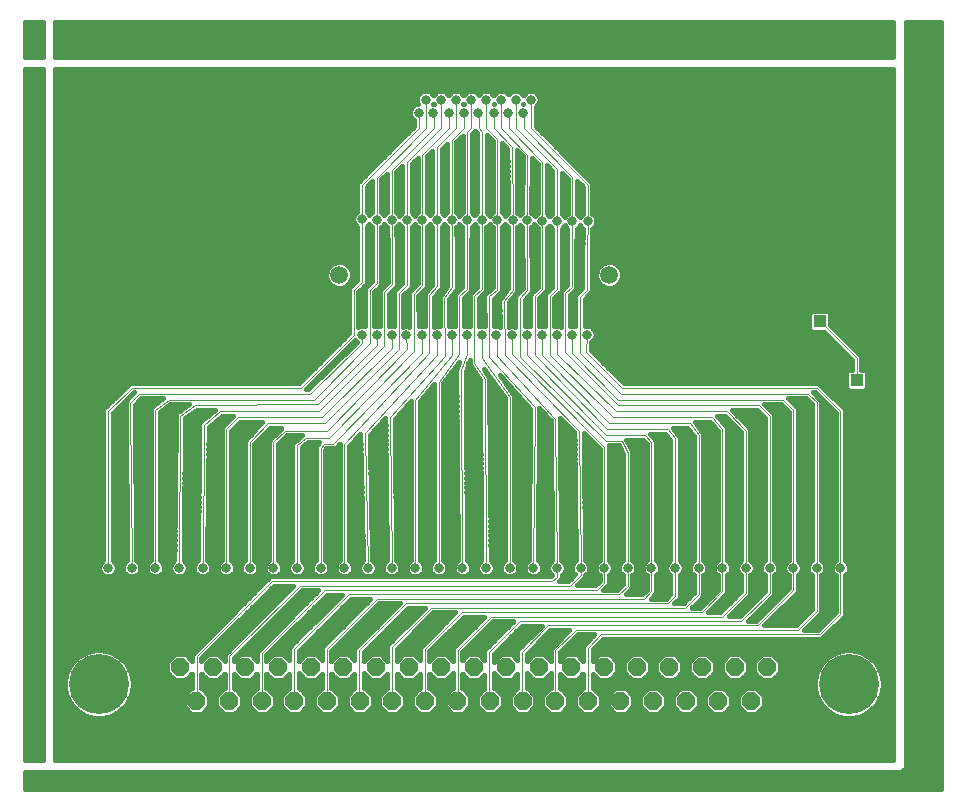
<source format=gbl>
G75*
%MOIN*%
%OFA0B0*%
%FSLAX25Y25*%
%IPPOS*%
%LPD*%
%AMOC8*
5,1,8,0,0,1.08239X$1,22.5*
%
%ADD10OC8,0.06000*%
%ADD11C,0.20000*%
%ADD12C,0.05937*%
%ADD13C,0.03181*%
%ADD14C,0.00492*%
%ADD15R,0.04362X0.04362*%
%ADD16C,0.01600*%
D10*
X0107800Y0042467D03*
X0118700Y0042467D03*
X0129500Y0042467D03*
X0140400Y0042467D03*
X0151300Y0042467D03*
X0162100Y0042467D03*
X0173000Y0042467D03*
X0183900Y0042467D03*
X0194700Y0042467D03*
X0205600Y0042467D03*
X0216500Y0042467D03*
X0227300Y0042467D03*
X0238200Y0042467D03*
X0249100Y0042467D03*
X0260000Y0042467D03*
X0270800Y0042467D03*
X0281700Y0042467D03*
X0292600Y0042467D03*
X0303400Y0042467D03*
X0298000Y0031267D03*
X0287100Y0031267D03*
X0276300Y0031267D03*
X0265400Y0031267D03*
X0254500Y0031267D03*
X0243700Y0031267D03*
X0232800Y0031267D03*
X0221900Y0031267D03*
X0211000Y0031267D03*
X0200200Y0031267D03*
X0189300Y0031267D03*
X0178400Y0031267D03*
X0167600Y0031267D03*
X0156700Y0031267D03*
X0145800Y0031267D03*
X0135000Y0031267D03*
X0124100Y0031267D03*
X0113200Y0031267D03*
D11*
X0080600Y0036867D03*
X0330600Y0036867D03*
D12*
X0250744Y0173257D03*
X0160744Y0173257D03*
D13*
X0168382Y0191761D03*
X0173303Y0191662D03*
X0178224Y0191662D03*
X0183343Y0191662D03*
X0188461Y0191662D03*
X0193382Y0191662D03*
X0198303Y0191662D03*
X0203421Y0191662D03*
X0208343Y0191662D03*
X0213461Y0191662D03*
X0218579Y0191564D03*
X0223303Y0191564D03*
X0228421Y0191367D03*
X0233343Y0191170D03*
X0238461Y0191170D03*
X0243579Y0191170D03*
X0243382Y0153375D03*
X0238461Y0153375D03*
X0233343Y0153375D03*
X0228421Y0153375D03*
X0223500Y0153375D03*
X0218382Y0153178D03*
X0213165Y0153375D03*
X0208244Y0153375D03*
X0203323Y0153375D03*
X0198402Y0153375D03*
X0193480Y0153375D03*
X0188264Y0153375D03*
X0183146Y0153178D03*
X0178224Y0153375D03*
X0173303Y0153375D03*
X0168382Y0153375D03*
X0187280Y0227391D03*
X0192201Y0227391D03*
X0194760Y0231721D03*
X0199681Y0231721D03*
X0197319Y0227391D03*
X0202240Y0227391D03*
X0204799Y0231721D03*
X0209720Y0231721D03*
X0207161Y0227391D03*
X0212280Y0227391D03*
X0217201Y0227391D03*
X0219563Y0231721D03*
X0214839Y0231721D03*
X0222122Y0227391D03*
X0224681Y0231721D03*
X0189642Y0231721D03*
X0186098Y0075619D03*
X0178224Y0075619D03*
X0170350Y0075619D03*
X0162476Y0075619D03*
X0154602Y0075619D03*
X0146728Y0075619D03*
X0138854Y0075619D03*
X0130980Y0075619D03*
X0123106Y0075619D03*
X0115232Y0075619D03*
X0107358Y0075619D03*
X0099484Y0075619D03*
X0091610Y0075619D03*
X0083736Y0075619D03*
X0193972Y0075619D03*
X0201846Y0075619D03*
X0209720Y0075619D03*
X0217594Y0075619D03*
X0225469Y0075619D03*
X0233343Y0075619D03*
X0241217Y0075619D03*
X0249091Y0075619D03*
X0256965Y0075619D03*
X0264839Y0075619D03*
X0272713Y0075619D03*
X0280587Y0075619D03*
X0288461Y0075619D03*
X0296335Y0075619D03*
X0304209Y0075619D03*
X0312083Y0075619D03*
X0319957Y0075619D03*
X0327831Y0075619D03*
D14*
X0327831Y0060363D01*
X0320941Y0053473D01*
X0248106Y0053473D01*
X0243677Y0049044D01*
X0243677Y0031290D01*
X0243700Y0031267D01*
X0232850Y0031317D02*
X0232800Y0031267D01*
X0232850Y0031317D02*
X0232850Y0048060D01*
X0239740Y0054950D01*
X0313559Y0054950D01*
X0319957Y0061347D01*
X0319957Y0075619D01*
X0319957Y0130737D01*
X0317004Y0133690D01*
X0254602Y0133690D01*
X0241020Y0147272D01*
X0241020Y0165973D01*
X0243382Y0168335D01*
X0243382Y0182115D01*
X0243579Y0191170D01*
X0243579Y0203290D01*
X0224730Y0222139D01*
X0224730Y0231672D01*
X0224681Y0231721D01*
X0219730Y0231554D02*
X0219563Y0231721D01*
X0219730Y0231554D02*
X0219730Y0222139D01*
X0233343Y0208526D01*
X0233343Y0191170D01*
X0233343Y0168631D01*
X0230882Y0166170D01*
X0230882Y0146485D01*
X0252043Y0125816D01*
X0285016Y0125816D01*
X0288461Y0121879D01*
X0288461Y0075619D01*
X0288461Y0067745D01*
X0281571Y0060855D01*
X0201650Y0060855D01*
X0189248Y0048454D01*
X0189248Y0031319D01*
X0189300Y0031267D01*
X0178400Y0031267D02*
X0178400Y0049220D01*
X0191512Y0062331D01*
X0276157Y0062331D01*
X0280587Y0066761D01*
X0280587Y0075619D01*
X0280587Y0119910D01*
X0277634Y0123847D01*
X0250567Y0123847D01*
X0228421Y0146485D01*
X0228421Y0153375D01*
X0223500Y0153375D02*
X0223500Y0146485D01*
X0249583Y0119910D01*
X0262870Y0119910D01*
X0264839Y0117450D01*
X0264839Y0075619D01*
X0264839Y0067745D01*
X0262378Y0065284D01*
X0173303Y0065284D01*
X0156571Y0048552D01*
X0156571Y0031396D01*
X0156700Y0031267D01*
X0167398Y0031469D02*
X0167600Y0031267D01*
X0167398Y0031469D02*
X0167398Y0048060D01*
X0183146Y0063808D01*
X0270252Y0063808D01*
X0272713Y0066269D01*
X0272713Y0075619D01*
X0272713Y0118926D01*
X0270252Y0121879D01*
X0250075Y0121879D01*
X0225961Y0146485D01*
X0225961Y0166170D01*
X0228421Y0168631D01*
X0228421Y0191367D01*
X0228421Y0210948D01*
X0217230Y0222139D01*
X0217230Y0227361D01*
X0217201Y0227391D01*
X0214730Y0227893D02*
X0214839Y0231721D01*
X0214730Y0227893D02*
X0214730Y0222139D01*
X0223500Y0213369D01*
X0223303Y0191564D01*
X0223500Y0168139D01*
X0221039Y0165678D01*
X0221039Y0145993D01*
X0249583Y0117942D01*
X0254996Y0117942D01*
X0256965Y0114005D01*
X0256965Y0075619D01*
X0256965Y0069713D01*
X0254012Y0066761D01*
X0163953Y0066761D01*
X0145744Y0048552D01*
X0145744Y0031323D01*
X0145800Y0031267D01*
X0135000Y0031267D02*
X0134917Y0031350D01*
X0134917Y0047076D01*
X0156079Y0068237D01*
X0246630Y0068237D01*
X0249091Y0070698D01*
X0249091Y0075619D01*
X0249091Y0115776D01*
X0218382Y0146977D01*
X0218382Y0153178D01*
X0213264Y0153276D02*
X0213165Y0153375D01*
X0213264Y0153276D02*
X0213264Y0146387D01*
X0232850Y0125324D01*
X0233343Y0075619D01*
X0233343Y0072666D01*
X0231866Y0071190D01*
X0138362Y0071190D01*
X0113264Y0046091D01*
X0113264Y0031331D01*
X0113200Y0031267D01*
X0124091Y0031276D02*
X0124100Y0031267D01*
X0124091Y0031276D02*
X0124091Y0046091D01*
X0147713Y0069713D01*
X0237772Y0069713D01*
X0241217Y0073158D01*
X0241217Y0075619D01*
X0240724Y0121387D01*
X0215921Y0146485D01*
X0215724Y0164595D01*
X0218579Y0168237D01*
X0218579Y0191564D01*
X0218382Y0215987D01*
X0212230Y0222139D01*
X0212230Y0226160D01*
X0212280Y0227391D01*
X0209730Y0231121D02*
X0209720Y0231721D01*
X0209730Y0231121D02*
X0209730Y0222139D01*
X0213461Y0218408D01*
X0213461Y0191662D01*
X0213461Y0168335D01*
X0210705Y0166072D01*
X0210803Y0145993D01*
X0225961Y0129261D01*
X0225469Y0075619D01*
X0217594Y0075619D02*
X0217594Y0132706D01*
X0208244Y0145501D01*
X0208244Y0153375D01*
X0203323Y0153375D02*
X0203323Y0146977D01*
X0201354Y0141564D01*
X0201846Y0075619D01*
X0193972Y0075619D02*
X0193972Y0137627D01*
X0200862Y0146977D01*
X0200862Y0166170D01*
X0203323Y0168631D01*
X0203323Y0182213D01*
X0203421Y0191662D01*
X0203421Y0220830D01*
X0204730Y0222139D01*
X0204799Y0231721D01*
X0207161Y0227391D02*
X0207230Y0227322D01*
X0207230Y0222139D01*
X0208343Y0221026D01*
X0208343Y0191662D01*
X0208244Y0191367D01*
X0208244Y0168631D01*
X0205783Y0166170D01*
X0205783Y0144024D01*
X0209228Y0138611D01*
X0209720Y0075619D01*
X0211394Y0059379D02*
X0200272Y0048257D01*
X0200272Y0031339D01*
X0200200Y0031267D01*
X0210705Y0031562D02*
X0211000Y0031267D01*
X0210705Y0031562D02*
X0210705Y0047568D01*
X0221039Y0057902D01*
X0294858Y0057902D01*
X0304209Y0067253D01*
X0304209Y0075619D01*
X0304209Y0126308D01*
X0300764Y0129753D01*
X0253815Y0129753D01*
X0236098Y0147469D01*
X0236098Y0167154D01*
X0238264Y0169320D01*
X0238264Y0182115D01*
X0238461Y0191170D01*
X0238461Y0205908D01*
X0222230Y0222139D01*
X0222230Y0227282D01*
X0222122Y0227391D01*
X0202240Y0227391D02*
X0202230Y0227184D01*
X0202230Y0222139D01*
X0198303Y0218211D01*
X0198303Y0191662D01*
X0198402Y0182213D01*
X0198402Y0169123D01*
X0195744Y0165580D01*
X0196039Y0146190D01*
X0177732Y0125816D01*
X0178224Y0075619D01*
X0186098Y0075619D02*
X0186098Y0131721D01*
X0198402Y0146485D01*
X0198402Y0153375D01*
X0193480Y0153375D02*
X0193480Y0146485D01*
X0169366Y0120402D01*
X0170350Y0075619D01*
X0162476Y0075619D02*
X0162476Y0116761D01*
X0190823Y0147272D01*
X0190823Y0166662D01*
X0193382Y0169418D01*
X0193382Y0191662D01*
X0193382Y0215790D01*
X0199730Y0222139D01*
X0199730Y0231672D01*
X0199681Y0231721D01*
X0194760Y0231721D02*
X0194730Y0231692D01*
X0194730Y0222139D01*
X0183343Y0210751D01*
X0183343Y0191662D01*
X0183343Y0169910D01*
X0180587Y0167154D01*
X0180587Y0148454D01*
X0155980Y0123847D01*
X0136886Y0123847D01*
X0130980Y0117450D01*
X0130980Y0075619D01*
X0138854Y0075619D02*
X0138854Y0117450D01*
X0142791Y0121387D01*
X0156866Y0121387D01*
X0183244Y0148650D01*
X0183146Y0153178D01*
X0178224Y0153375D02*
X0178224Y0148946D01*
X0155094Y0125816D01*
X0127043Y0125816D01*
X0123106Y0121879D01*
X0123106Y0075619D01*
X0115232Y0075619D02*
X0115724Y0123355D01*
X0121138Y0127784D01*
X0154110Y0127784D01*
X0175862Y0149536D01*
X0175862Y0167548D01*
X0178421Y0170107D01*
X0178421Y0182115D01*
X0178224Y0191662D01*
X0178224Y0208133D01*
X0192230Y0222139D01*
X0192230Y0227026D01*
X0192201Y0227391D01*
X0189730Y0231633D02*
X0189642Y0231721D01*
X0189730Y0231633D02*
X0189730Y0222139D01*
X0173303Y0205711D01*
X0173303Y0191662D01*
X0173303Y0170501D01*
X0170941Y0168139D01*
X0170941Y0150422D01*
X0152240Y0131721D01*
X0103913Y0131721D01*
X0099484Y0128276D01*
X0099484Y0075619D01*
X0091610Y0075619D02*
X0091118Y0130639D01*
X0094169Y0133690D01*
X0150961Y0133690D01*
X0168382Y0150619D01*
X0168382Y0153375D01*
X0165626Y0153178D02*
X0165626Y0168139D01*
X0168382Y0170894D01*
X0168382Y0191761D01*
X0168382Y0203290D01*
X0187230Y0222139D01*
X0187230Y0227341D01*
X0187280Y0227391D01*
X0197230Y0227302D02*
X0197230Y0222139D01*
X0188461Y0213369D01*
X0188461Y0191662D01*
X0188461Y0169812D01*
X0185606Y0166957D01*
X0185803Y0147961D01*
X0157457Y0119024D01*
X0149681Y0119024D01*
X0146728Y0116465D01*
X0146728Y0075619D01*
X0154602Y0075619D02*
X0154602Y0115481D01*
X0155587Y0116957D01*
X0158835Y0116957D01*
X0188264Y0147371D01*
X0188264Y0153375D01*
X0173303Y0153375D02*
X0173303Y0149930D01*
X0153618Y0130245D01*
X0112772Y0129753D01*
X0107850Y0126308D01*
X0107358Y0075619D01*
X0083736Y0075619D02*
X0083736Y0127784D01*
X0091610Y0135658D01*
X0148106Y0135658D01*
X0165626Y0153178D01*
X0233343Y0153375D02*
X0233343Y0146977D01*
X0253028Y0127784D01*
X0289937Y0127784D01*
X0296335Y0121387D01*
X0296335Y0075619D01*
X0296335Y0067253D01*
X0288461Y0059379D01*
X0211394Y0059379D01*
X0221728Y0047666D02*
X0221728Y0031439D01*
X0221900Y0031267D01*
X0221728Y0047666D02*
X0230488Y0056426D01*
X0300272Y0056426D01*
X0312083Y0068237D01*
X0312083Y0075619D01*
X0312083Y0128276D01*
X0308638Y0131721D01*
X0253815Y0131721D01*
X0238461Y0147076D01*
X0238461Y0153375D01*
X0243382Y0153375D02*
X0243185Y0147469D01*
X0254996Y0135658D01*
X0319957Y0135658D01*
X0327831Y0127784D01*
X0327831Y0075619D01*
X0333244Y0138119D02*
X0333244Y0145501D01*
X0320941Y0157804D01*
X0197319Y0227391D02*
X0197230Y0227302D01*
D15*
X0320941Y0157804D03*
X0333244Y0138119D03*
D16*
X0056177Y0007634D02*
X0056177Y0001800D01*
X0361295Y0001800D01*
X0361295Y0257706D01*
X0349556Y0257706D01*
X0349556Y0243081D01*
X0349546Y0243071D01*
X0349546Y0008833D01*
X0348357Y0007644D01*
X0064906Y0007644D01*
X0064896Y0007634D01*
X0056177Y0007634D01*
X0056177Y0006495D02*
X0361295Y0006495D01*
X0361295Y0008093D02*
X0348806Y0008093D01*
X0349546Y0009692D02*
X0361295Y0009692D01*
X0361295Y0011290D02*
X0349546Y0011290D01*
X0349546Y0012889D02*
X0361295Y0012889D01*
X0361295Y0014487D02*
X0349546Y0014487D01*
X0349546Y0016086D02*
X0361295Y0016086D01*
X0361295Y0017685D02*
X0349546Y0017685D01*
X0349546Y0019283D02*
X0361295Y0019283D01*
X0361295Y0020882D02*
X0349546Y0020882D01*
X0349546Y0022480D02*
X0361295Y0022480D01*
X0361295Y0024079D02*
X0349546Y0024079D01*
X0349546Y0025677D02*
X0361295Y0025677D01*
X0361295Y0027276D02*
X0349546Y0027276D01*
X0349546Y0028874D02*
X0361295Y0028874D01*
X0361295Y0030473D02*
X0349546Y0030473D01*
X0349546Y0032071D02*
X0361295Y0032071D01*
X0361295Y0033670D02*
X0349546Y0033670D01*
X0349546Y0035268D02*
X0361295Y0035268D01*
X0361295Y0036867D02*
X0349546Y0036867D01*
X0349546Y0038465D02*
X0361295Y0038465D01*
X0361295Y0040064D02*
X0349546Y0040064D01*
X0349546Y0041662D02*
X0361295Y0041662D01*
X0361295Y0043261D02*
X0349546Y0043261D01*
X0349546Y0044859D02*
X0361295Y0044859D01*
X0361295Y0046458D02*
X0349546Y0046458D01*
X0349546Y0048056D02*
X0361295Y0048056D01*
X0361295Y0049655D02*
X0349546Y0049655D01*
X0349546Y0051253D02*
X0361295Y0051253D01*
X0361295Y0052852D02*
X0349546Y0052852D01*
X0349546Y0054450D02*
X0361295Y0054450D01*
X0361295Y0056049D02*
X0349546Y0056049D01*
X0349546Y0057647D02*
X0361295Y0057647D01*
X0361295Y0059246D02*
X0349546Y0059246D01*
X0349546Y0060844D02*
X0361295Y0060844D01*
X0361295Y0062443D02*
X0349546Y0062443D01*
X0349546Y0064041D02*
X0361295Y0064041D01*
X0361295Y0065640D02*
X0349546Y0065640D01*
X0349546Y0067238D02*
X0361295Y0067238D01*
X0361295Y0068837D02*
X0349546Y0068837D01*
X0349546Y0070435D02*
X0361295Y0070435D01*
X0361295Y0072034D02*
X0349546Y0072034D01*
X0349546Y0073632D02*
X0361295Y0073632D01*
X0361295Y0075231D02*
X0349546Y0075231D01*
X0349546Y0076829D02*
X0361295Y0076829D01*
X0361295Y0078428D02*
X0349546Y0078428D01*
X0349546Y0080026D02*
X0361295Y0080026D01*
X0361295Y0081625D02*
X0349546Y0081625D01*
X0349546Y0083223D02*
X0361295Y0083223D01*
X0361295Y0084822D02*
X0349546Y0084822D01*
X0349546Y0086421D02*
X0361295Y0086421D01*
X0361295Y0088019D02*
X0349546Y0088019D01*
X0349546Y0089618D02*
X0361295Y0089618D01*
X0361295Y0091216D02*
X0349546Y0091216D01*
X0349546Y0092815D02*
X0361295Y0092815D01*
X0361295Y0094413D02*
X0349546Y0094413D01*
X0349546Y0096012D02*
X0361295Y0096012D01*
X0361295Y0097610D02*
X0349546Y0097610D01*
X0349546Y0099209D02*
X0361295Y0099209D01*
X0361295Y0100807D02*
X0349546Y0100807D01*
X0349546Y0102406D02*
X0361295Y0102406D01*
X0361295Y0104004D02*
X0349546Y0104004D01*
X0349546Y0105603D02*
X0361295Y0105603D01*
X0361295Y0107201D02*
X0349546Y0107201D01*
X0349546Y0108800D02*
X0361295Y0108800D01*
X0361295Y0110398D02*
X0349546Y0110398D01*
X0349546Y0111997D02*
X0361295Y0111997D01*
X0361295Y0113595D02*
X0349546Y0113595D01*
X0349546Y0115194D02*
X0361295Y0115194D01*
X0361295Y0116792D02*
X0349546Y0116792D01*
X0349546Y0118391D02*
X0361295Y0118391D01*
X0361295Y0119989D02*
X0349546Y0119989D01*
X0349546Y0121588D02*
X0361295Y0121588D01*
X0361295Y0123186D02*
X0349546Y0123186D01*
X0349546Y0124785D02*
X0361295Y0124785D01*
X0361295Y0126383D02*
X0349546Y0126383D01*
X0349546Y0127982D02*
X0361295Y0127982D01*
X0361295Y0129580D02*
X0349546Y0129580D01*
X0349546Y0131179D02*
X0361295Y0131179D01*
X0361295Y0132777D02*
X0349546Y0132777D01*
X0349546Y0134376D02*
X0361295Y0134376D01*
X0361295Y0135974D02*
X0349546Y0135974D01*
X0349546Y0137573D02*
X0361295Y0137573D01*
X0361295Y0139171D02*
X0349546Y0139171D01*
X0349546Y0140770D02*
X0361295Y0140770D01*
X0361295Y0142368D02*
X0349546Y0142368D01*
X0349546Y0143967D02*
X0361295Y0143967D01*
X0361295Y0145565D02*
X0349546Y0145565D01*
X0349546Y0147164D02*
X0361295Y0147164D01*
X0361295Y0148762D02*
X0349546Y0148762D01*
X0349546Y0150361D02*
X0361295Y0150361D01*
X0361295Y0151959D02*
X0349546Y0151959D01*
X0349546Y0153558D02*
X0361295Y0153558D01*
X0361295Y0155156D02*
X0349546Y0155156D01*
X0349546Y0156755D02*
X0361295Y0156755D01*
X0361295Y0158354D02*
X0349546Y0158354D01*
X0349546Y0159952D02*
X0361295Y0159952D01*
X0361295Y0161551D02*
X0349546Y0161551D01*
X0349546Y0163149D02*
X0361295Y0163149D01*
X0361295Y0164748D02*
X0349546Y0164748D01*
X0349546Y0166346D02*
X0361295Y0166346D01*
X0361295Y0167945D02*
X0349546Y0167945D01*
X0349546Y0169543D02*
X0361295Y0169543D01*
X0361295Y0171142D02*
X0349546Y0171142D01*
X0349546Y0172740D02*
X0361295Y0172740D01*
X0361295Y0174339D02*
X0349546Y0174339D01*
X0349546Y0175937D02*
X0361295Y0175937D01*
X0361295Y0177536D02*
X0349546Y0177536D01*
X0349546Y0179134D02*
X0361295Y0179134D01*
X0361295Y0180733D02*
X0349546Y0180733D01*
X0349546Y0182331D02*
X0361295Y0182331D01*
X0361295Y0183930D02*
X0349546Y0183930D01*
X0349546Y0185528D02*
X0361295Y0185528D01*
X0361295Y0187127D02*
X0349546Y0187127D01*
X0349546Y0188725D02*
X0361295Y0188725D01*
X0361295Y0190324D02*
X0349546Y0190324D01*
X0349546Y0191922D02*
X0361295Y0191922D01*
X0361295Y0193521D02*
X0349546Y0193521D01*
X0349546Y0195119D02*
X0361295Y0195119D01*
X0361295Y0196718D02*
X0349546Y0196718D01*
X0349546Y0198316D02*
X0361295Y0198316D01*
X0361295Y0199915D02*
X0349546Y0199915D01*
X0349546Y0201513D02*
X0361295Y0201513D01*
X0361295Y0203112D02*
X0349546Y0203112D01*
X0349546Y0204710D02*
X0361295Y0204710D01*
X0361295Y0206309D02*
X0349546Y0206309D01*
X0349546Y0207907D02*
X0361295Y0207907D01*
X0361295Y0209506D02*
X0349546Y0209506D01*
X0349546Y0211104D02*
X0361295Y0211104D01*
X0361295Y0212703D02*
X0349546Y0212703D01*
X0349546Y0214301D02*
X0361295Y0214301D01*
X0361295Y0215900D02*
X0349546Y0215900D01*
X0349546Y0217498D02*
X0361295Y0217498D01*
X0361295Y0219097D02*
X0349546Y0219097D01*
X0349546Y0220695D02*
X0361295Y0220695D01*
X0361295Y0222294D02*
X0349546Y0222294D01*
X0349546Y0223892D02*
X0361295Y0223892D01*
X0361295Y0225491D02*
X0349546Y0225491D01*
X0349546Y0227090D02*
X0361295Y0227090D01*
X0361295Y0228688D02*
X0349546Y0228688D01*
X0349546Y0230287D02*
X0361295Y0230287D01*
X0361295Y0231885D02*
X0349546Y0231885D01*
X0349546Y0233484D02*
X0361295Y0233484D01*
X0361295Y0235082D02*
X0349546Y0235082D01*
X0349546Y0236681D02*
X0361295Y0236681D01*
X0361295Y0238279D02*
X0349546Y0238279D01*
X0349546Y0239878D02*
X0361295Y0239878D01*
X0361295Y0241476D02*
X0349546Y0241476D01*
X0349550Y0243075D02*
X0361295Y0243075D01*
X0361295Y0244673D02*
X0349556Y0244673D01*
X0349556Y0246272D02*
X0361295Y0246272D01*
X0361295Y0247870D02*
X0349556Y0247870D01*
X0349556Y0249469D02*
X0361295Y0249469D01*
X0361295Y0251067D02*
X0349556Y0251067D01*
X0349556Y0252666D02*
X0361295Y0252666D01*
X0361295Y0254264D02*
X0349556Y0254264D01*
X0349556Y0255863D02*
X0361295Y0255863D01*
X0361295Y0257461D02*
X0349556Y0257461D01*
X0345476Y0257461D02*
X0066091Y0257461D01*
X0066091Y0257706D02*
X0345476Y0257706D01*
X0345476Y0245956D01*
X0066091Y0245956D01*
X0066091Y0257706D01*
X0066091Y0255863D02*
X0345476Y0255863D01*
X0345476Y0254264D02*
X0066091Y0254264D01*
X0066091Y0252666D02*
X0345476Y0252666D01*
X0345476Y0251067D02*
X0066091Y0251067D01*
X0066091Y0249469D02*
X0345476Y0249469D01*
X0345476Y0247870D02*
X0066091Y0247870D01*
X0066091Y0246272D02*
X0345476Y0246272D01*
X0345485Y0241896D02*
X0345485Y0011704D01*
X0066081Y0011704D01*
X0066081Y0241896D01*
X0345485Y0241896D01*
X0345485Y0241476D02*
X0066081Y0241476D01*
X0066081Y0239878D02*
X0345485Y0239878D01*
X0345485Y0238279D02*
X0066081Y0238279D01*
X0066081Y0236681D02*
X0345485Y0236681D01*
X0345485Y0235082D02*
X0066081Y0235082D01*
X0066081Y0233484D02*
X0187327Y0233484D01*
X0187198Y0233354D02*
X0186759Y0232295D01*
X0186759Y0231148D01*
X0187121Y0230273D01*
X0186706Y0230273D01*
X0185647Y0229834D01*
X0184836Y0229023D01*
X0184397Y0227964D01*
X0184397Y0226817D01*
X0184836Y0225758D01*
X0185647Y0224947D01*
X0185692Y0224928D01*
X0185692Y0222776D01*
X0166844Y0203927D01*
X0166844Y0194244D01*
X0166749Y0194204D01*
X0165938Y0193394D01*
X0165499Y0192334D01*
X0165499Y0191187D01*
X0165938Y0190128D01*
X0166749Y0189317D01*
X0166844Y0189278D01*
X0166844Y0171532D01*
X0164088Y0168776D01*
X0164088Y0153815D01*
X0147469Y0137196D01*
X0090973Y0137196D01*
X0090072Y0136295D01*
X0082198Y0128421D01*
X0082198Y0078102D01*
X0082103Y0078063D01*
X0081292Y0077252D01*
X0080854Y0076192D01*
X0080854Y0075045D01*
X0081292Y0073986D01*
X0082103Y0073175D01*
X0083163Y0072736D01*
X0084310Y0072736D01*
X0085369Y0073175D01*
X0086180Y0073986D01*
X0086619Y0075045D01*
X0086619Y0076192D01*
X0086180Y0077252D01*
X0085369Y0078063D01*
X0085274Y0078102D01*
X0085274Y0127147D01*
X0092247Y0134120D01*
X0092424Y0134120D01*
X0090475Y0132171D01*
X0090467Y0132171D01*
X0090026Y0131721D01*
X0089580Y0131276D01*
X0089580Y0131268D01*
X0089574Y0131262D01*
X0089580Y0130632D01*
X0089580Y0130001D01*
X0089586Y0129996D01*
X0090050Y0078093D01*
X0089977Y0078063D01*
X0089166Y0077252D01*
X0088728Y0076192D01*
X0088728Y0075045D01*
X0089166Y0073986D01*
X0089977Y0073175D01*
X0091037Y0072736D01*
X0092184Y0072736D01*
X0093243Y0073175D01*
X0094054Y0073986D01*
X0094493Y0075045D01*
X0094493Y0076192D01*
X0094054Y0077252D01*
X0093243Y0078063D01*
X0093126Y0078111D01*
X0092662Y0130007D01*
X0094806Y0132152D01*
X0101961Y0132152D01*
X0098956Y0129815D01*
X0098847Y0129815D01*
X0098464Y0129432D01*
X0098037Y0129099D01*
X0098023Y0128991D01*
X0097946Y0128914D01*
X0097946Y0128372D01*
X0097879Y0127835D01*
X0097946Y0127749D01*
X0097946Y0078102D01*
X0097851Y0078063D01*
X0097040Y0077252D01*
X0096602Y0076192D01*
X0096602Y0075045D01*
X0097040Y0073986D01*
X0097851Y0073175D01*
X0098911Y0072736D01*
X0100058Y0072736D01*
X0101117Y0073175D01*
X0101928Y0073986D01*
X0102367Y0075045D01*
X0102367Y0076192D01*
X0101928Y0077252D01*
X0101117Y0078063D01*
X0101022Y0078102D01*
X0101022Y0127524D01*
X0104441Y0130183D01*
X0110704Y0130183D01*
X0107372Y0127851D01*
X0107228Y0127852D01*
X0106864Y0127495D01*
X0106446Y0127203D01*
X0106421Y0127061D01*
X0106318Y0126960D01*
X0106314Y0126450D01*
X0106225Y0125948D01*
X0106308Y0125830D01*
X0105844Y0078112D01*
X0105725Y0078063D01*
X0104914Y0077252D01*
X0104476Y0076192D01*
X0104476Y0075045D01*
X0104914Y0073986D01*
X0105725Y0073175D01*
X0106785Y0072736D01*
X0107932Y0072736D01*
X0108991Y0073175D01*
X0109802Y0073986D01*
X0110241Y0075045D01*
X0110241Y0076192D01*
X0109802Y0077252D01*
X0108991Y0078063D01*
X0108921Y0078092D01*
X0109381Y0125502D01*
X0113265Y0128220D01*
X0119331Y0128293D01*
X0115182Y0124899D01*
X0115103Y0124900D01*
X0114697Y0124502D01*
X0114257Y0124142D01*
X0114249Y0124063D01*
X0114193Y0124008D01*
X0114187Y0123440D01*
X0114130Y0122874D01*
X0114181Y0122813D01*
X0113720Y0078113D01*
X0113599Y0078063D01*
X0112788Y0077252D01*
X0112350Y0076192D01*
X0112350Y0075045D01*
X0112788Y0073986D01*
X0113599Y0073175D01*
X0114659Y0072736D01*
X0115806Y0072736D01*
X0116865Y0073175D01*
X0117676Y0073986D01*
X0118115Y0075045D01*
X0118115Y0076192D01*
X0117676Y0077252D01*
X0116865Y0078063D01*
X0116796Y0078091D01*
X0117255Y0122620D01*
X0121687Y0126246D01*
X0125298Y0126246D01*
X0121568Y0122516D01*
X0121568Y0078102D01*
X0121473Y0078063D01*
X0120662Y0077252D01*
X0120224Y0076192D01*
X0120224Y0075045D01*
X0120662Y0073986D01*
X0121473Y0073175D01*
X0122533Y0072736D01*
X0123680Y0072736D01*
X0124739Y0073175D01*
X0125550Y0073986D01*
X0125989Y0075045D01*
X0125989Y0076192D01*
X0125550Y0077252D01*
X0124739Y0078063D01*
X0124644Y0078102D01*
X0124644Y0121242D01*
X0127680Y0124278D01*
X0135190Y0124278D01*
X0129871Y0118515D01*
X0129442Y0118087D01*
X0129442Y0118051D01*
X0129418Y0118025D01*
X0129442Y0117419D01*
X0129442Y0078102D01*
X0129347Y0078063D01*
X0128537Y0077252D01*
X0128098Y0076192D01*
X0128098Y0075045D01*
X0128537Y0073986D01*
X0129347Y0073175D01*
X0130407Y0072736D01*
X0131554Y0072736D01*
X0132613Y0073175D01*
X0133424Y0073986D01*
X0133863Y0075045D01*
X0133863Y0076192D01*
X0133424Y0077252D01*
X0132613Y0078063D01*
X0132518Y0078102D01*
X0132518Y0116848D01*
X0137559Y0122309D01*
X0141538Y0122309D01*
X0141253Y0122024D01*
X0137316Y0118087D01*
X0137316Y0078102D01*
X0137221Y0078063D01*
X0136411Y0077252D01*
X0135972Y0076192D01*
X0135972Y0075045D01*
X0136411Y0073986D01*
X0137221Y0073175D01*
X0138281Y0072736D01*
X0139428Y0072736D01*
X0140487Y0073175D01*
X0141298Y0073986D01*
X0141737Y0075045D01*
X0141737Y0076192D01*
X0141298Y0077252D01*
X0140487Y0078063D01*
X0140393Y0078102D01*
X0140393Y0116812D01*
X0143428Y0119848D01*
X0148283Y0119848D01*
X0146155Y0118004D01*
X0146091Y0118004D01*
X0145680Y0117592D01*
X0145239Y0117210D01*
X0145235Y0117147D01*
X0145190Y0117102D01*
X0145190Y0116520D01*
X0145149Y0115939D01*
X0145190Y0115892D01*
X0145190Y0078102D01*
X0145095Y0078063D01*
X0144285Y0077252D01*
X0143846Y0076192D01*
X0143846Y0075045D01*
X0144285Y0073986D01*
X0145095Y0073175D01*
X0146155Y0072736D01*
X0147302Y0072736D01*
X0148361Y0073175D01*
X0149172Y0073986D01*
X0149611Y0075045D01*
X0149611Y0076192D01*
X0149172Y0077252D01*
X0148361Y0078063D01*
X0148267Y0078102D01*
X0148267Y0115763D01*
X0150255Y0117486D01*
X0154048Y0117486D01*
X0154048Y0117423D01*
X0153407Y0116461D01*
X0153064Y0116118D01*
X0153064Y0115947D01*
X0152969Y0115804D01*
X0153064Y0115329D01*
X0153064Y0078102D01*
X0152969Y0078063D01*
X0152159Y0077252D01*
X0151720Y0076192D01*
X0151720Y0075045D01*
X0152159Y0073986D01*
X0152969Y0073175D01*
X0154029Y0072736D01*
X0155176Y0072736D01*
X0156235Y0073175D01*
X0157046Y0073986D01*
X0157485Y0075045D01*
X0157485Y0076192D01*
X0157046Y0077252D01*
X0156235Y0078063D01*
X0156141Y0078102D01*
X0156141Y0115015D01*
X0156410Y0115419D01*
X0158212Y0115419D01*
X0158223Y0115409D01*
X0158847Y0115419D01*
X0159472Y0115419D01*
X0159482Y0115430D01*
X0159497Y0115430D01*
X0159931Y0115879D01*
X0160373Y0116320D01*
X0160373Y0116335D01*
X0160932Y0116913D01*
X0160938Y0116732D01*
X0160938Y0078102D01*
X0160843Y0078063D01*
X0160033Y0077252D01*
X0159594Y0076192D01*
X0159594Y0075045D01*
X0160033Y0073986D01*
X0160843Y0073175D01*
X0161903Y0072736D01*
X0163050Y0072736D01*
X0164109Y0073175D01*
X0164920Y0073986D01*
X0165359Y0075045D01*
X0165359Y0076192D01*
X0164920Y0077252D01*
X0164109Y0078063D01*
X0164015Y0078102D01*
X0164015Y0116156D01*
X0167831Y0120264D01*
X0168758Y0078079D01*
X0168717Y0078063D01*
X0167907Y0077252D01*
X0167468Y0076192D01*
X0167468Y0075045D01*
X0167907Y0073986D01*
X0168717Y0073175D01*
X0169777Y0072736D01*
X0170924Y0072736D01*
X0171983Y0073175D01*
X0172794Y0073986D01*
X0173233Y0075045D01*
X0173233Y0076192D01*
X0172794Y0077252D01*
X0171983Y0078063D01*
X0171834Y0078125D01*
X0170918Y0119815D01*
X0176197Y0125525D01*
X0176662Y0078092D01*
X0176591Y0078063D01*
X0175781Y0077252D01*
X0175342Y0076192D01*
X0175342Y0075045D01*
X0175781Y0073986D01*
X0176591Y0073175D01*
X0177651Y0072736D01*
X0178798Y0072736D01*
X0179857Y0073175D01*
X0180668Y0073986D01*
X0181107Y0075045D01*
X0181107Y0076192D01*
X0180668Y0077252D01*
X0179857Y0078063D01*
X0179738Y0078112D01*
X0179276Y0125233D01*
X0184560Y0131113D01*
X0184560Y0078102D01*
X0184466Y0078063D01*
X0183655Y0077252D01*
X0183216Y0076192D01*
X0183216Y0075045D01*
X0183655Y0073986D01*
X0184466Y0073175D01*
X0185525Y0072736D01*
X0186672Y0072736D01*
X0187731Y0073175D01*
X0188542Y0073986D01*
X0188981Y0075045D01*
X0188981Y0076192D01*
X0188542Y0077252D01*
X0187731Y0078063D01*
X0187637Y0078102D01*
X0187637Y0131164D01*
X0192434Y0136922D01*
X0192434Y0078102D01*
X0192340Y0078063D01*
X0191529Y0077252D01*
X0191090Y0076192D01*
X0191090Y0075045D01*
X0191529Y0073986D01*
X0192340Y0073175D01*
X0193399Y0072736D01*
X0194546Y0072736D01*
X0195605Y0073175D01*
X0196416Y0073986D01*
X0196855Y0075045D01*
X0196855Y0076192D01*
X0196416Y0077252D01*
X0195605Y0078063D01*
X0195511Y0078102D01*
X0195511Y0137121D01*
X0200627Y0144065D01*
X0200023Y0142404D01*
X0199811Y0142189D01*
X0199814Y0141829D01*
X0199691Y0141491D01*
X0199819Y0141217D01*
X0200290Y0078094D01*
X0200214Y0078063D01*
X0199403Y0077252D01*
X0198964Y0076192D01*
X0198964Y0075045D01*
X0199403Y0073986D01*
X0200214Y0073175D01*
X0201273Y0072736D01*
X0202420Y0072736D01*
X0203479Y0073175D01*
X0204290Y0073986D01*
X0204729Y0075045D01*
X0204729Y0076192D01*
X0204290Y0077252D01*
X0203479Y0078063D01*
X0203366Y0078110D01*
X0202895Y0141298D01*
X0204245Y0145013D01*
X0204245Y0144193D01*
X0204144Y0143736D01*
X0204245Y0143576D01*
X0204245Y0143387D01*
X0204576Y0143056D01*
X0207694Y0138158D01*
X0208163Y0078094D01*
X0208088Y0078063D01*
X0207277Y0077252D01*
X0206838Y0076192D01*
X0206838Y0075045D01*
X0207277Y0073986D01*
X0208088Y0073175D01*
X0209147Y0072736D01*
X0210294Y0072736D01*
X0211353Y0073175D01*
X0212164Y0073986D01*
X0212603Y0075045D01*
X0212603Y0076192D01*
X0212164Y0077252D01*
X0211353Y0078063D01*
X0211239Y0078110D01*
X0210768Y0138448D01*
X0210868Y0138899D01*
X0210763Y0139064D01*
X0210762Y0139260D01*
X0210432Y0139584D01*
X0208879Y0142024D01*
X0216056Y0132203D01*
X0216056Y0078102D01*
X0215962Y0078063D01*
X0215151Y0077252D01*
X0214712Y0076192D01*
X0214712Y0075045D01*
X0215151Y0073986D01*
X0215962Y0073175D01*
X0217021Y0072736D01*
X0218168Y0072736D01*
X0219227Y0073175D01*
X0220038Y0073986D01*
X0220477Y0075045D01*
X0220477Y0076192D01*
X0220038Y0077252D01*
X0219227Y0078063D01*
X0219133Y0078102D01*
X0219133Y0132587D01*
X0219212Y0133099D01*
X0219133Y0133208D01*
X0219133Y0133343D01*
X0218766Y0133709D01*
X0214221Y0139929D01*
X0224417Y0128674D01*
X0223953Y0078111D01*
X0223836Y0078063D01*
X0223025Y0077252D01*
X0222586Y0076192D01*
X0222586Y0075045D01*
X0223025Y0073986D01*
X0223836Y0073175D01*
X0224895Y0072736D01*
X0226042Y0072736D01*
X0227101Y0073175D01*
X0227912Y0073986D01*
X0228351Y0075045D01*
X0228351Y0076192D01*
X0227912Y0077252D01*
X0227101Y0078063D01*
X0227029Y0078092D01*
X0227495Y0128824D01*
X0231318Y0124713D01*
X0231780Y0078092D01*
X0231710Y0078063D01*
X0230899Y0077252D01*
X0230460Y0076192D01*
X0230460Y0075045D01*
X0230899Y0073986D01*
X0231693Y0073192D01*
X0231229Y0072728D01*
X0137725Y0072728D01*
X0112627Y0047630D01*
X0111726Y0046728D01*
X0111726Y0044611D01*
X0109578Y0046759D01*
X0106022Y0046759D01*
X0103508Y0044245D01*
X0103508Y0040689D01*
X0106022Y0038175D01*
X0109578Y0038175D01*
X0111726Y0040323D01*
X0111726Y0035559D01*
X0111422Y0035559D01*
X0108908Y0033045D01*
X0108908Y0029489D01*
X0111422Y0026975D01*
X0114978Y0026975D01*
X0117492Y0029489D01*
X0117492Y0033045D01*
X0114978Y0035559D01*
X0114802Y0035559D01*
X0114802Y0040295D01*
X0116922Y0038175D01*
X0120478Y0038175D01*
X0122552Y0040249D01*
X0122552Y0035559D01*
X0122322Y0035559D01*
X0119808Y0033045D01*
X0119808Y0029489D01*
X0122322Y0026975D01*
X0125878Y0026975D01*
X0128392Y0029489D01*
X0128392Y0033045D01*
X0125878Y0035559D01*
X0125629Y0035559D01*
X0125629Y0040268D01*
X0127722Y0038175D01*
X0131278Y0038175D01*
X0133379Y0040276D01*
X0133379Y0035559D01*
X0133222Y0035559D01*
X0130708Y0033045D01*
X0130708Y0029489D01*
X0133222Y0026975D01*
X0136778Y0026975D01*
X0139292Y0029489D01*
X0139292Y0033045D01*
X0136778Y0035559D01*
X0136455Y0035559D01*
X0136455Y0040341D01*
X0138622Y0038175D01*
X0142178Y0038175D01*
X0144206Y0040203D01*
X0144206Y0035559D01*
X0144022Y0035559D01*
X0141508Y0033045D01*
X0141508Y0029489D01*
X0144022Y0026975D01*
X0147578Y0026975D01*
X0150092Y0029489D01*
X0150092Y0033045D01*
X0147578Y0035559D01*
X0147282Y0035559D01*
X0147282Y0040415D01*
X0149522Y0038175D01*
X0153078Y0038175D01*
X0155033Y0040130D01*
X0155033Y0035559D01*
X0154922Y0035559D01*
X0152408Y0033045D01*
X0152408Y0029489D01*
X0154922Y0026975D01*
X0158478Y0026975D01*
X0160992Y0029489D01*
X0160992Y0033045D01*
X0158478Y0035559D01*
X0158109Y0035559D01*
X0158109Y0040388D01*
X0160322Y0038175D01*
X0163878Y0038175D01*
X0165859Y0040156D01*
X0165859Y0035559D01*
X0165822Y0035559D01*
X0163308Y0033045D01*
X0163308Y0029489D01*
X0165822Y0026975D01*
X0169378Y0026975D01*
X0171892Y0029489D01*
X0171892Y0033045D01*
X0169378Y0035559D01*
X0168936Y0035559D01*
X0168936Y0040461D01*
X0171222Y0038175D01*
X0174778Y0038175D01*
X0176862Y0040259D01*
X0176862Y0035559D01*
X0176622Y0035559D01*
X0174108Y0033045D01*
X0174108Y0029489D01*
X0176622Y0026975D01*
X0180178Y0026975D01*
X0182692Y0029489D01*
X0182692Y0033045D01*
X0180178Y0035559D01*
X0179938Y0035559D01*
X0179938Y0040359D01*
X0182122Y0038175D01*
X0185678Y0038175D01*
X0187710Y0040207D01*
X0187710Y0035559D01*
X0187522Y0035559D01*
X0185008Y0033045D01*
X0185008Y0029489D01*
X0187522Y0026975D01*
X0191078Y0026975D01*
X0193592Y0029489D01*
X0193592Y0033045D01*
X0191078Y0035559D01*
X0190786Y0035559D01*
X0190786Y0040311D01*
X0192922Y0038175D01*
X0196478Y0038175D01*
X0198733Y0040430D01*
X0198733Y0035559D01*
X0198422Y0035559D01*
X0195908Y0033045D01*
X0195908Y0029489D01*
X0198422Y0026975D01*
X0201978Y0026975D01*
X0204492Y0029489D01*
X0204492Y0033045D01*
X0201978Y0035559D01*
X0201810Y0035559D01*
X0201810Y0040187D01*
X0203822Y0038175D01*
X0207378Y0038175D01*
X0209167Y0039964D01*
X0209167Y0035503D01*
X0206708Y0033045D01*
X0206708Y0029489D01*
X0209222Y0026975D01*
X0212778Y0026975D01*
X0215292Y0029489D01*
X0215292Y0033045D01*
X0212778Y0035559D01*
X0212243Y0035559D01*
X0212243Y0040654D01*
X0214722Y0038175D01*
X0218278Y0038175D01*
X0220190Y0040087D01*
X0220190Y0035559D01*
X0220122Y0035559D01*
X0217608Y0033045D01*
X0217608Y0029489D01*
X0220122Y0026975D01*
X0223678Y0026975D01*
X0226192Y0029489D01*
X0226192Y0033045D01*
X0223678Y0035559D01*
X0223267Y0035559D01*
X0223267Y0040430D01*
X0225522Y0038175D01*
X0229078Y0038175D01*
X0231312Y0040409D01*
X0231312Y0035559D01*
X0231022Y0035559D01*
X0228508Y0033045D01*
X0228508Y0029489D01*
X0231022Y0026975D01*
X0234578Y0026975D01*
X0237092Y0029489D01*
X0237092Y0033045D01*
X0234578Y0035559D01*
X0234389Y0035559D01*
X0234389Y0040208D01*
X0236422Y0038175D01*
X0239978Y0038175D01*
X0242139Y0040336D01*
X0242139Y0035559D01*
X0241922Y0035559D01*
X0239408Y0033045D01*
X0239408Y0029489D01*
X0241922Y0026975D01*
X0245478Y0026975D01*
X0247992Y0029489D01*
X0247992Y0033045D01*
X0245478Y0035559D01*
X0245215Y0035559D01*
X0245215Y0040282D01*
X0247322Y0038175D01*
X0250878Y0038175D01*
X0253392Y0040689D01*
X0253392Y0044245D01*
X0250878Y0046759D01*
X0247322Y0046759D01*
X0245215Y0044652D01*
X0245215Y0048407D01*
X0248743Y0051935D01*
X0321578Y0051935D01*
X0322479Y0052836D01*
X0329369Y0059726D01*
X0329369Y0073136D01*
X0329464Y0073175D01*
X0330275Y0073986D01*
X0330713Y0075045D01*
X0330713Y0076192D01*
X0330275Y0077252D01*
X0329464Y0078063D01*
X0329369Y0078102D01*
X0329369Y0128421D01*
X0321495Y0136295D01*
X0320594Y0137196D01*
X0255633Y0137196D01*
X0244745Y0148085D01*
X0244837Y0150857D01*
X0245015Y0150931D01*
X0245826Y0151742D01*
X0246265Y0152801D01*
X0246265Y0153948D01*
X0245826Y0155008D01*
X0245015Y0155819D01*
X0243955Y0156257D01*
X0242808Y0156257D01*
X0242558Y0156154D01*
X0242558Y0165336D01*
X0244019Y0166797D01*
X0244920Y0167698D01*
X0244920Y0182098D01*
X0245063Y0188665D01*
X0245212Y0188726D01*
X0246023Y0189537D01*
X0246461Y0190597D01*
X0246461Y0191743D01*
X0246023Y0192803D01*
X0245212Y0193614D01*
X0245117Y0193653D01*
X0245117Y0203927D01*
X0226268Y0222776D01*
X0226268Y0229259D01*
X0226314Y0229277D01*
X0227125Y0230088D01*
X0227564Y0231148D01*
X0227564Y0232295D01*
X0227125Y0233354D01*
X0226314Y0234165D01*
X0225255Y0234604D01*
X0224108Y0234604D01*
X0223048Y0234165D01*
X0222237Y0233354D01*
X0222122Y0233076D01*
X0222007Y0233354D01*
X0221196Y0234165D01*
X0220136Y0234604D01*
X0218990Y0234604D01*
X0217930Y0234165D01*
X0217201Y0233436D01*
X0216471Y0234165D01*
X0215412Y0234604D01*
X0214265Y0234604D01*
X0213206Y0234165D01*
X0212395Y0233354D01*
X0212280Y0233076D01*
X0212164Y0233354D01*
X0211353Y0234165D01*
X0210294Y0234604D01*
X0209147Y0234604D01*
X0208088Y0234165D01*
X0207277Y0233354D01*
X0207260Y0233314D01*
X0207243Y0233354D01*
X0206432Y0234165D01*
X0205373Y0234604D01*
X0204226Y0234604D01*
X0203166Y0234165D01*
X0202355Y0233354D01*
X0202240Y0233076D01*
X0202125Y0233354D01*
X0201314Y0234165D01*
X0200255Y0234604D01*
X0199108Y0234604D01*
X0198048Y0234165D01*
X0197237Y0233354D01*
X0197220Y0233314D01*
X0197204Y0233354D01*
X0196393Y0234165D01*
X0195333Y0234604D01*
X0194186Y0234604D01*
X0193127Y0234165D01*
X0192316Y0233354D01*
X0192201Y0233076D01*
X0192086Y0233354D01*
X0191275Y0234165D01*
X0190215Y0234604D01*
X0189068Y0234604D01*
X0188009Y0234165D01*
X0187198Y0233354D01*
X0186759Y0231885D02*
X0066081Y0231885D01*
X0066081Y0230287D02*
X0187116Y0230287D01*
X0184697Y0228688D02*
X0066081Y0228688D01*
X0066081Y0227090D02*
X0184397Y0227090D01*
X0185102Y0225491D02*
X0066081Y0225491D01*
X0066081Y0223892D02*
X0185692Y0223892D01*
X0185210Y0222294D02*
X0066081Y0222294D01*
X0066081Y0220695D02*
X0183612Y0220695D01*
X0182013Y0219097D02*
X0066081Y0219097D01*
X0066081Y0217498D02*
X0180415Y0217498D01*
X0178816Y0215900D02*
X0066081Y0215900D01*
X0066081Y0214301D02*
X0177218Y0214301D01*
X0175619Y0212703D02*
X0066081Y0212703D01*
X0066081Y0211104D02*
X0174021Y0211104D01*
X0172422Y0209506D02*
X0066081Y0209506D01*
X0066081Y0207907D02*
X0170824Y0207907D01*
X0169225Y0206309D02*
X0066081Y0206309D01*
X0066081Y0204710D02*
X0167627Y0204710D01*
X0166844Y0203112D02*
X0066081Y0203112D01*
X0066081Y0201513D02*
X0166844Y0201513D01*
X0166844Y0199915D02*
X0066081Y0199915D01*
X0066081Y0198316D02*
X0166844Y0198316D01*
X0166844Y0196718D02*
X0066081Y0196718D01*
X0066081Y0195119D02*
X0166844Y0195119D01*
X0166065Y0193521D02*
X0066081Y0193521D01*
X0066081Y0191922D02*
X0165499Y0191922D01*
X0165857Y0190324D02*
X0066081Y0190324D01*
X0066081Y0188725D02*
X0166844Y0188725D01*
X0166844Y0187127D02*
X0066081Y0187127D01*
X0066081Y0185528D02*
X0166844Y0185528D01*
X0166844Y0183930D02*
X0066081Y0183930D01*
X0066081Y0182331D02*
X0166844Y0182331D01*
X0166844Y0180733D02*
X0066081Y0180733D01*
X0066081Y0179134D02*
X0166844Y0179134D01*
X0166844Y0177536D02*
X0066081Y0177536D01*
X0066081Y0175937D02*
X0157399Y0175937D01*
X0157132Y0175670D02*
X0156483Y0174104D01*
X0156483Y0172409D01*
X0157132Y0170843D01*
X0158331Y0169645D01*
X0159897Y0168996D01*
X0161592Y0168996D01*
X0163158Y0169645D01*
X0164356Y0170843D01*
X0165005Y0172409D01*
X0165005Y0174104D01*
X0164356Y0175670D01*
X0163158Y0176869D01*
X0161592Y0177517D01*
X0159897Y0177517D01*
X0158331Y0176869D01*
X0157132Y0175670D01*
X0156581Y0174339D02*
X0066081Y0174339D01*
X0066081Y0172740D02*
X0156483Y0172740D01*
X0157009Y0171142D02*
X0066081Y0171142D01*
X0066081Y0169543D02*
X0158576Y0169543D01*
X0162912Y0169543D02*
X0164855Y0169543D01*
X0164480Y0171142D02*
X0166454Y0171142D01*
X0166844Y0172740D02*
X0165005Y0172740D01*
X0164908Y0174339D02*
X0166844Y0174339D01*
X0166844Y0175937D02*
X0164089Y0175937D01*
X0169920Y0175937D02*
X0171765Y0175937D01*
X0171765Y0174339D02*
X0169920Y0174339D01*
X0169920Y0172740D02*
X0171765Y0172740D01*
X0171765Y0171142D02*
X0169920Y0171142D01*
X0169920Y0170257D02*
X0169920Y0189278D01*
X0170015Y0189317D01*
X0170821Y0190123D01*
X0170859Y0190029D01*
X0171670Y0189218D01*
X0171765Y0189179D01*
X0171765Y0171138D01*
X0169403Y0168776D01*
X0169403Y0156072D01*
X0168955Y0156257D01*
X0167808Y0156257D01*
X0167164Y0155991D01*
X0167164Y0167501D01*
X0169019Y0169356D01*
X0169920Y0170257D01*
X0170170Y0169543D02*
X0169206Y0169543D01*
X0169403Y0167945D02*
X0167607Y0167945D01*
X0167164Y0166346D02*
X0169403Y0166346D01*
X0169403Y0164748D02*
X0167164Y0164748D01*
X0167164Y0163149D02*
X0169403Y0163149D01*
X0169403Y0161551D02*
X0167164Y0161551D01*
X0167164Y0159952D02*
X0169403Y0159952D01*
X0169403Y0158354D02*
X0167164Y0158354D01*
X0167164Y0156755D02*
X0169403Y0156755D01*
X0172479Y0156755D02*
X0174324Y0156755D01*
X0173877Y0156257D02*
X0174324Y0156072D01*
X0174324Y0168185D01*
X0176883Y0170744D01*
X0176883Y0182099D01*
X0176738Y0189158D01*
X0176591Y0189218D01*
X0175781Y0190029D01*
X0175764Y0190070D01*
X0175747Y0190029D01*
X0174936Y0189218D01*
X0174841Y0189179D01*
X0174841Y0169864D01*
X0173940Y0168963D01*
X0172479Y0167501D01*
X0172479Y0156154D01*
X0172730Y0156257D01*
X0173877Y0156257D01*
X0174324Y0158354D02*
X0172479Y0158354D01*
X0172479Y0159952D02*
X0174324Y0159952D01*
X0174324Y0161551D02*
X0172479Y0161551D01*
X0172479Y0163149D02*
X0174324Y0163149D01*
X0174324Y0164748D02*
X0172479Y0164748D01*
X0172479Y0166346D02*
X0174324Y0166346D01*
X0174324Y0167945D02*
X0172922Y0167945D01*
X0174521Y0169543D02*
X0175682Y0169543D01*
X0174841Y0171142D02*
X0176883Y0171142D01*
X0176883Y0172740D02*
X0174841Y0172740D01*
X0174841Y0174339D02*
X0176883Y0174339D01*
X0176883Y0175937D02*
X0174841Y0175937D01*
X0174841Y0177536D02*
X0176883Y0177536D01*
X0176883Y0179134D02*
X0174841Y0179134D01*
X0174841Y0180733D02*
X0176883Y0180733D01*
X0176878Y0182331D02*
X0174841Y0182331D01*
X0174841Y0183930D02*
X0176845Y0183930D01*
X0176812Y0185528D02*
X0174841Y0185528D01*
X0174841Y0187127D02*
X0176779Y0187127D01*
X0176746Y0188725D02*
X0174841Y0188725D01*
X0171765Y0188725D02*
X0169920Y0188725D01*
X0169920Y0187127D02*
X0171765Y0187127D01*
X0171765Y0185528D02*
X0169920Y0185528D01*
X0169920Y0183930D02*
X0171765Y0183930D01*
X0171765Y0182331D02*
X0169920Y0182331D01*
X0169920Y0180733D02*
X0171765Y0180733D01*
X0171765Y0179134D02*
X0169920Y0179134D01*
X0169920Y0177536D02*
X0171765Y0177536D01*
X0179959Y0177536D02*
X0181804Y0177536D01*
X0181804Y0179134D02*
X0179959Y0179134D01*
X0179959Y0180733D02*
X0181804Y0180733D01*
X0181804Y0182331D02*
X0179959Y0182331D01*
X0179959Y0182131D02*
X0179959Y0182752D01*
X0179946Y0182765D01*
X0179814Y0189200D01*
X0179857Y0189218D01*
X0180668Y0190029D01*
X0180783Y0190308D01*
X0180899Y0190029D01*
X0181710Y0189218D01*
X0181804Y0189179D01*
X0181804Y0170547D01*
X0179048Y0167791D01*
X0179048Y0156154D01*
X0178798Y0156257D01*
X0177651Y0156257D01*
X0177400Y0156154D01*
X0177400Y0166911D01*
X0179058Y0168569D01*
X0179959Y0169470D01*
X0179959Y0181496D01*
X0179972Y0181510D01*
X0179959Y0182131D01*
X0179922Y0183930D02*
X0181804Y0183930D01*
X0181804Y0185528D02*
X0179889Y0185528D01*
X0179856Y0187127D02*
X0181804Y0187127D01*
X0181804Y0188725D02*
X0179823Y0188725D01*
X0184881Y0188725D02*
X0186922Y0188725D01*
X0186922Y0189179D02*
X0186922Y0170449D01*
X0184963Y0168489D01*
X0184953Y0168489D01*
X0184513Y0168039D01*
X0184068Y0167595D01*
X0184068Y0167585D01*
X0184062Y0167579D01*
X0184068Y0166949D01*
X0184068Y0166320D01*
X0184075Y0166314D01*
X0184183Y0155868D01*
X0183719Y0156061D01*
X0182572Y0156061D01*
X0182125Y0155875D01*
X0182125Y0166517D01*
X0183980Y0168372D01*
X0184881Y0169273D01*
X0184881Y0189179D01*
X0184975Y0189218D01*
X0185786Y0190029D01*
X0185902Y0190308D01*
X0186017Y0190029D01*
X0186828Y0189218D01*
X0186922Y0189179D01*
X0186922Y0187127D02*
X0184881Y0187127D01*
X0184881Y0185528D02*
X0186922Y0185528D01*
X0186922Y0183930D02*
X0184881Y0183930D01*
X0184881Y0182331D02*
X0186922Y0182331D01*
X0186922Y0180733D02*
X0184881Y0180733D01*
X0184881Y0179134D02*
X0186922Y0179134D01*
X0186922Y0177536D02*
X0184881Y0177536D01*
X0184881Y0175937D02*
X0186922Y0175937D01*
X0186922Y0174339D02*
X0184881Y0174339D01*
X0184881Y0172740D02*
X0186922Y0172740D01*
X0186922Y0171142D02*
X0184881Y0171142D01*
X0184881Y0169543D02*
X0186017Y0169543D01*
X0184418Y0167945D02*
X0183552Y0167945D01*
X0184068Y0166346D02*
X0182125Y0166346D01*
X0182125Y0164748D02*
X0184091Y0164748D01*
X0184107Y0163149D02*
X0182125Y0163149D01*
X0182125Y0161551D02*
X0184124Y0161551D01*
X0184141Y0159952D02*
X0182125Y0159952D01*
X0182125Y0158354D02*
X0184157Y0158354D01*
X0184174Y0156755D02*
X0182125Y0156755D01*
X0179048Y0156755D02*
X0177400Y0156755D01*
X0177400Y0158354D02*
X0179048Y0158354D01*
X0179048Y0159952D02*
X0177400Y0159952D01*
X0177400Y0161551D02*
X0179048Y0161551D01*
X0179048Y0163149D02*
X0177400Y0163149D01*
X0177400Y0164748D02*
X0179048Y0164748D01*
X0179048Y0166346D02*
X0177400Y0166346D01*
X0178434Y0167945D02*
X0179202Y0167945D01*
X0179959Y0169543D02*
X0180800Y0169543D01*
X0179959Y0171142D02*
X0181804Y0171142D01*
X0181804Y0172740D02*
X0179959Y0172740D01*
X0179959Y0174339D02*
X0181804Y0174339D01*
X0181804Y0175937D02*
X0179959Y0175937D01*
X0189999Y0175937D02*
X0191844Y0175937D01*
X0191844Y0174339D02*
X0189999Y0174339D01*
X0189999Y0172740D02*
X0191844Y0172740D01*
X0191844Y0171142D02*
X0189999Y0171142D01*
X0189999Y0169543D02*
X0191399Y0169543D01*
X0191844Y0170022D02*
X0189715Y0167730D01*
X0189285Y0167299D01*
X0189285Y0167266D01*
X0189262Y0167242D01*
X0189285Y0166634D01*
X0189285Y0156072D01*
X0188837Y0156257D01*
X0187690Y0156257D01*
X0187257Y0156078D01*
X0187151Y0166327D01*
X0189098Y0168274D01*
X0189999Y0169175D01*
X0189999Y0189179D01*
X0190094Y0189218D01*
X0190904Y0190029D01*
X0190921Y0190070D01*
X0190938Y0190029D01*
X0191749Y0189218D01*
X0191844Y0189179D01*
X0191844Y0170022D01*
X0189915Y0167945D02*
X0188769Y0167945D01*
X0189285Y0166346D02*
X0187170Y0166346D01*
X0187167Y0164748D02*
X0189285Y0164748D01*
X0189285Y0163149D02*
X0187184Y0163149D01*
X0187201Y0161551D02*
X0189285Y0161551D01*
X0189285Y0159952D02*
X0187217Y0159952D01*
X0187234Y0158354D02*
X0189285Y0158354D01*
X0189285Y0156755D02*
X0187250Y0156755D01*
X0192361Y0156755D02*
X0194340Y0156755D01*
X0194054Y0156257D02*
X0192907Y0156257D01*
X0192361Y0156031D01*
X0192361Y0166058D01*
X0194490Y0168351D01*
X0194920Y0168781D01*
X0194920Y0168814D01*
X0194943Y0168838D01*
X0194920Y0169447D01*
X0194920Y0189179D01*
X0195015Y0189218D01*
X0195826Y0190029D01*
X0195843Y0190070D01*
X0195859Y0190029D01*
X0196670Y0189218D01*
X0196791Y0189168D01*
X0196863Y0182205D01*
X0196863Y0169636D01*
X0194572Y0166580D01*
X0194196Y0166193D01*
X0194198Y0166082D01*
X0194131Y0165993D01*
X0194208Y0165459D01*
X0194350Y0156135D01*
X0194054Y0156257D01*
X0194316Y0158354D02*
X0192361Y0158354D01*
X0192361Y0159952D02*
X0194291Y0159952D01*
X0194267Y0161551D02*
X0192361Y0161551D01*
X0192361Y0163149D02*
X0194243Y0163149D01*
X0194218Y0164748D02*
X0192361Y0164748D01*
X0192628Y0166346D02*
X0194345Y0166346D01*
X0194113Y0167945D02*
X0195595Y0167945D01*
X0194920Y0169543D02*
X0196794Y0169543D01*
X0196863Y0171142D02*
X0194920Y0171142D01*
X0194920Y0172740D02*
X0196863Y0172740D01*
X0196863Y0174339D02*
X0194920Y0174339D01*
X0194920Y0175937D02*
X0196863Y0175937D01*
X0196863Y0177536D02*
X0194920Y0177536D01*
X0194920Y0179134D02*
X0196863Y0179134D01*
X0196863Y0180733D02*
X0194920Y0180733D01*
X0194920Y0182331D02*
X0196862Y0182331D01*
X0196845Y0183930D02*
X0194920Y0183930D01*
X0194920Y0185528D02*
X0196829Y0185528D01*
X0196812Y0187127D02*
X0194920Y0187127D01*
X0194920Y0188725D02*
X0196795Y0188725D01*
X0199872Y0188725D02*
X0201852Y0188725D01*
X0201857Y0189190D02*
X0201791Y0182857D01*
X0201785Y0182851D01*
X0201785Y0182222D01*
X0201778Y0181592D01*
X0201785Y0181586D01*
X0201785Y0169268D01*
X0199324Y0166807D01*
X0199324Y0156113D01*
X0198975Y0156257D01*
X0197828Y0156257D01*
X0197427Y0156091D01*
X0197290Y0165077D01*
X0199567Y0168112D01*
X0199940Y0168486D01*
X0199940Y0168610D01*
X0200014Y0168710D01*
X0199940Y0169232D01*
X0199940Y0181586D01*
X0199946Y0181592D01*
X0199940Y0182222D01*
X0199940Y0182851D01*
X0199933Y0182857D01*
X0199867Y0189190D01*
X0199936Y0189218D01*
X0200747Y0190029D01*
X0200862Y0190308D01*
X0200977Y0190029D01*
X0201788Y0189218D01*
X0201857Y0189190D01*
X0201836Y0187127D02*
X0199889Y0187127D01*
X0199905Y0185528D02*
X0201819Y0185528D01*
X0201802Y0183930D02*
X0199922Y0183930D01*
X0199940Y0182331D02*
X0201785Y0182331D01*
X0201785Y0180733D02*
X0199940Y0180733D01*
X0199940Y0179134D02*
X0201785Y0179134D01*
X0201785Y0177536D02*
X0199940Y0177536D01*
X0199940Y0175937D02*
X0201785Y0175937D01*
X0201785Y0174339D02*
X0199940Y0174339D01*
X0199940Y0172740D02*
X0201785Y0172740D01*
X0201785Y0171142D02*
X0199940Y0171142D01*
X0199940Y0169543D02*
X0201785Y0169543D01*
X0200461Y0167945D02*
X0199441Y0167945D01*
X0199324Y0166346D02*
X0198242Y0166346D01*
X0197295Y0164748D02*
X0199324Y0164748D01*
X0199324Y0163149D02*
X0197319Y0163149D01*
X0197344Y0161551D02*
X0199324Y0161551D01*
X0199324Y0159952D02*
X0197368Y0159952D01*
X0197392Y0158354D02*
X0199324Y0158354D01*
X0199324Y0156755D02*
X0197417Y0156755D01*
X0202400Y0156755D02*
X0204245Y0156755D01*
X0203896Y0156257D02*
X0202749Y0156257D01*
X0202400Y0156113D01*
X0202400Y0165533D01*
X0203960Y0167093D01*
X0204861Y0167994D01*
X0204861Y0182205D01*
X0204934Y0189168D01*
X0205054Y0189218D01*
X0205865Y0190029D01*
X0205882Y0190070D01*
X0205899Y0190029D01*
X0206706Y0189222D01*
X0206706Y0169268D01*
X0204245Y0166807D01*
X0204245Y0156113D01*
X0203896Y0156257D01*
X0204245Y0158354D02*
X0202400Y0158354D01*
X0202400Y0159952D02*
X0204245Y0159952D01*
X0204245Y0161551D02*
X0202400Y0161551D01*
X0202400Y0163149D02*
X0204245Y0163149D01*
X0204245Y0164748D02*
X0202400Y0164748D01*
X0203214Y0166346D02*
X0204245Y0166346D01*
X0204812Y0167945D02*
X0205383Y0167945D01*
X0204861Y0169543D02*
X0206706Y0169543D01*
X0206706Y0171142D02*
X0204861Y0171142D01*
X0204861Y0172740D02*
X0206706Y0172740D01*
X0206706Y0174339D02*
X0204861Y0174339D01*
X0204861Y0175937D02*
X0206706Y0175937D01*
X0206706Y0177536D02*
X0204861Y0177536D01*
X0204861Y0179134D02*
X0206706Y0179134D01*
X0206706Y0180733D02*
X0204861Y0180733D01*
X0204862Y0182331D02*
X0206706Y0182331D01*
X0206706Y0183930D02*
X0204879Y0183930D01*
X0204896Y0185528D02*
X0206706Y0185528D01*
X0206706Y0187127D02*
X0204912Y0187127D01*
X0204929Y0188725D02*
X0206706Y0188725D01*
X0209782Y0188725D02*
X0211922Y0188725D01*
X0211922Y0189179D02*
X0211922Y0169063D01*
X0210151Y0167607D01*
X0210060Y0167607D01*
X0209667Y0167210D01*
X0209236Y0166856D01*
X0209227Y0166766D01*
X0209163Y0166701D01*
X0209166Y0166143D01*
X0209112Y0165588D01*
X0209169Y0165518D01*
X0209215Y0156093D01*
X0208817Y0156257D01*
X0207671Y0156257D01*
X0207322Y0156113D01*
X0207322Y0165533D01*
X0208881Y0167093D01*
X0209782Y0167994D01*
X0209782Y0189138D01*
X0209975Y0189218D01*
X0210786Y0190029D01*
X0210902Y0190308D01*
X0211017Y0190029D01*
X0211828Y0189218D01*
X0211922Y0189179D01*
X0211922Y0187127D02*
X0209782Y0187127D01*
X0209782Y0185528D02*
X0211922Y0185528D01*
X0211922Y0183930D02*
X0209782Y0183930D01*
X0209782Y0182331D02*
X0211922Y0182331D01*
X0211922Y0180733D02*
X0209782Y0180733D01*
X0209782Y0179134D02*
X0211922Y0179134D01*
X0211922Y0177536D02*
X0209782Y0177536D01*
X0209782Y0175937D02*
X0211922Y0175937D01*
X0211922Y0174339D02*
X0209782Y0174339D01*
X0209782Y0172740D02*
X0211922Y0172740D01*
X0211922Y0171142D02*
X0209782Y0171142D01*
X0209782Y0169543D02*
X0211922Y0169543D01*
X0210561Y0167945D02*
X0209733Y0167945D01*
X0209165Y0166346D02*
X0208135Y0166346D01*
X0207322Y0164748D02*
X0209173Y0164748D01*
X0209181Y0163149D02*
X0207322Y0163149D01*
X0207322Y0161551D02*
X0209189Y0161551D01*
X0209197Y0159952D02*
X0207322Y0159952D01*
X0207322Y0158354D02*
X0209204Y0158354D01*
X0209212Y0156755D02*
X0207322Y0156755D01*
X0212289Y0156755D02*
X0214271Y0156755D01*
X0214279Y0156034D02*
X0213739Y0156257D01*
X0212592Y0156257D01*
X0212292Y0156133D01*
X0212246Y0165348D01*
X0214011Y0166797D01*
X0214098Y0166797D01*
X0214495Y0167195D01*
X0214929Y0167551D01*
X0214938Y0167637D01*
X0214999Y0167698D01*
X0214999Y0168260D01*
X0215054Y0168819D01*
X0214999Y0168886D01*
X0214999Y0189179D01*
X0215094Y0189218D01*
X0215904Y0190029D01*
X0215999Y0190258D01*
X0216135Y0189931D01*
X0216946Y0189120D01*
X0217041Y0189081D01*
X0217041Y0168768D01*
X0214566Y0165611D01*
X0214179Y0165216D01*
X0214180Y0165119D01*
X0214121Y0165043D01*
X0214187Y0164494D01*
X0214279Y0156034D01*
X0214254Y0158354D02*
X0212281Y0158354D01*
X0212273Y0159952D02*
X0214237Y0159952D01*
X0214219Y0161551D02*
X0212265Y0161551D01*
X0212257Y0163149D02*
X0214202Y0163149D01*
X0214156Y0164748D02*
X0212249Y0164748D01*
X0213462Y0166346D02*
X0215142Y0166346D01*
X0214999Y0167945D02*
X0216395Y0167945D01*
X0217041Y0169543D02*
X0214999Y0169543D01*
X0214999Y0171142D02*
X0217041Y0171142D01*
X0217041Y0172740D02*
X0214999Y0172740D01*
X0214999Y0174339D02*
X0217041Y0174339D01*
X0217041Y0175937D02*
X0214999Y0175937D01*
X0214999Y0177536D02*
X0217041Y0177536D01*
X0217041Y0179134D02*
X0214999Y0179134D01*
X0214999Y0180733D02*
X0217041Y0180733D01*
X0217041Y0182331D02*
X0214999Y0182331D01*
X0214999Y0183930D02*
X0217041Y0183930D01*
X0217041Y0185528D02*
X0214999Y0185528D01*
X0214999Y0187127D02*
X0217041Y0187127D01*
X0217041Y0188725D02*
X0214999Y0188725D01*
X0220117Y0188725D02*
X0221789Y0188725D01*
X0221786Y0189072D02*
X0221956Y0168770D01*
X0219501Y0166315D01*
X0219501Y0155834D01*
X0218955Y0156061D01*
X0217808Y0156061D01*
X0217357Y0155874D01*
X0217268Y0164072D01*
X0219732Y0167215D01*
X0220117Y0167600D01*
X0220117Y0167706D01*
X0220182Y0167790D01*
X0220117Y0168330D01*
X0220117Y0189081D01*
X0220212Y0189120D01*
X0220941Y0189849D01*
X0221670Y0189120D01*
X0221786Y0189072D01*
X0221802Y0187127D02*
X0220117Y0187127D01*
X0220117Y0185528D02*
X0221816Y0185528D01*
X0221829Y0183930D02*
X0220117Y0183930D01*
X0220117Y0182331D02*
X0221842Y0182331D01*
X0221856Y0180733D02*
X0220117Y0180733D01*
X0220117Y0179134D02*
X0221869Y0179134D01*
X0221883Y0177536D02*
X0220117Y0177536D01*
X0220117Y0175937D02*
X0221896Y0175937D01*
X0221910Y0174339D02*
X0220117Y0174339D01*
X0220117Y0172740D02*
X0221923Y0172740D01*
X0221937Y0171142D02*
X0220117Y0171142D01*
X0220117Y0169543D02*
X0221950Y0169543D01*
X0221131Y0167945D02*
X0220164Y0167945D01*
X0219532Y0166346D02*
X0219051Y0166346D01*
X0219501Y0164748D02*
X0217798Y0164748D01*
X0217278Y0163149D02*
X0219501Y0163149D01*
X0219501Y0161551D02*
X0217296Y0161551D01*
X0217313Y0159952D02*
X0219501Y0159952D01*
X0219501Y0158354D02*
X0217331Y0158354D01*
X0217348Y0156755D02*
X0219501Y0156755D01*
X0222578Y0156755D02*
X0224422Y0156755D01*
X0224073Y0156257D02*
X0222927Y0156257D01*
X0222578Y0156113D01*
X0222578Y0165041D01*
X0224142Y0166606D01*
X0224150Y0166606D01*
X0224592Y0167056D01*
X0225038Y0167501D01*
X0225038Y0167509D01*
X0225043Y0167514D01*
X0225038Y0168145D01*
X0225038Y0168776D01*
X0225033Y0168781D01*
X0224862Y0189089D01*
X0224936Y0189120D01*
X0225747Y0189931D01*
X0225821Y0190111D01*
X0225977Y0189734D01*
X0226788Y0188923D01*
X0226883Y0188884D01*
X0226883Y0169268D01*
X0224422Y0166807D01*
X0224422Y0156113D01*
X0224073Y0156257D01*
X0224422Y0158354D02*
X0222578Y0158354D01*
X0222578Y0159952D02*
X0224422Y0159952D01*
X0224422Y0161551D02*
X0222578Y0161551D01*
X0222578Y0163149D02*
X0224422Y0163149D01*
X0224422Y0164748D02*
X0222578Y0164748D01*
X0223883Y0166346D02*
X0224422Y0166346D01*
X0225040Y0167945D02*
X0225560Y0167945D01*
X0225026Y0169543D02*
X0226883Y0169543D01*
X0226883Y0171142D02*
X0225013Y0171142D01*
X0225000Y0172740D02*
X0226883Y0172740D01*
X0226883Y0174339D02*
X0224986Y0174339D01*
X0224973Y0175937D02*
X0226883Y0175937D01*
X0226883Y0177536D02*
X0224959Y0177536D01*
X0224946Y0179134D02*
X0226883Y0179134D01*
X0226883Y0180733D02*
X0224932Y0180733D01*
X0224919Y0182331D02*
X0226883Y0182331D01*
X0226883Y0183930D02*
X0224906Y0183930D01*
X0224892Y0185528D02*
X0226883Y0185528D01*
X0226883Y0187127D02*
X0224879Y0187127D01*
X0224865Y0188725D02*
X0226883Y0188725D01*
X0229959Y0188725D02*
X0231712Y0188725D01*
X0231710Y0188726D02*
X0231804Y0188687D01*
X0231804Y0169268D01*
X0229344Y0166807D01*
X0229344Y0156113D01*
X0228995Y0156257D01*
X0227848Y0156257D01*
X0227499Y0156113D01*
X0227499Y0165533D01*
X0229058Y0167093D01*
X0229959Y0167994D01*
X0229959Y0188884D01*
X0230054Y0188923D01*
X0230831Y0189700D01*
X0230899Y0189537D01*
X0231710Y0188726D01*
X0231804Y0187127D02*
X0229959Y0187127D01*
X0229959Y0185528D02*
X0231804Y0185528D01*
X0231804Y0183930D02*
X0229959Y0183930D01*
X0229959Y0182331D02*
X0231804Y0182331D01*
X0231804Y0180733D02*
X0229959Y0180733D01*
X0229959Y0179134D02*
X0231804Y0179134D01*
X0231804Y0177536D02*
X0229959Y0177536D01*
X0229959Y0175937D02*
X0231804Y0175937D01*
X0231804Y0174339D02*
X0229959Y0174339D01*
X0229959Y0172740D02*
X0231804Y0172740D01*
X0231804Y0171142D02*
X0229959Y0171142D01*
X0229959Y0169543D02*
X0231804Y0169543D01*
X0230481Y0167945D02*
X0229910Y0167945D01*
X0229344Y0166346D02*
X0228312Y0166346D01*
X0227499Y0164748D02*
X0229344Y0164748D01*
X0229344Y0163149D02*
X0227499Y0163149D01*
X0227499Y0161551D02*
X0229344Y0161551D01*
X0229344Y0159952D02*
X0227499Y0159952D01*
X0227499Y0158354D02*
X0229344Y0158354D01*
X0229344Y0156755D02*
X0227499Y0156755D01*
X0232420Y0156755D02*
X0234560Y0156755D01*
X0234560Y0155991D02*
X0233916Y0156257D01*
X0232769Y0156257D01*
X0232420Y0156113D01*
X0232420Y0165533D01*
X0233980Y0167093D01*
X0234560Y0167673D01*
X0234560Y0155991D01*
X0234560Y0158354D02*
X0232420Y0158354D01*
X0232420Y0159952D02*
X0234560Y0159952D01*
X0234560Y0161551D02*
X0232420Y0161551D01*
X0232420Y0163149D02*
X0234560Y0163149D01*
X0234560Y0164748D02*
X0232420Y0164748D01*
X0233233Y0166346D02*
X0234560Y0166346D01*
X0234881Y0168112D02*
X0234881Y0188687D01*
X0234975Y0188726D01*
X0235786Y0189537D01*
X0235902Y0189815D01*
X0236017Y0189537D01*
X0236828Y0188726D01*
X0236869Y0188709D01*
X0236739Y0182766D01*
X0236726Y0182752D01*
X0236726Y0182132D01*
X0236712Y0181511D01*
X0236726Y0181497D01*
X0236726Y0169957D01*
X0234881Y0168112D01*
X0234881Y0169543D02*
X0236312Y0169543D01*
X0236726Y0171142D02*
X0234881Y0171142D01*
X0234881Y0172740D02*
X0236726Y0172740D01*
X0236726Y0174339D02*
X0234881Y0174339D01*
X0234881Y0175937D02*
X0236726Y0175937D01*
X0236726Y0177536D02*
X0234881Y0177536D01*
X0234881Y0179134D02*
X0236726Y0179134D01*
X0236726Y0180733D02*
X0234881Y0180733D01*
X0234881Y0182331D02*
X0236726Y0182331D01*
X0236765Y0183930D02*
X0234881Y0183930D01*
X0234881Y0185528D02*
X0236799Y0185528D01*
X0236834Y0187127D02*
X0234881Y0187127D01*
X0234973Y0188725D02*
X0236830Y0188725D01*
X0239945Y0188665D02*
X0240094Y0188726D01*
X0240904Y0189537D01*
X0241020Y0189815D01*
X0241135Y0189537D01*
X0241946Y0188726D01*
X0241987Y0188709D01*
X0241857Y0182766D01*
X0241844Y0182752D01*
X0241844Y0182132D01*
X0241830Y0181511D01*
X0241844Y0181497D01*
X0241844Y0168973D01*
X0239481Y0166610D01*
X0239481Y0156072D01*
X0239034Y0156257D01*
X0237887Y0156257D01*
X0237637Y0156154D01*
X0237637Y0166517D01*
X0238901Y0167781D01*
X0239802Y0168683D01*
X0239802Y0182098D01*
X0239945Y0188665D01*
X0240091Y0188725D02*
X0241948Y0188725D01*
X0241952Y0187127D02*
X0239911Y0187127D01*
X0239877Y0185528D02*
X0241918Y0185528D01*
X0241883Y0183930D02*
X0239842Y0183930D01*
X0239807Y0182331D02*
X0241844Y0182331D01*
X0241844Y0180733D02*
X0239802Y0180733D01*
X0239802Y0179134D02*
X0241844Y0179134D01*
X0241844Y0177536D02*
X0239802Y0177536D01*
X0239802Y0175937D02*
X0241844Y0175937D01*
X0241844Y0174339D02*
X0239802Y0174339D01*
X0239802Y0172740D02*
X0241844Y0172740D01*
X0241844Y0171142D02*
X0239802Y0171142D01*
X0239802Y0169543D02*
X0241844Y0169543D01*
X0240816Y0167945D02*
X0239064Y0167945D01*
X0239481Y0166346D02*
X0237637Y0166346D01*
X0237637Y0164748D02*
X0239481Y0164748D01*
X0239481Y0163149D02*
X0237637Y0163149D01*
X0237637Y0161551D02*
X0239481Y0161551D01*
X0239481Y0159952D02*
X0237637Y0159952D01*
X0237637Y0158354D02*
X0239481Y0158354D01*
X0239481Y0156755D02*
X0237637Y0156755D01*
X0242558Y0156755D02*
X0317468Y0156755D01*
X0317468Y0155156D02*
X0245677Y0155156D01*
X0246265Y0153558D02*
X0323012Y0153558D01*
X0322239Y0154331D02*
X0331706Y0144864D01*
X0331706Y0141592D01*
X0330528Y0141592D01*
X0329771Y0140835D01*
X0329771Y0135403D01*
X0330528Y0134646D01*
X0335960Y0134646D01*
X0336717Y0135403D01*
X0336717Y0140835D01*
X0335960Y0141592D01*
X0334782Y0141592D01*
X0334782Y0146138D01*
X0324414Y0156506D01*
X0324414Y0160520D01*
X0323657Y0161277D01*
X0318225Y0161277D01*
X0317468Y0160520D01*
X0317468Y0155088D01*
X0318225Y0154331D01*
X0322239Y0154331D01*
X0324414Y0156755D02*
X0345485Y0156755D01*
X0345485Y0155156D02*
X0325764Y0155156D01*
X0327362Y0153558D02*
X0345485Y0153558D01*
X0345485Y0151959D02*
X0328961Y0151959D01*
X0330559Y0150361D02*
X0345485Y0150361D01*
X0345485Y0148762D02*
X0332158Y0148762D01*
X0333756Y0147164D02*
X0345485Y0147164D01*
X0345485Y0145565D02*
X0334782Y0145565D01*
X0334782Y0143967D02*
X0345485Y0143967D01*
X0345485Y0142368D02*
X0334782Y0142368D01*
X0336717Y0140770D02*
X0345485Y0140770D01*
X0345485Y0139171D02*
X0336717Y0139171D01*
X0336717Y0137573D02*
X0345485Y0137573D01*
X0345485Y0135974D02*
X0336717Y0135974D01*
X0329771Y0135974D02*
X0321816Y0135974D01*
X0323414Y0134376D02*
X0345485Y0134376D01*
X0345485Y0132777D02*
X0325013Y0132777D01*
X0326611Y0131179D02*
X0345485Y0131179D01*
X0345485Y0129580D02*
X0328210Y0129580D01*
X0329369Y0127982D02*
X0345485Y0127982D01*
X0345485Y0126383D02*
X0329369Y0126383D01*
X0329369Y0124785D02*
X0345485Y0124785D01*
X0345485Y0123186D02*
X0329369Y0123186D01*
X0329369Y0121588D02*
X0345485Y0121588D01*
X0345485Y0119989D02*
X0329369Y0119989D01*
X0329369Y0118391D02*
X0345485Y0118391D01*
X0345485Y0116792D02*
X0329369Y0116792D01*
X0329369Y0115194D02*
X0345485Y0115194D01*
X0345485Y0113595D02*
X0329369Y0113595D01*
X0329369Y0111997D02*
X0345485Y0111997D01*
X0345485Y0110398D02*
X0329369Y0110398D01*
X0329369Y0108800D02*
X0345485Y0108800D01*
X0345485Y0107201D02*
X0329369Y0107201D01*
X0329369Y0105603D02*
X0345485Y0105603D01*
X0345485Y0104004D02*
X0329369Y0104004D01*
X0329369Y0102406D02*
X0345485Y0102406D01*
X0345485Y0100807D02*
X0329369Y0100807D01*
X0329369Y0099209D02*
X0345485Y0099209D01*
X0345485Y0097610D02*
X0329369Y0097610D01*
X0329369Y0096012D02*
X0345485Y0096012D01*
X0345485Y0094413D02*
X0329369Y0094413D01*
X0329369Y0092815D02*
X0345485Y0092815D01*
X0345485Y0091216D02*
X0329369Y0091216D01*
X0329369Y0089618D02*
X0345485Y0089618D01*
X0345485Y0088019D02*
X0329369Y0088019D01*
X0329369Y0086421D02*
X0345485Y0086421D01*
X0345485Y0084822D02*
X0329369Y0084822D01*
X0329369Y0083223D02*
X0345485Y0083223D01*
X0345485Y0081625D02*
X0329369Y0081625D01*
X0329369Y0080026D02*
X0345485Y0080026D01*
X0345485Y0078428D02*
X0329369Y0078428D01*
X0330449Y0076829D02*
X0345485Y0076829D01*
X0345485Y0075231D02*
X0330713Y0075231D01*
X0329921Y0073632D02*
X0345485Y0073632D01*
X0345485Y0072034D02*
X0329369Y0072034D01*
X0329369Y0070435D02*
X0345485Y0070435D01*
X0345485Y0068837D02*
X0329369Y0068837D01*
X0329369Y0067238D02*
X0345485Y0067238D01*
X0345485Y0065640D02*
X0329369Y0065640D01*
X0329369Y0064041D02*
X0345485Y0064041D01*
X0345485Y0062443D02*
X0329369Y0062443D01*
X0329369Y0060844D02*
X0345485Y0060844D01*
X0345485Y0059246D02*
X0328889Y0059246D01*
X0327290Y0057647D02*
X0345485Y0057647D01*
X0345485Y0056049D02*
X0325692Y0056049D01*
X0324093Y0054450D02*
X0345485Y0054450D01*
X0345485Y0052852D02*
X0322495Y0052852D01*
X0320304Y0055011D02*
X0315796Y0055011D01*
X0321495Y0060710D01*
X0321495Y0073136D01*
X0321590Y0073175D01*
X0322400Y0073986D01*
X0322839Y0075045D01*
X0322839Y0076192D01*
X0322400Y0077252D01*
X0321590Y0078063D01*
X0321495Y0078102D01*
X0321495Y0131374D01*
X0318749Y0134120D01*
X0319320Y0134120D01*
X0326293Y0127147D01*
X0326293Y0078102D01*
X0326198Y0078063D01*
X0325387Y0077252D01*
X0324948Y0076192D01*
X0324948Y0075045D01*
X0325387Y0073986D01*
X0326198Y0073175D01*
X0326293Y0073136D01*
X0326293Y0061000D01*
X0320304Y0055011D01*
X0321341Y0056049D02*
X0316834Y0056049D01*
X0318432Y0057647D02*
X0322940Y0057647D01*
X0324538Y0059246D02*
X0320031Y0059246D01*
X0321495Y0060844D02*
X0326137Y0060844D01*
X0326293Y0062443D02*
X0321495Y0062443D01*
X0321495Y0064041D02*
X0326293Y0064041D01*
X0326293Y0065640D02*
X0321495Y0065640D01*
X0321495Y0067238D02*
X0326293Y0067238D01*
X0326293Y0068837D02*
X0321495Y0068837D01*
X0321495Y0070435D02*
X0326293Y0070435D01*
X0326293Y0072034D02*
X0321495Y0072034D01*
X0322047Y0073632D02*
X0325740Y0073632D01*
X0324948Y0075231D02*
X0322839Y0075231D01*
X0322575Y0076829D02*
X0325212Y0076829D01*
X0326293Y0078428D02*
X0321495Y0078428D01*
X0321495Y0080026D02*
X0326293Y0080026D01*
X0326293Y0081625D02*
X0321495Y0081625D01*
X0321495Y0083223D02*
X0326293Y0083223D01*
X0326293Y0084822D02*
X0321495Y0084822D01*
X0321495Y0086421D02*
X0326293Y0086421D01*
X0326293Y0088019D02*
X0321495Y0088019D01*
X0321495Y0089618D02*
X0326293Y0089618D01*
X0326293Y0091216D02*
X0321495Y0091216D01*
X0321495Y0092815D02*
X0326293Y0092815D01*
X0326293Y0094413D02*
X0321495Y0094413D01*
X0321495Y0096012D02*
X0326293Y0096012D01*
X0326293Y0097610D02*
X0321495Y0097610D01*
X0321495Y0099209D02*
X0326293Y0099209D01*
X0326293Y0100807D02*
X0321495Y0100807D01*
X0321495Y0102406D02*
X0326293Y0102406D01*
X0326293Y0104004D02*
X0321495Y0104004D01*
X0321495Y0105603D02*
X0326293Y0105603D01*
X0326293Y0107201D02*
X0321495Y0107201D01*
X0321495Y0108800D02*
X0326293Y0108800D01*
X0326293Y0110398D02*
X0321495Y0110398D01*
X0321495Y0111997D02*
X0326293Y0111997D01*
X0326293Y0113595D02*
X0321495Y0113595D01*
X0321495Y0115194D02*
X0326293Y0115194D01*
X0326293Y0116792D02*
X0321495Y0116792D01*
X0321495Y0118391D02*
X0326293Y0118391D01*
X0326293Y0119989D02*
X0321495Y0119989D01*
X0321495Y0121588D02*
X0326293Y0121588D01*
X0326293Y0123186D02*
X0321495Y0123186D01*
X0321495Y0124785D02*
X0326293Y0124785D01*
X0326293Y0126383D02*
X0321495Y0126383D01*
X0321495Y0127982D02*
X0325458Y0127982D01*
X0323859Y0129580D02*
X0321495Y0129580D01*
X0321495Y0131179D02*
X0322261Y0131179D01*
X0320662Y0132777D02*
X0320092Y0132777D01*
X0318419Y0130100D02*
X0318419Y0078102D01*
X0318324Y0078063D01*
X0317513Y0077252D01*
X0317074Y0076192D01*
X0317074Y0075045D01*
X0317513Y0073986D01*
X0318324Y0073175D01*
X0318419Y0073136D01*
X0318419Y0061984D01*
X0312922Y0056488D01*
X0302509Y0056488D01*
X0313621Y0067600D01*
X0313621Y0073136D01*
X0313716Y0073175D01*
X0314526Y0073986D01*
X0314965Y0075045D01*
X0314965Y0076192D01*
X0314526Y0077252D01*
X0313716Y0078063D01*
X0313621Y0078102D01*
X0313621Y0128914D01*
X0310383Y0132152D01*
X0316367Y0132152D01*
X0318419Y0130100D01*
X0318419Y0129580D02*
X0312954Y0129580D01*
X0313621Y0127982D02*
X0318419Y0127982D01*
X0318419Y0126383D02*
X0313621Y0126383D01*
X0313621Y0124785D02*
X0318419Y0124785D01*
X0318419Y0123186D02*
X0313621Y0123186D01*
X0313621Y0121588D02*
X0318419Y0121588D01*
X0318419Y0119989D02*
X0313621Y0119989D01*
X0313621Y0118391D02*
X0318419Y0118391D01*
X0318419Y0116792D02*
X0313621Y0116792D01*
X0313621Y0115194D02*
X0318419Y0115194D01*
X0318419Y0113595D02*
X0313621Y0113595D01*
X0313621Y0111997D02*
X0318419Y0111997D01*
X0318419Y0110398D02*
X0313621Y0110398D01*
X0313621Y0108800D02*
X0318419Y0108800D01*
X0318419Y0107201D02*
X0313621Y0107201D01*
X0313621Y0105603D02*
X0318419Y0105603D01*
X0318419Y0104004D02*
X0313621Y0104004D01*
X0313621Y0102406D02*
X0318419Y0102406D01*
X0318419Y0100807D02*
X0313621Y0100807D01*
X0313621Y0099209D02*
X0318419Y0099209D01*
X0318419Y0097610D02*
X0313621Y0097610D01*
X0313621Y0096012D02*
X0318419Y0096012D01*
X0318419Y0094413D02*
X0313621Y0094413D01*
X0313621Y0092815D02*
X0318419Y0092815D01*
X0318419Y0091216D02*
X0313621Y0091216D01*
X0313621Y0089618D02*
X0318419Y0089618D01*
X0318419Y0088019D02*
X0313621Y0088019D01*
X0313621Y0086421D02*
X0318419Y0086421D01*
X0318419Y0084822D02*
X0313621Y0084822D01*
X0313621Y0083223D02*
X0318419Y0083223D01*
X0318419Y0081625D02*
X0313621Y0081625D01*
X0313621Y0080026D02*
X0318419Y0080026D01*
X0318419Y0078428D02*
X0313621Y0078428D01*
X0314701Y0076829D02*
X0317338Y0076829D01*
X0317074Y0075231D02*
X0314965Y0075231D01*
X0314173Y0073632D02*
X0317866Y0073632D01*
X0318419Y0072034D02*
X0313621Y0072034D01*
X0313621Y0070435D02*
X0318419Y0070435D01*
X0318419Y0068837D02*
X0313621Y0068837D01*
X0313259Y0067238D02*
X0318419Y0067238D01*
X0318419Y0065640D02*
X0311661Y0065640D01*
X0310062Y0064041D02*
X0318419Y0064041D01*
X0318419Y0062443D02*
X0308464Y0062443D01*
X0306865Y0060844D02*
X0317278Y0060844D01*
X0315680Y0059246D02*
X0305267Y0059246D01*
X0303668Y0057647D02*
X0314081Y0057647D01*
X0307310Y0065640D02*
X0304771Y0065640D01*
X0305747Y0066616D02*
X0297095Y0057964D01*
X0299635Y0057964D01*
X0310544Y0068874D01*
X0310544Y0073136D01*
X0310450Y0073175D01*
X0309639Y0073986D01*
X0309200Y0075045D01*
X0309200Y0076192D01*
X0309639Y0077252D01*
X0310450Y0078063D01*
X0310544Y0078102D01*
X0310544Y0127639D01*
X0308001Y0130183D01*
X0302509Y0130183D01*
X0305747Y0126945D01*
X0305747Y0078102D01*
X0305842Y0078063D01*
X0306652Y0077252D01*
X0307091Y0076192D01*
X0307091Y0075045D01*
X0306652Y0073986D01*
X0305842Y0073175D01*
X0305747Y0073136D01*
X0305747Y0066616D01*
X0305747Y0067238D02*
X0308909Y0067238D01*
X0310507Y0068837D02*
X0305747Y0068837D01*
X0305747Y0070435D02*
X0310544Y0070435D01*
X0310544Y0072034D02*
X0305747Y0072034D01*
X0306299Y0073632D02*
X0309992Y0073632D01*
X0309200Y0075231D02*
X0307091Y0075231D01*
X0306827Y0076829D02*
X0309464Y0076829D01*
X0310544Y0078428D02*
X0305747Y0078428D01*
X0305747Y0080026D02*
X0310544Y0080026D01*
X0310544Y0081625D02*
X0305747Y0081625D01*
X0305747Y0083223D02*
X0310544Y0083223D01*
X0310544Y0084822D02*
X0305747Y0084822D01*
X0305747Y0086421D02*
X0310544Y0086421D01*
X0310544Y0088019D02*
X0305747Y0088019D01*
X0305747Y0089618D02*
X0310544Y0089618D01*
X0310544Y0091216D02*
X0305747Y0091216D01*
X0305747Y0092815D02*
X0310544Y0092815D01*
X0310544Y0094413D02*
X0305747Y0094413D01*
X0305747Y0096012D02*
X0310544Y0096012D01*
X0310544Y0097610D02*
X0305747Y0097610D01*
X0305747Y0099209D02*
X0310544Y0099209D01*
X0310544Y0100807D02*
X0305747Y0100807D01*
X0305747Y0102406D02*
X0310544Y0102406D01*
X0310544Y0104004D02*
X0305747Y0104004D01*
X0305747Y0105603D02*
X0310544Y0105603D01*
X0310544Y0107201D02*
X0305747Y0107201D01*
X0305747Y0108800D02*
X0310544Y0108800D01*
X0310544Y0110398D02*
X0305747Y0110398D01*
X0305747Y0111997D02*
X0310544Y0111997D01*
X0310544Y0113595D02*
X0305747Y0113595D01*
X0305747Y0115194D02*
X0310544Y0115194D01*
X0310544Y0116792D02*
X0305747Y0116792D01*
X0305747Y0118391D02*
X0310544Y0118391D01*
X0310544Y0119989D02*
X0305747Y0119989D01*
X0305747Y0121588D02*
X0310544Y0121588D01*
X0310544Y0123186D02*
X0305747Y0123186D01*
X0305747Y0124785D02*
X0310544Y0124785D01*
X0310544Y0126383D02*
X0305747Y0126383D01*
X0304710Y0127982D02*
X0310202Y0127982D01*
X0308603Y0129580D02*
X0303112Y0129580D01*
X0300359Y0127982D02*
X0291915Y0127982D01*
X0291682Y0128215D02*
X0300127Y0128215D01*
X0302670Y0125671D01*
X0302670Y0078102D01*
X0302576Y0078063D01*
X0301765Y0077252D01*
X0301326Y0076192D01*
X0301326Y0075045D01*
X0301765Y0073986D01*
X0302576Y0073175D01*
X0302670Y0073136D01*
X0302670Y0067890D01*
X0294221Y0059441D01*
X0290698Y0059441D01*
X0297873Y0066616D01*
X0297873Y0073136D01*
X0297968Y0073175D01*
X0298778Y0073986D01*
X0299217Y0075045D01*
X0299217Y0076192D01*
X0298778Y0077252D01*
X0297968Y0078063D01*
X0297873Y0078102D01*
X0297873Y0122024D01*
X0296972Y0122925D01*
X0296972Y0122925D01*
X0291682Y0128215D01*
X0293513Y0126383D02*
X0301958Y0126383D01*
X0302670Y0124785D02*
X0295112Y0124785D01*
X0296710Y0123186D02*
X0302670Y0123186D01*
X0302670Y0121588D02*
X0297873Y0121588D01*
X0297873Y0119989D02*
X0302670Y0119989D01*
X0302670Y0118391D02*
X0297873Y0118391D01*
X0297873Y0116792D02*
X0302670Y0116792D01*
X0302670Y0115194D02*
X0297873Y0115194D01*
X0297873Y0113595D02*
X0302670Y0113595D01*
X0302670Y0111997D02*
X0297873Y0111997D01*
X0297873Y0110398D02*
X0302670Y0110398D01*
X0302670Y0108800D02*
X0297873Y0108800D01*
X0297873Y0107201D02*
X0302670Y0107201D01*
X0302670Y0105603D02*
X0297873Y0105603D01*
X0297873Y0104004D02*
X0302670Y0104004D01*
X0302670Y0102406D02*
X0297873Y0102406D01*
X0297873Y0100807D02*
X0302670Y0100807D01*
X0302670Y0099209D02*
X0297873Y0099209D01*
X0297873Y0097610D02*
X0302670Y0097610D01*
X0302670Y0096012D02*
X0297873Y0096012D01*
X0297873Y0094413D02*
X0302670Y0094413D01*
X0302670Y0092815D02*
X0297873Y0092815D01*
X0297873Y0091216D02*
X0302670Y0091216D01*
X0302670Y0089618D02*
X0297873Y0089618D01*
X0297873Y0088019D02*
X0302670Y0088019D01*
X0302670Y0086421D02*
X0297873Y0086421D01*
X0297873Y0084822D02*
X0302670Y0084822D01*
X0302670Y0083223D02*
X0297873Y0083223D01*
X0297873Y0081625D02*
X0302670Y0081625D01*
X0302670Y0080026D02*
X0297873Y0080026D01*
X0297873Y0078428D02*
X0302670Y0078428D01*
X0301590Y0076829D02*
X0298953Y0076829D01*
X0299217Y0075231D02*
X0301326Y0075231D01*
X0302118Y0073632D02*
X0298425Y0073632D01*
X0297873Y0072034D02*
X0302670Y0072034D01*
X0302670Y0070435D02*
X0297873Y0070435D01*
X0297873Y0068837D02*
X0302670Y0068837D01*
X0302019Y0067238D02*
X0297873Y0067238D01*
X0296897Y0065640D02*
X0300420Y0065640D01*
X0298822Y0064041D02*
X0295299Y0064041D01*
X0293700Y0062443D02*
X0297223Y0062443D01*
X0295625Y0060844D02*
X0292102Y0060844D01*
X0289349Y0062443D02*
X0285334Y0062443D01*
X0283808Y0060917D02*
X0289999Y0067108D01*
X0289999Y0073136D01*
X0290094Y0073175D01*
X0290904Y0073986D01*
X0291343Y0075045D01*
X0291343Y0076192D01*
X0290904Y0077252D01*
X0290094Y0078063D01*
X0289999Y0078102D01*
X0289999Y0121828D01*
X0290038Y0122412D01*
X0289999Y0122457D01*
X0289999Y0122516D01*
X0289585Y0122930D01*
X0286683Y0126246D01*
X0289300Y0126246D01*
X0294796Y0120749D01*
X0294796Y0078102D01*
X0294702Y0078063D01*
X0293891Y0077252D01*
X0293452Y0076192D01*
X0293452Y0075045D01*
X0293891Y0073986D01*
X0294702Y0073175D01*
X0294796Y0073136D01*
X0294796Y0067890D01*
X0287823Y0060917D01*
X0283808Y0060917D01*
X0280983Y0062443D02*
X0278444Y0062443D01*
X0278395Y0062393D02*
X0281224Y0065222D01*
X0282125Y0066123D01*
X0282125Y0073136D01*
X0282220Y0073175D01*
X0283030Y0073986D01*
X0283469Y0075045D01*
X0283469Y0076192D01*
X0283030Y0077252D01*
X0282220Y0078063D01*
X0282125Y0078102D01*
X0282125Y0119801D01*
X0282199Y0120323D01*
X0282125Y0120423D01*
X0282125Y0120547D01*
X0281752Y0120921D01*
X0279234Y0124278D01*
X0284318Y0124278D01*
X0286922Y0121301D01*
X0286922Y0078102D01*
X0286828Y0078063D01*
X0286017Y0077252D01*
X0285578Y0076192D01*
X0285578Y0075045D01*
X0286017Y0073986D01*
X0286828Y0073175D01*
X0286922Y0073136D01*
X0286922Y0068382D01*
X0280934Y0062393D01*
X0278395Y0062393D01*
X0280043Y0064041D02*
X0282582Y0064041D01*
X0281641Y0065640D02*
X0284180Y0065640D01*
X0285779Y0067238D02*
X0282125Y0067238D01*
X0282125Y0068837D02*
X0286922Y0068837D01*
X0286922Y0070435D02*
X0282125Y0070435D01*
X0282125Y0072034D02*
X0286922Y0072034D01*
X0286370Y0073632D02*
X0282677Y0073632D01*
X0283469Y0075231D02*
X0285578Y0075231D01*
X0285842Y0076829D02*
X0283205Y0076829D01*
X0282125Y0078428D02*
X0286922Y0078428D01*
X0286922Y0080026D02*
X0282125Y0080026D01*
X0282125Y0081625D02*
X0286922Y0081625D01*
X0286922Y0083223D02*
X0282125Y0083223D01*
X0282125Y0084822D02*
X0286922Y0084822D01*
X0286922Y0086421D02*
X0282125Y0086421D01*
X0282125Y0088019D02*
X0286922Y0088019D01*
X0286922Y0089618D02*
X0282125Y0089618D01*
X0282125Y0091216D02*
X0286922Y0091216D01*
X0286922Y0092815D02*
X0282125Y0092815D01*
X0282125Y0094413D02*
X0286922Y0094413D01*
X0286922Y0096012D02*
X0282125Y0096012D01*
X0282125Y0097610D02*
X0286922Y0097610D01*
X0286922Y0099209D02*
X0282125Y0099209D01*
X0282125Y0100807D02*
X0286922Y0100807D01*
X0286922Y0102406D02*
X0282125Y0102406D01*
X0282125Y0104004D02*
X0286922Y0104004D01*
X0286922Y0105603D02*
X0282125Y0105603D01*
X0282125Y0107201D02*
X0286922Y0107201D01*
X0286922Y0108800D02*
X0282125Y0108800D01*
X0282125Y0110398D02*
X0286922Y0110398D01*
X0286922Y0111997D02*
X0282125Y0111997D01*
X0282125Y0113595D02*
X0286922Y0113595D01*
X0286922Y0115194D02*
X0282125Y0115194D01*
X0282125Y0116792D02*
X0286922Y0116792D01*
X0286922Y0118391D02*
X0282125Y0118391D01*
X0282152Y0119989D02*
X0286922Y0119989D01*
X0286671Y0121588D02*
X0281251Y0121588D01*
X0280052Y0123186D02*
X0285273Y0123186D01*
X0287962Y0124785D02*
X0290761Y0124785D01*
X0289360Y0123186D02*
X0292360Y0123186D01*
X0293958Y0121588D02*
X0289999Y0121588D01*
X0289999Y0119989D02*
X0294796Y0119989D01*
X0294796Y0118391D02*
X0289999Y0118391D01*
X0289999Y0116792D02*
X0294796Y0116792D01*
X0294796Y0115194D02*
X0289999Y0115194D01*
X0289999Y0113595D02*
X0294796Y0113595D01*
X0294796Y0111997D02*
X0289999Y0111997D01*
X0289999Y0110398D02*
X0294796Y0110398D01*
X0294796Y0108800D02*
X0289999Y0108800D01*
X0289999Y0107201D02*
X0294796Y0107201D01*
X0294796Y0105603D02*
X0289999Y0105603D01*
X0289999Y0104004D02*
X0294796Y0104004D01*
X0294796Y0102406D02*
X0289999Y0102406D01*
X0289999Y0100807D02*
X0294796Y0100807D01*
X0294796Y0099209D02*
X0289999Y0099209D01*
X0289999Y0097610D02*
X0294796Y0097610D01*
X0294796Y0096012D02*
X0289999Y0096012D01*
X0289999Y0094413D02*
X0294796Y0094413D01*
X0294796Y0092815D02*
X0289999Y0092815D01*
X0289999Y0091216D02*
X0294796Y0091216D01*
X0294796Y0089618D02*
X0289999Y0089618D01*
X0289999Y0088019D02*
X0294796Y0088019D01*
X0294796Y0086421D02*
X0289999Y0086421D01*
X0289999Y0084822D02*
X0294796Y0084822D01*
X0294796Y0083223D02*
X0289999Y0083223D01*
X0289999Y0081625D02*
X0294796Y0081625D01*
X0294796Y0080026D02*
X0289999Y0080026D01*
X0289999Y0078428D02*
X0294796Y0078428D01*
X0293716Y0076829D02*
X0291079Y0076829D01*
X0291343Y0075231D02*
X0293452Y0075231D01*
X0294244Y0073632D02*
X0290551Y0073632D01*
X0289999Y0072034D02*
X0294796Y0072034D01*
X0294796Y0070435D02*
X0289999Y0070435D01*
X0289999Y0068837D02*
X0294796Y0068837D01*
X0294145Y0067238D02*
X0289999Y0067238D01*
X0288531Y0065640D02*
X0292546Y0065640D01*
X0290948Y0064041D02*
X0286932Y0064041D01*
X0279048Y0067398D02*
X0279048Y0073136D01*
X0278954Y0073175D01*
X0278143Y0073986D01*
X0277704Y0075045D01*
X0277704Y0076192D01*
X0278143Y0077252D01*
X0278954Y0078063D01*
X0279048Y0078102D01*
X0279048Y0119398D01*
X0276865Y0122309D01*
X0271896Y0122309D01*
X0273850Y0119964D01*
X0274251Y0119563D01*
X0274251Y0119483D01*
X0274302Y0119421D01*
X0274251Y0118856D01*
X0274251Y0078102D01*
X0274345Y0078063D01*
X0275156Y0077252D01*
X0275595Y0076192D01*
X0275595Y0075045D01*
X0275156Y0073986D01*
X0274345Y0073175D01*
X0274251Y0073136D01*
X0274251Y0065631D01*
X0272489Y0063870D01*
X0275520Y0063870D01*
X0279048Y0067398D01*
X0278889Y0067238D02*
X0274251Y0067238D01*
X0274251Y0065640D02*
X0277291Y0065640D01*
X0275692Y0064041D02*
X0272661Y0064041D01*
X0269909Y0065640D02*
X0264909Y0065640D01*
X0264615Y0065346D02*
X0266377Y0067108D01*
X0266377Y0073136D01*
X0266471Y0073175D01*
X0267282Y0073986D01*
X0267721Y0075045D01*
X0267721Y0076192D01*
X0267282Y0077252D01*
X0266471Y0078063D01*
X0266377Y0078102D01*
X0266377Y0117364D01*
X0266438Y0117913D01*
X0266377Y0117989D01*
X0266377Y0118087D01*
X0265986Y0118477D01*
X0264496Y0120341D01*
X0269532Y0120341D01*
X0271174Y0118369D01*
X0271174Y0078102D01*
X0271080Y0078063D01*
X0270269Y0077252D01*
X0269830Y0076192D01*
X0269830Y0075045D01*
X0270269Y0073986D01*
X0271080Y0073175D01*
X0271174Y0073136D01*
X0271174Y0066906D01*
X0269615Y0065346D01*
X0264615Y0065346D01*
X0266377Y0067238D02*
X0271174Y0067238D01*
X0271174Y0068837D02*
X0266377Y0068837D01*
X0266377Y0070435D02*
X0271174Y0070435D01*
X0271174Y0072034D02*
X0266377Y0072034D01*
X0266929Y0073632D02*
X0270622Y0073632D01*
X0269830Y0075231D02*
X0267721Y0075231D01*
X0267457Y0076829D02*
X0270094Y0076829D01*
X0271174Y0078428D02*
X0266377Y0078428D01*
X0266377Y0080026D02*
X0271174Y0080026D01*
X0271174Y0081625D02*
X0266377Y0081625D01*
X0266377Y0083223D02*
X0271174Y0083223D01*
X0271174Y0084822D02*
X0266377Y0084822D01*
X0266377Y0086421D02*
X0271174Y0086421D01*
X0271174Y0088019D02*
X0266377Y0088019D01*
X0266377Y0089618D02*
X0271174Y0089618D01*
X0271174Y0091216D02*
X0266377Y0091216D01*
X0266377Y0092815D02*
X0271174Y0092815D01*
X0271174Y0094413D02*
X0266377Y0094413D01*
X0266377Y0096012D02*
X0271174Y0096012D01*
X0271174Y0097610D02*
X0266377Y0097610D01*
X0266377Y0099209D02*
X0271174Y0099209D01*
X0271174Y0100807D02*
X0266377Y0100807D01*
X0266377Y0102406D02*
X0271174Y0102406D01*
X0271174Y0104004D02*
X0266377Y0104004D01*
X0266377Y0105603D02*
X0271174Y0105603D01*
X0271174Y0107201D02*
X0266377Y0107201D01*
X0266377Y0108800D02*
X0271174Y0108800D01*
X0271174Y0110398D02*
X0266377Y0110398D01*
X0266377Y0111997D02*
X0271174Y0111997D01*
X0271174Y0113595D02*
X0266377Y0113595D01*
X0266377Y0115194D02*
X0271174Y0115194D01*
X0271174Y0116792D02*
X0266377Y0116792D01*
X0266073Y0118391D02*
X0271156Y0118391D01*
X0269824Y0119989D02*
X0264777Y0119989D01*
X0262131Y0118372D02*
X0263300Y0116910D01*
X0263300Y0078102D01*
X0263206Y0078063D01*
X0262395Y0077252D01*
X0261956Y0076192D01*
X0261956Y0075045D01*
X0262395Y0073986D01*
X0263206Y0073175D01*
X0263300Y0073136D01*
X0263300Y0068382D01*
X0261741Y0066822D01*
X0256249Y0066822D01*
X0257602Y0068175D01*
X0258503Y0069076D01*
X0258503Y0073136D01*
X0258597Y0073175D01*
X0259408Y0073986D01*
X0259847Y0075045D01*
X0259847Y0076192D01*
X0259408Y0077252D01*
X0258597Y0078063D01*
X0258503Y0078102D01*
X0258503Y0113755D01*
X0258625Y0114123D01*
X0258503Y0114368D01*
X0258503Y0114642D01*
X0258229Y0114916D01*
X0256534Y0118305D01*
X0256534Y0118372D01*
X0262131Y0118372D01*
X0263300Y0116792D02*
X0257291Y0116792D01*
X0258090Y0115194D02*
X0263300Y0115194D01*
X0263300Y0113595D02*
X0258503Y0113595D01*
X0258503Y0111997D02*
X0263300Y0111997D01*
X0263300Y0110398D02*
X0258503Y0110398D01*
X0258503Y0108800D02*
X0263300Y0108800D01*
X0263300Y0107201D02*
X0258503Y0107201D01*
X0258503Y0105603D02*
X0263300Y0105603D01*
X0263300Y0104004D02*
X0258503Y0104004D01*
X0258503Y0102406D02*
X0263300Y0102406D01*
X0263300Y0100807D02*
X0258503Y0100807D01*
X0258503Y0099209D02*
X0263300Y0099209D01*
X0263300Y0097610D02*
X0258503Y0097610D01*
X0258503Y0096012D02*
X0263300Y0096012D01*
X0263300Y0094413D02*
X0258503Y0094413D01*
X0258503Y0092815D02*
X0263300Y0092815D01*
X0263300Y0091216D02*
X0258503Y0091216D01*
X0258503Y0089618D02*
X0263300Y0089618D01*
X0263300Y0088019D02*
X0258503Y0088019D01*
X0258503Y0086421D02*
X0263300Y0086421D01*
X0263300Y0084822D02*
X0258503Y0084822D01*
X0258503Y0083223D02*
X0263300Y0083223D01*
X0263300Y0081625D02*
X0258503Y0081625D01*
X0258503Y0080026D02*
X0263300Y0080026D01*
X0263300Y0078428D02*
X0258503Y0078428D01*
X0259583Y0076829D02*
X0262220Y0076829D01*
X0261956Y0075231D02*
X0259847Y0075231D01*
X0259055Y0073632D02*
X0262748Y0073632D01*
X0263300Y0072034D02*
X0258503Y0072034D01*
X0258503Y0070435D02*
X0263300Y0070435D01*
X0263300Y0068837D02*
X0258263Y0068837D01*
X0257602Y0068175D02*
X0257602Y0068175D01*
X0256665Y0067238D02*
X0262157Y0067238D01*
X0255426Y0070351D02*
X0255426Y0073136D01*
X0255332Y0073175D01*
X0254521Y0073986D01*
X0254082Y0075045D01*
X0254082Y0076192D01*
X0254521Y0077252D01*
X0255332Y0078063D01*
X0255426Y0078102D01*
X0255426Y0113642D01*
X0254045Y0116404D01*
X0250631Y0116404D01*
X0250634Y0116401D01*
X0250629Y0115770D01*
X0250629Y0078102D01*
X0250723Y0078063D01*
X0251534Y0077252D01*
X0251973Y0076192D01*
X0251973Y0075045D01*
X0251534Y0073986D01*
X0250723Y0073175D01*
X0250629Y0073136D01*
X0250629Y0070060D01*
X0248867Y0068299D01*
X0253375Y0068299D01*
X0255426Y0070351D01*
X0255426Y0070435D02*
X0250629Y0070435D01*
X0250629Y0072034D02*
X0255426Y0072034D01*
X0254874Y0073632D02*
X0251181Y0073632D01*
X0251973Y0075231D02*
X0254082Y0075231D01*
X0254346Y0076829D02*
X0251709Y0076829D01*
X0250629Y0078428D02*
X0255426Y0078428D01*
X0255426Y0080026D02*
X0250629Y0080026D01*
X0250629Y0081625D02*
X0255426Y0081625D01*
X0255426Y0083223D02*
X0250629Y0083223D01*
X0250629Y0084822D02*
X0255426Y0084822D01*
X0255426Y0086421D02*
X0250629Y0086421D01*
X0250629Y0088019D02*
X0255426Y0088019D01*
X0255426Y0089618D02*
X0250629Y0089618D01*
X0250629Y0091216D02*
X0255426Y0091216D01*
X0255426Y0092815D02*
X0250629Y0092815D01*
X0250629Y0094413D02*
X0255426Y0094413D01*
X0255426Y0096012D02*
X0250629Y0096012D01*
X0250629Y0097610D02*
X0255426Y0097610D01*
X0255426Y0099209D02*
X0250629Y0099209D01*
X0250629Y0100807D02*
X0255426Y0100807D01*
X0255426Y0102406D02*
X0250629Y0102406D01*
X0250629Y0104004D02*
X0255426Y0104004D01*
X0255426Y0105603D02*
X0250629Y0105603D01*
X0250629Y0107201D02*
X0255426Y0107201D01*
X0255426Y0108800D02*
X0250629Y0108800D01*
X0250629Y0110398D02*
X0255426Y0110398D01*
X0255426Y0111997D02*
X0250629Y0111997D01*
X0250629Y0113595D02*
X0255426Y0113595D01*
X0254650Y0115194D02*
X0250629Y0115194D01*
X0247552Y0115146D02*
X0247552Y0078102D01*
X0247458Y0078063D01*
X0246647Y0077252D01*
X0246208Y0076192D01*
X0246208Y0075045D01*
X0246647Y0073986D01*
X0247458Y0073175D01*
X0247552Y0073136D01*
X0247552Y0071335D01*
X0245993Y0069775D01*
X0240009Y0069775D01*
X0242755Y0072521D01*
X0242755Y0073136D01*
X0242849Y0073175D01*
X0243660Y0073986D01*
X0244099Y0075045D01*
X0244099Y0076192D01*
X0243660Y0077252D01*
X0242849Y0078063D01*
X0242728Y0078113D01*
X0242272Y0120511D01*
X0247552Y0115146D01*
X0247506Y0115194D02*
X0242329Y0115194D01*
X0242312Y0116792D02*
X0245932Y0116792D01*
X0244359Y0118391D02*
X0242295Y0118391D01*
X0242278Y0119989D02*
X0242786Y0119989D01*
X0239201Y0119989D02*
X0234441Y0119989D01*
X0234457Y0118391D02*
X0239218Y0118391D01*
X0239236Y0116792D02*
X0234473Y0116792D01*
X0234489Y0115194D02*
X0239253Y0115194D01*
X0239270Y0113595D02*
X0234505Y0113595D01*
X0234521Y0111997D02*
X0239287Y0111997D01*
X0239304Y0110398D02*
X0234536Y0110398D01*
X0234552Y0108800D02*
X0239321Y0108800D01*
X0239339Y0107201D02*
X0234568Y0107201D01*
X0234584Y0105603D02*
X0239356Y0105603D01*
X0239373Y0104004D02*
X0234600Y0104004D01*
X0234616Y0102406D02*
X0239390Y0102406D01*
X0239407Y0100807D02*
X0234631Y0100807D01*
X0234647Y0099209D02*
X0239425Y0099209D01*
X0239442Y0097610D02*
X0234663Y0097610D01*
X0234679Y0096012D02*
X0239459Y0096012D01*
X0239476Y0094413D02*
X0234695Y0094413D01*
X0234711Y0092815D02*
X0239493Y0092815D01*
X0239511Y0091216D02*
X0234726Y0091216D01*
X0234742Y0089618D02*
X0239528Y0089618D01*
X0239545Y0088019D02*
X0234758Y0088019D01*
X0234774Y0086421D02*
X0239562Y0086421D01*
X0239579Y0084822D02*
X0234790Y0084822D01*
X0234805Y0083223D02*
X0239596Y0083223D01*
X0239614Y0081625D02*
X0234821Y0081625D01*
X0234837Y0080026D02*
X0239631Y0080026D01*
X0239648Y0078428D02*
X0234853Y0078428D01*
X0234856Y0078112D02*
X0234389Y0125303D01*
X0234400Y0125598D01*
X0239193Y0120748D01*
X0239652Y0078091D01*
X0239584Y0078063D01*
X0238773Y0077252D01*
X0238334Y0076192D01*
X0238334Y0075045D01*
X0238773Y0073986D01*
X0239321Y0073438D01*
X0237135Y0071252D01*
X0234103Y0071252D01*
X0234881Y0072029D01*
X0234881Y0073136D01*
X0234975Y0073175D01*
X0235786Y0073986D01*
X0236225Y0075045D01*
X0236225Y0076192D01*
X0235786Y0077252D01*
X0234975Y0078063D01*
X0234856Y0078112D01*
X0235961Y0076829D02*
X0238598Y0076829D01*
X0238334Y0075231D02*
X0236225Y0075231D01*
X0235433Y0073632D02*
X0239126Y0073632D01*
X0237917Y0072034D02*
X0234881Y0072034D01*
X0231252Y0073632D02*
X0227559Y0073632D01*
X0228351Y0075231D02*
X0230460Y0075231D01*
X0230724Y0076829D02*
X0228087Y0076829D01*
X0227033Y0078428D02*
X0231776Y0078428D01*
X0231761Y0080026D02*
X0227047Y0080026D01*
X0227062Y0081625D02*
X0231745Y0081625D01*
X0231729Y0083223D02*
X0227077Y0083223D01*
X0227091Y0084822D02*
X0231713Y0084822D01*
X0231697Y0086421D02*
X0227106Y0086421D01*
X0227121Y0088019D02*
X0231681Y0088019D01*
X0231666Y0089618D02*
X0227135Y0089618D01*
X0227150Y0091216D02*
X0231650Y0091216D01*
X0231634Y0092815D02*
X0227165Y0092815D01*
X0227179Y0094413D02*
X0231618Y0094413D01*
X0231602Y0096012D02*
X0227194Y0096012D01*
X0227209Y0097610D02*
X0231587Y0097610D01*
X0231571Y0099209D02*
X0227223Y0099209D01*
X0227238Y0100807D02*
X0231555Y0100807D01*
X0231539Y0102406D02*
X0227252Y0102406D01*
X0227267Y0104004D02*
X0231523Y0104004D01*
X0231507Y0105603D02*
X0227282Y0105603D01*
X0227296Y0107201D02*
X0231492Y0107201D01*
X0231476Y0108800D02*
X0227311Y0108800D01*
X0227326Y0110398D02*
X0231460Y0110398D01*
X0231444Y0111997D02*
X0227340Y0111997D01*
X0227355Y0113595D02*
X0231428Y0113595D01*
X0231412Y0115194D02*
X0227370Y0115194D01*
X0227384Y0116792D02*
X0231397Y0116792D01*
X0231381Y0118391D02*
X0227399Y0118391D01*
X0227414Y0119989D02*
X0231365Y0119989D01*
X0231349Y0121588D02*
X0227428Y0121588D01*
X0227443Y0123186D02*
X0231333Y0123186D01*
X0231251Y0124785D02*
X0227458Y0124785D01*
X0227472Y0126383D02*
X0229765Y0126383D01*
X0228278Y0127982D02*
X0227487Y0127982D01*
X0224411Y0127982D02*
X0219133Y0127982D01*
X0219133Y0129580D02*
X0223596Y0129580D01*
X0222147Y0131179D02*
X0219133Y0131179D01*
X0219162Y0132777D02*
X0220699Y0132777D01*
X0219251Y0134376D02*
X0218279Y0134376D01*
X0217803Y0135974D02*
X0217111Y0135974D01*
X0216355Y0137573D02*
X0215943Y0137573D01*
X0214907Y0139171D02*
X0214775Y0139171D01*
X0212132Y0137573D02*
X0210775Y0137573D01*
X0210762Y0139171D02*
X0210964Y0139171D01*
X0209796Y0140770D02*
X0209678Y0140770D01*
X0207049Y0139171D02*
X0202910Y0139171D01*
X0202922Y0137573D02*
X0207698Y0137573D01*
X0207711Y0135974D02*
X0202934Y0135974D01*
X0202946Y0134376D02*
X0207723Y0134376D01*
X0207736Y0132777D02*
X0202958Y0132777D01*
X0202970Y0131179D02*
X0207748Y0131179D01*
X0207761Y0129580D02*
X0202982Y0129580D01*
X0202994Y0127982D02*
X0207773Y0127982D01*
X0207786Y0126383D02*
X0203006Y0126383D01*
X0203018Y0124785D02*
X0207798Y0124785D01*
X0207811Y0123186D02*
X0203030Y0123186D01*
X0203042Y0121588D02*
X0207823Y0121588D01*
X0207836Y0119989D02*
X0203054Y0119989D01*
X0203065Y0118391D02*
X0207848Y0118391D01*
X0207861Y0116792D02*
X0203077Y0116792D01*
X0203089Y0115194D02*
X0207873Y0115194D01*
X0207886Y0113595D02*
X0203101Y0113595D01*
X0203113Y0111997D02*
X0207898Y0111997D01*
X0207911Y0110398D02*
X0203125Y0110398D01*
X0203137Y0108800D02*
X0207923Y0108800D01*
X0207935Y0107201D02*
X0203149Y0107201D01*
X0203161Y0105603D02*
X0207948Y0105603D01*
X0207960Y0104004D02*
X0203173Y0104004D01*
X0203185Y0102406D02*
X0207973Y0102406D01*
X0207985Y0100807D02*
X0203197Y0100807D01*
X0203209Y0099209D02*
X0207998Y0099209D01*
X0208010Y0097610D02*
X0203221Y0097610D01*
X0203232Y0096012D02*
X0208023Y0096012D01*
X0208035Y0094413D02*
X0203244Y0094413D01*
X0203256Y0092815D02*
X0208048Y0092815D01*
X0208060Y0091216D02*
X0203268Y0091216D01*
X0203280Y0089618D02*
X0208073Y0089618D01*
X0208085Y0088019D02*
X0203292Y0088019D01*
X0203304Y0086421D02*
X0208098Y0086421D01*
X0208110Y0084822D02*
X0203316Y0084822D01*
X0203328Y0083223D02*
X0208123Y0083223D01*
X0208135Y0081625D02*
X0203340Y0081625D01*
X0203352Y0080026D02*
X0208148Y0080026D01*
X0208160Y0078428D02*
X0203364Y0078428D01*
X0204465Y0076829D02*
X0207102Y0076829D01*
X0206838Y0075231D02*
X0204729Y0075231D01*
X0203937Y0073632D02*
X0207630Y0073632D01*
X0211811Y0073632D02*
X0215504Y0073632D01*
X0214712Y0075231D02*
X0212603Y0075231D01*
X0212339Y0076829D02*
X0214976Y0076829D01*
X0216056Y0078428D02*
X0211237Y0078428D01*
X0211224Y0080026D02*
X0216056Y0080026D01*
X0216056Y0081625D02*
X0211212Y0081625D01*
X0211199Y0083223D02*
X0216056Y0083223D01*
X0216056Y0084822D02*
X0211187Y0084822D01*
X0211174Y0086421D02*
X0216056Y0086421D01*
X0216056Y0088019D02*
X0211162Y0088019D01*
X0211149Y0089618D02*
X0216056Y0089618D01*
X0216056Y0091216D02*
X0211137Y0091216D01*
X0211124Y0092815D02*
X0216056Y0092815D01*
X0216056Y0094413D02*
X0211112Y0094413D01*
X0211099Y0096012D02*
X0216056Y0096012D01*
X0216056Y0097610D02*
X0211087Y0097610D01*
X0211074Y0099209D02*
X0216056Y0099209D01*
X0216056Y0100807D02*
X0211062Y0100807D01*
X0211049Y0102406D02*
X0216056Y0102406D01*
X0216056Y0104004D02*
X0211037Y0104004D01*
X0211024Y0105603D02*
X0216056Y0105603D01*
X0216056Y0107201D02*
X0211012Y0107201D01*
X0210999Y0108800D02*
X0216056Y0108800D01*
X0216056Y0110398D02*
X0210987Y0110398D01*
X0210974Y0111997D02*
X0216056Y0111997D01*
X0216056Y0113595D02*
X0210962Y0113595D01*
X0210950Y0115194D02*
X0216056Y0115194D01*
X0216056Y0116792D02*
X0210937Y0116792D01*
X0210925Y0118391D02*
X0216056Y0118391D01*
X0216056Y0119989D02*
X0210912Y0119989D01*
X0210900Y0121588D02*
X0216056Y0121588D01*
X0216056Y0123186D02*
X0210887Y0123186D01*
X0210875Y0124785D02*
X0216056Y0124785D01*
X0216056Y0126383D02*
X0210862Y0126383D01*
X0210850Y0127982D02*
X0216056Y0127982D01*
X0216056Y0129580D02*
X0210837Y0129580D01*
X0210825Y0131179D02*
X0216056Y0131179D01*
X0215637Y0132777D02*
X0210812Y0132777D01*
X0210800Y0134376D02*
X0214469Y0134376D01*
X0213301Y0135974D02*
X0210787Y0135974D01*
X0206031Y0140770D02*
X0202898Y0140770D01*
X0203284Y0142368D02*
X0205014Y0142368D01*
X0204195Y0143967D02*
X0203865Y0143967D01*
X0200591Y0143967D02*
X0200555Y0143967D01*
X0199988Y0142368D02*
X0199377Y0142368D01*
X0199822Y0140770D02*
X0198199Y0140770D01*
X0197021Y0139171D02*
X0199834Y0139171D01*
X0199846Y0137573D02*
X0195843Y0137573D01*
X0195511Y0135974D02*
X0199858Y0135974D01*
X0199870Y0134376D02*
X0195511Y0134376D01*
X0195511Y0132777D02*
X0199882Y0132777D01*
X0199894Y0131179D02*
X0195511Y0131179D01*
X0195511Y0129580D02*
X0199906Y0129580D01*
X0199917Y0127982D02*
X0195511Y0127982D01*
X0195511Y0126383D02*
X0199929Y0126383D01*
X0199941Y0124785D02*
X0195511Y0124785D01*
X0195511Y0123186D02*
X0199953Y0123186D01*
X0199965Y0121588D02*
X0195511Y0121588D01*
X0195511Y0119989D02*
X0199977Y0119989D01*
X0199989Y0118391D02*
X0195511Y0118391D01*
X0195511Y0116792D02*
X0200001Y0116792D01*
X0200013Y0115194D02*
X0195511Y0115194D01*
X0195511Y0113595D02*
X0200025Y0113595D01*
X0200037Y0111997D02*
X0195511Y0111997D01*
X0195511Y0110398D02*
X0200049Y0110398D01*
X0200061Y0108800D02*
X0195511Y0108800D01*
X0195511Y0107201D02*
X0200073Y0107201D01*
X0200084Y0105603D02*
X0195511Y0105603D01*
X0195511Y0104004D02*
X0200096Y0104004D01*
X0200108Y0102406D02*
X0195511Y0102406D01*
X0195511Y0100807D02*
X0200120Y0100807D01*
X0200132Y0099209D02*
X0195511Y0099209D01*
X0195511Y0097610D02*
X0200144Y0097610D01*
X0200156Y0096012D02*
X0195511Y0096012D01*
X0195511Y0094413D02*
X0200168Y0094413D01*
X0200180Y0092815D02*
X0195511Y0092815D01*
X0195511Y0091216D02*
X0200192Y0091216D01*
X0200204Y0089618D02*
X0195511Y0089618D01*
X0195511Y0088019D02*
X0200216Y0088019D01*
X0200228Y0086421D02*
X0195511Y0086421D01*
X0195511Y0084822D02*
X0200240Y0084822D01*
X0200251Y0083223D02*
X0195511Y0083223D01*
X0195511Y0081625D02*
X0200263Y0081625D01*
X0200275Y0080026D02*
X0195511Y0080026D01*
X0195511Y0078428D02*
X0200287Y0078428D01*
X0199228Y0076829D02*
X0196591Y0076829D01*
X0196855Y0075231D02*
X0198964Y0075231D01*
X0199756Y0073632D02*
X0196063Y0073632D01*
X0191882Y0073632D02*
X0188189Y0073632D01*
X0188981Y0075231D02*
X0191090Y0075231D01*
X0191354Y0076829D02*
X0188717Y0076829D01*
X0187637Y0078428D02*
X0192434Y0078428D01*
X0192434Y0080026D02*
X0187637Y0080026D01*
X0187637Y0081625D02*
X0192434Y0081625D01*
X0192434Y0083223D02*
X0187637Y0083223D01*
X0187637Y0084822D02*
X0192434Y0084822D01*
X0192434Y0086421D02*
X0187637Y0086421D01*
X0187637Y0088019D02*
X0192434Y0088019D01*
X0192434Y0089618D02*
X0187637Y0089618D01*
X0187637Y0091216D02*
X0192434Y0091216D01*
X0192434Y0092815D02*
X0187637Y0092815D01*
X0187637Y0094413D02*
X0192434Y0094413D01*
X0192434Y0096012D02*
X0187637Y0096012D01*
X0187637Y0097610D02*
X0192434Y0097610D01*
X0192434Y0099209D02*
X0187637Y0099209D01*
X0187637Y0100807D02*
X0192434Y0100807D01*
X0192434Y0102406D02*
X0187637Y0102406D01*
X0187637Y0104004D02*
X0192434Y0104004D01*
X0192434Y0105603D02*
X0187637Y0105603D01*
X0187637Y0107201D02*
X0192434Y0107201D01*
X0192434Y0108800D02*
X0187637Y0108800D01*
X0187637Y0110398D02*
X0192434Y0110398D01*
X0192434Y0111997D02*
X0187637Y0111997D01*
X0187637Y0113595D02*
X0192434Y0113595D01*
X0192434Y0115194D02*
X0187637Y0115194D01*
X0187637Y0116792D02*
X0192434Y0116792D01*
X0192434Y0118391D02*
X0187637Y0118391D01*
X0187637Y0119989D02*
X0192434Y0119989D01*
X0192434Y0121588D02*
X0187637Y0121588D01*
X0187637Y0123186D02*
X0192434Y0123186D01*
X0192434Y0124785D02*
X0187637Y0124785D01*
X0187637Y0126383D02*
X0192434Y0126383D01*
X0192434Y0127982D02*
X0187637Y0127982D01*
X0187637Y0129580D02*
X0192434Y0129580D01*
X0192434Y0131179D02*
X0187649Y0131179D01*
X0188981Y0132777D02*
X0192434Y0132777D01*
X0192434Y0134376D02*
X0190313Y0134376D01*
X0191645Y0135974D02*
X0192434Y0135974D01*
X0184560Y0129580D02*
X0183183Y0129580D01*
X0184560Y0127982D02*
X0181747Y0127982D01*
X0180310Y0126383D02*
X0184560Y0126383D01*
X0184560Y0124785D02*
X0179281Y0124785D01*
X0179296Y0123186D02*
X0184560Y0123186D01*
X0184560Y0121588D02*
X0179312Y0121588D01*
X0179328Y0119989D02*
X0184560Y0119989D01*
X0184560Y0118391D02*
X0179343Y0118391D01*
X0179359Y0116792D02*
X0184560Y0116792D01*
X0184560Y0115194D02*
X0179375Y0115194D01*
X0179390Y0113595D02*
X0184560Y0113595D01*
X0184560Y0111997D02*
X0179406Y0111997D01*
X0179422Y0110398D02*
X0184560Y0110398D01*
X0184560Y0108800D02*
X0179437Y0108800D01*
X0179453Y0107201D02*
X0184560Y0107201D01*
X0184560Y0105603D02*
X0179469Y0105603D01*
X0179484Y0104004D02*
X0184560Y0104004D01*
X0184560Y0102406D02*
X0179500Y0102406D01*
X0179516Y0100807D02*
X0184560Y0100807D01*
X0184560Y0099209D02*
X0179531Y0099209D01*
X0179547Y0097610D02*
X0184560Y0097610D01*
X0184560Y0096012D02*
X0179563Y0096012D01*
X0179578Y0094413D02*
X0184560Y0094413D01*
X0184560Y0092815D02*
X0179594Y0092815D01*
X0179610Y0091216D02*
X0184560Y0091216D01*
X0184560Y0089618D02*
X0179625Y0089618D01*
X0179641Y0088019D02*
X0184560Y0088019D01*
X0184560Y0086421D02*
X0179657Y0086421D01*
X0179672Y0084822D02*
X0184560Y0084822D01*
X0184560Y0083223D02*
X0179688Y0083223D01*
X0179704Y0081625D02*
X0184560Y0081625D01*
X0184560Y0080026D02*
X0179719Y0080026D01*
X0179735Y0078428D02*
X0184560Y0078428D01*
X0183480Y0076829D02*
X0180843Y0076829D01*
X0181107Y0075231D02*
X0183216Y0075231D01*
X0184008Y0073632D02*
X0180315Y0073632D01*
X0176134Y0073632D02*
X0172441Y0073632D01*
X0173233Y0075231D02*
X0175342Y0075231D01*
X0175606Y0076829D02*
X0172969Y0076829D01*
X0171827Y0078428D02*
X0176659Y0078428D01*
X0176643Y0080026D02*
X0171792Y0080026D01*
X0171757Y0081625D02*
X0176627Y0081625D01*
X0176612Y0083223D02*
X0171722Y0083223D01*
X0171687Y0084822D02*
X0176596Y0084822D01*
X0176580Y0086421D02*
X0171652Y0086421D01*
X0171616Y0088019D02*
X0176565Y0088019D01*
X0176549Y0089618D02*
X0171581Y0089618D01*
X0171546Y0091216D02*
X0176533Y0091216D01*
X0176518Y0092815D02*
X0171511Y0092815D01*
X0171476Y0094413D02*
X0176502Y0094413D01*
X0176486Y0096012D02*
X0171441Y0096012D01*
X0171406Y0097610D02*
X0176471Y0097610D01*
X0176455Y0099209D02*
X0171370Y0099209D01*
X0171335Y0100807D02*
X0176439Y0100807D01*
X0176424Y0102406D02*
X0171300Y0102406D01*
X0171265Y0104004D02*
X0176408Y0104004D01*
X0176392Y0105603D02*
X0171230Y0105603D01*
X0171195Y0107201D02*
X0176377Y0107201D01*
X0176361Y0108800D02*
X0171160Y0108800D01*
X0171125Y0110398D02*
X0176345Y0110398D01*
X0176330Y0111997D02*
X0171089Y0111997D01*
X0171054Y0113595D02*
X0176314Y0113595D01*
X0176298Y0115194D02*
X0171019Y0115194D01*
X0170984Y0116792D02*
X0176282Y0116792D01*
X0176267Y0118391D02*
X0170949Y0118391D01*
X0171079Y0119989D02*
X0176251Y0119989D01*
X0176235Y0121588D02*
X0172557Y0121588D01*
X0174035Y0123186D02*
X0176220Y0123186D01*
X0176204Y0124785D02*
X0175513Y0124785D01*
X0167837Y0119989D02*
X0167575Y0119989D01*
X0167872Y0118391D02*
X0166090Y0118391D01*
X0164605Y0116792D02*
X0167907Y0116792D01*
X0167942Y0115194D02*
X0164015Y0115194D01*
X0164015Y0113595D02*
X0167977Y0113595D01*
X0168012Y0111997D02*
X0164015Y0111997D01*
X0164015Y0110398D02*
X0168047Y0110398D01*
X0168083Y0108800D02*
X0164015Y0108800D01*
X0164015Y0107201D02*
X0168118Y0107201D01*
X0168153Y0105603D02*
X0164015Y0105603D01*
X0164015Y0104004D02*
X0168188Y0104004D01*
X0168223Y0102406D02*
X0164015Y0102406D01*
X0164015Y0100807D02*
X0168258Y0100807D01*
X0168293Y0099209D02*
X0164015Y0099209D01*
X0164015Y0097610D02*
X0168329Y0097610D01*
X0168364Y0096012D02*
X0164015Y0096012D01*
X0164015Y0094413D02*
X0168399Y0094413D01*
X0168434Y0092815D02*
X0164015Y0092815D01*
X0164015Y0091216D02*
X0168469Y0091216D01*
X0168504Y0089618D02*
X0164015Y0089618D01*
X0164015Y0088019D02*
X0168539Y0088019D01*
X0168574Y0086421D02*
X0164015Y0086421D01*
X0164015Y0084822D02*
X0168610Y0084822D01*
X0168645Y0083223D02*
X0164015Y0083223D01*
X0164015Y0081625D02*
X0168680Y0081625D01*
X0168715Y0080026D02*
X0164015Y0080026D01*
X0164015Y0078428D02*
X0168750Y0078428D01*
X0167732Y0076829D02*
X0165095Y0076829D01*
X0165359Y0075231D02*
X0167468Y0075231D01*
X0168260Y0073632D02*
X0164567Y0073632D01*
X0160386Y0073632D02*
X0156693Y0073632D01*
X0157485Y0075231D02*
X0159594Y0075231D01*
X0159858Y0076829D02*
X0157221Y0076829D01*
X0156141Y0078428D02*
X0160938Y0078428D01*
X0160938Y0080026D02*
X0156141Y0080026D01*
X0156141Y0081625D02*
X0160938Y0081625D01*
X0160938Y0083223D02*
X0156141Y0083223D01*
X0156141Y0084822D02*
X0160938Y0084822D01*
X0160938Y0086421D02*
X0156141Y0086421D01*
X0156141Y0088019D02*
X0160938Y0088019D01*
X0160938Y0089618D02*
X0156141Y0089618D01*
X0156141Y0091216D02*
X0160938Y0091216D01*
X0160938Y0092815D02*
X0156141Y0092815D01*
X0156141Y0094413D02*
X0160938Y0094413D01*
X0160938Y0096012D02*
X0156141Y0096012D01*
X0156141Y0097610D02*
X0160938Y0097610D01*
X0160938Y0099209D02*
X0156141Y0099209D01*
X0156141Y0100807D02*
X0160938Y0100807D01*
X0160938Y0102406D02*
X0156141Y0102406D01*
X0156141Y0104004D02*
X0160938Y0104004D01*
X0160938Y0105603D02*
X0156141Y0105603D01*
X0156141Y0107201D02*
X0160938Y0107201D01*
X0160938Y0108800D02*
X0156141Y0108800D01*
X0156141Y0110398D02*
X0160938Y0110398D01*
X0160938Y0111997D02*
X0156141Y0111997D01*
X0156141Y0113595D02*
X0160938Y0113595D01*
X0160938Y0115194D02*
X0156259Y0115194D01*
X0153628Y0116792D02*
X0149454Y0116792D01*
X0148267Y0115194D02*
X0153064Y0115194D01*
X0153064Y0113595D02*
X0148267Y0113595D01*
X0148267Y0111997D02*
X0153064Y0111997D01*
X0153064Y0110398D02*
X0148267Y0110398D01*
X0148267Y0108800D02*
X0153064Y0108800D01*
X0153064Y0107201D02*
X0148267Y0107201D01*
X0148267Y0105603D02*
X0153064Y0105603D01*
X0153064Y0104004D02*
X0148267Y0104004D01*
X0148267Y0102406D02*
X0153064Y0102406D01*
X0153064Y0100807D02*
X0148267Y0100807D01*
X0148267Y0099209D02*
X0153064Y0099209D01*
X0153064Y0097610D02*
X0148267Y0097610D01*
X0148267Y0096012D02*
X0153064Y0096012D01*
X0153064Y0094413D02*
X0148267Y0094413D01*
X0148267Y0092815D02*
X0153064Y0092815D01*
X0153064Y0091216D02*
X0148267Y0091216D01*
X0148267Y0089618D02*
X0153064Y0089618D01*
X0153064Y0088019D02*
X0148267Y0088019D01*
X0148267Y0086421D02*
X0153064Y0086421D01*
X0153064Y0084822D02*
X0148267Y0084822D01*
X0148267Y0083223D02*
X0153064Y0083223D01*
X0153064Y0081625D02*
X0148267Y0081625D01*
X0148267Y0080026D02*
X0153064Y0080026D01*
X0153064Y0078428D02*
X0148267Y0078428D01*
X0149347Y0076829D02*
X0151984Y0076829D01*
X0151720Y0075231D02*
X0149611Y0075231D01*
X0148819Y0073632D02*
X0152512Y0073632D01*
X0153842Y0068175D02*
X0148350Y0068175D01*
X0125629Y0045454D01*
X0125629Y0044666D01*
X0127722Y0046759D01*
X0131278Y0046759D01*
X0133379Y0044658D01*
X0133379Y0047713D01*
X0134280Y0048614D01*
X0153842Y0068175D01*
X0152905Y0067238D02*
X0147413Y0067238D01*
X0145814Y0065640D02*
X0151306Y0065640D01*
X0149708Y0064041D02*
X0144216Y0064041D01*
X0142617Y0062443D02*
X0148109Y0062443D01*
X0146511Y0060844D02*
X0141019Y0060844D01*
X0139420Y0059246D02*
X0144912Y0059246D01*
X0143314Y0057647D02*
X0137822Y0057647D01*
X0136223Y0056049D02*
X0141715Y0056049D01*
X0140117Y0054450D02*
X0134625Y0054450D01*
X0133026Y0052852D02*
X0138518Y0052852D01*
X0136920Y0051253D02*
X0131428Y0051253D01*
X0129829Y0049655D02*
X0135321Y0049655D01*
X0133723Y0048056D02*
X0128231Y0048056D01*
X0127421Y0046458D02*
X0126632Y0046458D01*
X0125822Y0044859D02*
X0125629Y0044859D01*
X0122552Y0044859D02*
X0122378Y0044859D01*
X0122552Y0044685D02*
X0120478Y0046759D01*
X0116922Y0046759D01*
X0114802Y0044639D01*
X0114802Y0045454D01*
X0138999Y0069652D01*
X0145475Y0069652D01*
X0123453Y0047630D01*
X0122552Y0046728D01*
X0122552Y0044685D01*
X0122552Y0046458D02*
X0120779Y0046458D01*
X0123880Y0048056D02*
X0117404Y0048056D01*
X0116621Y0046458D02*
X0115805Y0046458D01*
X0115022Y0044859D02*
X0114802Y0044859D01*
X0111726Y0044859D02*
X0111478Y0044859D01*
X0111726Y0046458D02*
X0109879Y0046458D01*
X0113053Y0048056D02*
X0082470Y0048056D01*
X0082087Y0048159D02*
X0079113Y0048159D01*
X0076241Y0047390D01*
X0073666Y0045903D01*
X0071564Y0043800D01*
X0070077Y0041226D01*
X0069308Y0038354D01*
X0069308Y0035380D01*
X0070077Y0032508D01*
X0071564Y0029933D01*
X0073666Y0027831D01*
X0076241Y0026344D01*
X0079113Y0025575D01*
X0082087Y0025575D01*
X0084959Y0026344D01*
X0087534Y0027831D01*
X0089636Y0029933D01*
X0091123Y0032508D01*
X0091892Y0035380D01*
X0091892Y0038354D01*
X0091123Y0041226D01*
X0089636Y0043800D01*
X0087534Y0045903D01*
X0084959Y0047390D01*
X0082087Y0048159D01*
X0078730Y0048056D02*
X0066081Y0048056D01*
X0066081Y0046458D02*
X0074628Y0046458D01*
X0072623Y0044859D02*
X0066081Y0044859D01*
X0066081Y0043261D02*
X0071252Y0043261D01*
X0070330Y0041662D02*
X0066081Y0041662D01*
X0066081Y0040064D02*
X0069766Y0040064D01*
X0069338Y0038465D02*
X0066081Y0038465D01*
X0066081Y0036867D02*
X0069308Y0036867D01*
X0069338Y0035268D02*
X0066081Y0035268D01*
X0066081Y0033670D02*
X0069766Y0033670D01*
X0070330Y0032071D02*
X0066081Y0032071D01*
X0066081Y0030473D02*
X0071253Y0030473D01*
X0072623Y0028874D02*
X0066081Y0028874D01*
X0066081Y0027276D02*
X0074628Y0027276D01*
X0078732Y0025677D02*
X0066081Y0025677D01*
X0066081Y0024079D02*
X0345485Y0024079D01*
X0345485Y0025677D02*
X0332468Y0025677D01*
X0332087Y0025575D02*
X0334959Y0026344D01*
X0337534Y0027831D01*
X0339636Y0029933D01*
X0341123Y0032508D01*
X0341892Y0035380D01*
X0341892Y0038354D01*
X0341123Y0041226D01*
X0339636Y0043800D01*
X0337534Y0045903D01*
X0334959Y0047390D01*
X0332087Y0048159D01*
X0329113Y0048159D01*
X0326241Y0047390D01*
X0323666Y0045903D01*
X0321564Y0043800D01*
X0320077Y0041226D01*
X0319308Y0038354D01*
X0319308Y0035380D01*
X0320077Y0032508D01*
X0321564Y0029933D01*
X0323666Y0027831D01*
X0326241Y0026344D01*
X0329113Y0025575D01*
X0332087Y0025575D01*
X0328732Y0025677D02*
X0082468Y0025677D01*
X0086572Y0027276D02*
X0111121Y0027276D01*
X0109523Y0028874D02*
X0088577Y0028874D01*
X0089947Y0030473D02*
X0108908Y0030473D01*
X0108908Y0032071D02*
X0090870Y0032071D01*
X0091434Y0033670D02*
X0109533Y0033670D01*
X0111131Y0035268D02*
X0091862Y0035268D01*
X0091892Y0036867D02*
X0111726Y0036867D01*
X0111726Y0038465D02*
X0109868Y0038465D01*
X0111467Y0040064D02*
X0111726Y0040064D01*
X0114802Y0040064D02*
X0115033Y0040064D01*
X0114802Y0038465D02*
X0116632Y0038465D01*
X0114802Y0036867D02*
X0122552Y0036867D01*
X0122552Y0038465D02*
X0120768Y0038465D01*
X0122367Y0040064D02*
X0122552Y0040064D01*
X0125629Y0040064D02*
X0125833Y0040064D01*
X0125629Y0038465D02*
X0127432Y0038465D01*
X0125629Y0036867D02*
X0133379Y0036867D01*
X0133379Y0038465D02*
X0131568Y0038465D01*
X0133167Y0040064D02*
X0133379Y0040064D01*
X0136455Y0040064D02*
X0136733Y0040064D01*
X0136455Y0038465D02*
X0138332Y0038465D01*
X0136455Y0036867D02*
X0144206Y0036867D01*
X0144206Y0038465D02*
X0142468Y0038465D01*
X0144067Y0040064D02*
X0144206Y0040064D01*
X0147282Y0040064D02*
X0147633Y0040064D01*
X0147282Y0038465D02*
X0149232Y0038465D01*
X0147282Y0036867D02*
X0155033Y0036867D01*
X0155033Y0038465D02*
X0153368Y0038465D01*
X0154967Y0040064D02*
X0155033Y0040064D01*
X0158109Y0040064D02*
X0158433Y0040064D01*
X0158109Y0038465D02*
X0160032Y0038465D01*
X0158109Y0036867D02*
X0165859Y0036867D01*
X0165859Y0038465D02*
X0164168Y0038465D01*
X0165767Y0040064D02*
X0165859Y0040064D01*
X0168936Y0040064D02*
X0169333Y0040064D01*
X0168936Y0038465D02*
X0170932Y0038465D01*
X0168936Y0036867D02*
X0176862Y0036867D01*
X0176862Y0038465D02*
X0175068Y0038465D01*
X0176667Y0040064D02*
X0176862Y0040064D01*
X0179938Y0040064D02*
X0180233Y0040064D01*
X0179938Y0038465D02*
X0181832Y0038465D01*
X0179938Y0036867D02*
X0187710Y0036867D01*
X0187710Y0038465D02*
X0185968Y0038465D01*
X0187567Y0040064D02*
X0187710Y0040064D01*
X0190786Y0040064D02*
X0191033Y0040064D01*
X0190786Y0038465D02*
X0192632Y0038465D01*
X0190786Y0036867D02*
X0198733Y0036867D01*
X0198733Y0038465D02*
X0196768Y0038465D01*
X0198367Y0040064D02*
X0198733Y0040064D01*
X0201810Y0040064D02*
X0201933Y0040064D01*
X0201810Y0038465D02*
X0203532Y0038465D01*
X0201810Y0036867D02*
X0209167Y0036867D01*
X0209167Y0038465D02*
X0207668Y0038465D01*
X0208931Y0035268D02*
X0202269Y0035268D01*
X0203867Y0033670D02*
X0207333Y0033670D01*
X0206708Y0032071D02*
X0204492Y0032071D01*
X0204492Y0030473D02*
X0206708Y0030473D01*
X0207323Y0028874D02*
X0203877Y0028874D01*
X0202279Y0027276D02*
X0208921Y0027276D01*
X0213079Y0027276D02*
X0219821Y0027276D01*
X0218223Y0028874D02*
X0214677Y0028874D01*
X0215292Y0030473D02*
X0217608Y0030473D01*
X0217608Y0032071D02*
X0215292Y0032071D01*
X0214667Y0033670D02*
X0218233Y0033670D01*
X0219831Y0035268D02*
X0213069Y0035268D01*
X0212243Y0036867D02*
X0220190Y0036867D01*
X0220190Y0038465D02*
X0218568Y0038465D01*
X0220167Y0040064D02*
X0220190Y0040064D01*
X0223267Y0040064D02*
X0223633Y0040064D01*
X0223267Y0038465D02*
X0225232Y0038465D01*
X0223267Y0036867D02*
X0231312Y0036867D01*
X0231312Y0038465D02*
X0229368Y0038465D01*
X0230967Y0040064D02*
X0231312Y0040064D01*
X0234389Y0040064D02*
X0234533Y0040064D01*
X0234389Y0038465D02*
X0236132Y0038465D01*
X0234389Y0036867D02*
X0242139Y0036867D01*
X0242139Y0038465D02*
X0240268Y0038465D01*
X0241867Y0040064D02*
X0242139Y0040064D01*
X0245215Y0040064D02*
X0245433Y0040064D01*
X0245215Y0038465D02*
X0247032Y0038465D01*
X0245215Y0036867D02*
X0319308Y0036867D01*
X0319338Y0038465D02*
X0305468Y0038465D01*
X0305178Y0038175D02*
X0307692Y0040689D01*
X0307692Y0044245D01*
X0305178Y0046759D01*
X0301622Y0046759D01*
X0299108Y0044245D01*
X0299108Y0040689D01*
X0301622Y0038175D01*
X0305178Y0038175D01*
X0307067Y0040064D02*
X0319766Y0040064D01*
X0320330Y0041662D02*
X0307692Y0041662D01*
X0307692Y0043261D02*
X0321252Y0043261D01*
X0322623Y0044859D02*
X0307078Y0044859D01*
X0305479Y0046458D02*
X0324628Y0046458D01*
X0328730Y0048056D02*
X0245215Y0048056D01*
X0245215Y0046458D02*
X0247021Y0046458D01*
X0245422Y0044859D02*
X0245215Y0044859D01*
X0242139Y0044859D02*
X0241878Y0044859D01*
X0242139Y0044598D02*
X0239978Y0046759D01*
X0236422Y0046759D01*
X0234389Y0044725D01*
X0234389Y0047423D01*
X0240377Y0053411D01*
X0245869Y0053411D01*
X0243040Y0050582D01*
X0242139Y0049681D01*
X0242139Y0044598D01*
X0242139Y0046458D02*
X0240279Y0046458D01*
X0242139Y0048056D02*
X0235022Y0048056D01*
X0234389Y0046458D02*
X0236121Y0046458D01*
X0234522Y0044859D02*
X0234389Y0044859D01*
X0231312Y0044859D02*
X0230978Y0044859D01*
X0231312Y0044525D02*
X0229078Y0046759D01*
X0225522Y0046759D01*
X0223267Y0044503D01*
X0223267Y0047029D01*
X0231125Y0054888D01*
X0237503Y0054888D01*
X0232213Y0049598D01*
X0231312Y0048697D01*
X0231312Y0044525D01*
X0231312Y0046458D02*
X0229379Y0046458D01*
X0231312Y0048056D02*
X0224294Y0048056D01*
X0225221Y0046458D02*
X0223267Y0046458D01*
X0223267Y0044859D02*
X0223622Y0044859D01*
X0220190Y0044859D02*
X0220178Y0044859D01*
X0220190Y0044847D02*
X0218278Y0046759D01*
X0214722Y0046759D01*
X0212243Y0044280D01*
X0212243Y0046931D01*
X0221677Y0056364D01*
X0228251Y0056364D01*
X0221091Y0049204D01*
X0220190Y0048303D01*
X0220190Y0044847D01*
X0220190Y0046458D02*
X0218579Y0046458D01*
X0220190Y0048056D02*
X0213369Y0048056D01*
X0214421Y0046458D02*
X0212243Y0046458D01*
X0212243Y0044859D02*
X0212822Y0044859D01*
X0209167Y0044970D02*
X0207378Y0046759D01*
X0203822Y0046759D01*
X0201810Y0044747D01*
X0201810Y0047620D01*
X0212031Y0057841D01*
X0218802Y0057841D01*
X0210068Y0049106D01*
X0209167Y0048205D01*
X0209167Y0044970D01*
X0209167Y0046458D02*
X0207679Y0046458D01*
X0209167Y0048056D02*
X0202247Y0048056D01*
X0201810Y0046458D02*
X0203521Y0046458D01*
X0201922Y0044859D02*
X0201810Y0044859D01*
X0198733Y0044859D02*
X0198378Y0044859D01*
X0198733Y0044503D02*
X0196478Y0046759D01*
X0192922Y0046759D01*
X0190786Y0044623D01*
X0190786Y0047816D01*
X0202287Y0059317D01*
X0209157Y0059317D01*
X0199635Y0049795D01*
X0198733Y0048894D01*
X0198733Y0044503D01*
X0198733Y0046458D02*
X0196779Y0046458D01*
X0198733Y0048056D02*
X0191026Y0048056D01*
X0190786Y0046458D02*
X0192621Y0046458D01*
X0191022Y0044859D02*
X0190786Y0044859D01*
X0187710Y0044859D02*
X0187578Y0044859D01*
X0187710Y0044727D02*
X0185678Y0046759D01*
X0182122Y0046759D01*
X0179938Y0044575D01*
X0179938Y0048583D01*
X0192149Y0060793D01*
X0199412Y0060793D01*
X0188611Y0049992D01*
X0187710Y0049091D01*
X0187710Y0044727D01*
X0187710Y0046458D02*
X0185979Y0046458D01*
X0187710Y0048056D02*
X0179938Y0048056D01*
X0179938Y0046458D02*
X0181821Y0046458D01*
X0180222Y0044859D02*
X0179938Y0044859D01*
X0176862Y0044859D02*
X0176678Y0044859D01*
X0176862Y0044675D02*
X0176862Y0048583D01*
X0176862Y0049857D01*
X0189275Y0062270D01*
X0183783Y0062270D01*
X0168936Y0047423D01*
X0168936Y0044473D01*
X0171222Y0046759D01*
X0174778Y0046759D01*
X0176862Y0044675D01*
X0176862Y0046458D02*
X0175079Y0046458D01*
X0176862Y0048056D02*
X0169569Y0048056D01*
X0168936Y0046458D02*
X0170921Y0046458D01*
X0169322Y0044859D02*
X0168936Y0044859D01*
X0165859Y0044859D02*
X0165778Y0044859D01*
X0165859Y0044777D02*
X0163878Y0046759D01*
X0160322Y0046759D01*
X0158109Y0044546D01*
X0158109Y0047915D01*
X0173940Y0063746D01*
X0180909Y0063746D01*
X0165859Y0048697D01*
X0165859Y0044777D01*
X0165859Y0046458D02*
X0164179Y0046458D01*
X0165859Y0048056D02*
X0158250Y0048056D01*
X0158109Y0046458D02*
X0160021Y0046458D01*
X0158422Y0044859D02*
X0158109Y0044859D01*
X0155033Y0044859D02*
X0154978Y0044859D01*
X0155033Y0044804D02*
X0153078Y0046759D01*
X0149522Y0046759D01*
X0147282Y0044519D01*
X0147282Y0047915D01*
X0164590Y0065222D01*
X0171066Y0065222D01*
X0155934Y0050090D01*
X0155033Y0049189D01*
X0155033Y0044804D01*
X0155033Y0046458D02*
X0153379Y0046458D01*
X0155033Y0048056D02*
X0147424Y0048056D01*
X0147282Y0046458D02*
X0149221Y0046458D01*
X0147622Y0044859D02*
X0147282Y0044859D01*
X0144206Y0044859D02*
X0144078Y0044859D01*
X0144206Y0044731D02*
X0142178Y0046759D01*
X0138622Y0046759D01*
X0136455Y0044592D01*
X0136455Y0046438D01*
X0156716Y0066699D01*
X0161716Y0066699D01*
X0145107Y0050090D01*
X0144206Y0049189D01*
X0144206Y0044731D01*
X0144206Y0046458D02*
X0142479Y0046458D01*
X0144206Y0048056D02*
X0138073Y0048056D01*
X0138321Y0046458D02*
X0136475Y0046458D01*
X0136455Y0044859D02*
X0136722Y0044859D01*
X0133379Y0044859D02*
X0133178Y0044859D01*
X0133379Y0046458D02*
X0131579Y0046458D01*
X0127077Y0051253D02*
X0120601Y0051253D01*
X0119003Y0049655D02*
X0125479Y0049655D01*
X0128676Y0052852D02*
X0122200Y0052852D01*
X0123798Y0054450D02*
X0130274Y0054450D01*
X0131873Y0056049D02*
X0125397Y0056049D01*
X0126995Y0057647D02*
X0133471Y0057647D01*
X0135070Y0059246D02*
X0128594Y0059246D01*
X0130192Y0060844D02*
X0136668Y0060844D01*
X0138267Y0062443D02*
X0131791Y0062443D01*
X0133389Y0064041D02*
X0139865Y0064041D01*
X0141464Y0065640D02*
X0134988Y0065640D01*
X0136586Y0067238D02*
X0143062Y0067238D01*
X0144661Y0068837D02*
X0138185Y0068837D01*
X0135433Y0070435D02*
X0066081Y0070435D01*
X0066081Y0068837D02*
X0133834Y0068837D01*
X0132235Y0067238D02*
X0066081Y0067238D01*
X0066081Y0065640D02*
X0130637Y0065640D01*
X0129038Y0064041D02*
X0066081Y0064041D01*
X0066081Y0062443D02*
X0127440Y0062443D01*
X0125841Y0060844D02*
X0066081Y0060844D01*
X0066081Y0059246D02*
X0124243Y0059246D01*
X0122644Y0057647D02*
X0066081Y0057647D01*
X0066081Y0056049D02*
X0121046Y0056049D01*
X0119447Y0054450D02*
X0066081Y0054450D01*
X0066081Y0052852D02*
X0117849Y0052852D01*
X0116250Y0051253D02*
X0066081Y0051253D01*
X0066081Y0049655D02*
X0114652Y0049655D01*
X0105721Y0046458D02*
X0086572Y0046458D01*
X0088577Y0044859D02*
X0104122Y0044859D01*
X0103508Y0043261D02*
X0089948Y0043261D01*
X0090870Y0041662D02*
X0103508Y0041662D01*
X0104133Y0040064D02*
X0091434Y0040064D01*
X0091862Y0038465D02*
X0105732Y0038465D01*
X0115269Y0035268D02*
X0122031Y0035268D01*
X0120433Y0033670D02*
X0116867Y0033670D01*
X0117492Y0032071D02*
X0119808Y0032071D01*
X0119808Y0030473D02*
X0117492Y0030473D01*
X0116877Y0028874D02*
X0120423Y0028874D01*
X0122021Y0027276D02*
X0115279Y0027276D01*
X0126179Y0027276D02*
X0132921Y0027276D01*
X0131323Y0028874D02*
X0127777Y0028874D01*
X0128392Y0030473D02*
X0130708Y0030473D01*
X0130708Y0032071D02*
X0128392Y0032071D01*
X0127767Y0033670D02*
X0131333Y0033670D01*
X0132931Y0035268D02*
X0126169Y0035268D01*
X0137069Y0035268D02*
X0143731Y0035268D01*
X0142133Y0033670D02*
X0138667Y0033670D01*
X0139292Y0032071D02*
X0141508Y0032071D01*
X0141508Y0030473D02*
X0139292Y0030473D01*
X0138677Y0028874D02*
X0142123Y0028874D01*
X0143721Y0027276D02*
X0137079Y0027276D01*
X0147879Y0027276D02*
X0154621Y0027276D01*
X0153023Y0028874D02*
X0149477Y0028874D01*
X0150092Y0030473D02*
X0152408Y0030473D01*
X0152408Y0032071D02*
X0150092Y0032071D01*
X0149467Y0033670D02*
X0153033Y0033670D01*
X0154631Y0035268D02*
X0147869Y0035268D01*
X0158769Y0035268D02*
X0165531Y0035268D01*
X0163933Y0033670D02*
X0160367Y0033670D01*
X0160992Y0032071D02*
X0163308Y0032071D01*
X0163308Y0030473D02*
X0160992Y0030473D01*
X0160377Y0028874D02*
X0163923Y0028874D01*
X0165521Y0027276D02*
X0158779Y0027276D01*
X0169679Y0027276D02*
X0176321Y0027276D01*
X0174723Y0028874D02*
X0171277Y0028874D01*
X0171892Y0030473D02*
X0174108Y0030473D01*
X0174108Y0032071D02*
X0171892Y0032071D01*
X0171267Y0033670D02*
X0174733Y0033670D01*
X0176331Y0035268D02*
X0169669Y0035268D01*
X0180469Y0035268D02*
X0187231Y0035268D01*
X0185633Y0033670D02*
X0182067Y0033670D01*
X0182692Y0032071D02*
X0185008Y0032071D01*
X0185008Y0030473D02*
X0182692Y0030473D01*
X0182077Y0028874D02*
X0185623Y0028874D01*
X0187221Y0027276D02*
X0180479Y0027276D01*
X0191379Y0027276D02*
X0198121Y0027276D01*
X0196523Y0028874D02*
X0192977Y0028874D01*
X0193592Y0030473D02*
X0195908Y0030473D01*
X0195908Y0032071D02*
X0193592Y0032071D01*
X0192967Y0033670D02*
X0196533Y0033670D01*
X0198131Y0035268D02*
X0191369Y0035268D01*
X0192625Y0049655D02*
X0199494Y0049655D01*
X0201093Y0051253D02*
X0194223Y0051253D01*
X0195822Y0052852D02*
X0202691Y0052852D01*
X0204290Y0054450D02*
X0197420Y0054450D01*
X0199019Y0056049D02*
X0205888Y0056049D01*
X0207487Y0057647D02*
X0200617Y0057647D01*
X0202216Y0059246D02*
X0209085Y0059246D01*
X0211838Y0057647D02*
X0218609Y0057647D01*
X0217010Y0056049D02*
X0210239Y0056049D01*
X0208641Y0054450D02*
X0215412Y0054450D01*
X0213813Y0052852D02*
X0207042Y0052852D01*
X0205444Y0051253D02*
X0212215Y0051253D01*
X0210616Y0049655D02*
X0203845Y0049655D01*
X0196266Y0057647D02*
X0189003Y0057647D01*
X0187404Y0056049D02*
X0194668Y0056049D01*
X0193069Y0054450D02*
X0185806Y0054450D01*
X0184207Y0052852D02*
X0191471Y0052852D01*
X0189872Y0051253D02*
X0182609Y0051253D01*
X0181010Y0049655D02*
X0188274Y0049655D01*
X0183054Y0056049D02*
X0177562Y0056049D01*
X0179160Y0057647D02*
X0184652Y0057647D01*
X0186251Y0059246D02*
X0180759Y0059246D01*
X0182357Y0060844D02*
X0187849Y0060844D01*
X0190601Y0059246D02*
X0197865Y0059246D01*
X0181455Y0054450D02*
X0175963Y0054450D01*
X0174365Y0052852D02*
X0179857Y0052852D01*
X0178258Y0051253D02*
X0172766Y0051253D01*
X0171168Y0049655D02*
X0176862Y0049655D01*
X0171613Y0054450D02*
X0164645Y0054450D01*
X0166243Y0056049D02*
X0173211Y0056049D01*
X0174810Y0057647D02*
X0167842Y0057647D01*
X0169440Y0059246D02*
X0176408Y0059246D01*
X0178007Y0060844D02*
X0171039Y0060844D01*
X0172637Y0062443D02*
X0179605Y0062443D01*
X0169885Y0064041D02*
X0163409Y0064041D01*
X0161810Y0062443D02*
X0168286Y0062443D01*
X0166688Y0060844D02*
X0160212Y0060844D01*
X0158613Y0059246D02*
X0165089Y0059246D01*
X0163491Y0057647D02*
X0157015Y0057647D01*
X0155416Y0056049D02*
X0161892Y0056049D01*
X0160294Y0054450D02*
X0153818Y0054450D01*
X0152219Y0052852D02*
X0158695Y0052852D01*
X0157097Y0051253D02*
X0150621Y0051253D01*
X0149022Y0049655D02*
X0155498Y0049655D01*
X0149467Y0054450D02*
X0144467Y0054450D01*
X0142869Y0052852D02*
X0147869Y0052852D01*
X0146270Y0051253D02*
X0141270Y0051253D01*
X0139672Y0049655D02*
X0144672Y0049655D01*
X0146066Y0056049D02*
X0151066Y0056049D01*
X0152664Y0057647D02*
X0147664Y0057647D01*
X0149263Y0059246D02*
X0154263Y0059246D01*
X0155861Y0060844D02*
X0150861Y0060844D01*
X0152460Y0062443D02*
X0157460Y0062443D01*
X0159058Y0064041D02*
X0154058Y0064041D01*
X0155657Y0065640D02*
X0160657Y0065640D01*
X0163046Y0052852D02*
X0170014Y0052852D01*
X0168416Y0051253D02*
X0161447Y0051253D01*
X0159849Y0049655D02*
X0166817Y0049655D01*
X0144638Y0073632D02*
X0140945Y0073632D01*
X0141737Y0075231D02*
X0143846Y0075231D01*
X0144110Y0076829D02*
X0141473Y0076829D01*
X0140393Y0078428D02*
X0145190Y0078428D01*
X0145190Y0080026D02*
X0140393Y0080026D01*
X0140393Y0081625D02*
X0145190Y0081625D01*
X0145190Y0083223D02*
X0140393Y0083223D01*
X0140393Y0084822D02*
X0145190Y0084822D01*
X0145190Y0086421D02*
X0140393Y0086421D01*
X0140393Y0088019D02*
X0145190Y0088019D01*
X0145190Y0089618D02*
X0140393Y0089618D01*
X0140393Y0091216D02*
X0145190Y0091216D01*
X0145190Y0092815D02*
X0140393Y0092815D01*
X0140393Y0094413D02*
X0145190Y0094413D01*
X0145190Y0096012D02*
X0140393Y0096012D01*
X0140393Y0097610D02*
X0145190Y0097610D01*
X0145190Y0099209D02*
X0140393Y0099209D01*
X0140393Y0100807D02*
X0145190Y0100807D01*
X0145190Y0102406D02*
X0140393Y0102406D01*
X0140393Y0104004D02*
X0145190Y0104004D01*
X0145190Y0105603D02*
X0140393Y0105603D01*
X0140393Y0107201D02*
X0145190Y0107201D01*
X0145190Y0108800D02*
X0140393Y0108800D01*
X0140393Y0110398D02*
X0145190Y0110398D01*
X0145190Y0111997D02*
X0140393Y0111997D01*
X0140393Y0113595D02*
X0145190Y0113595D01*
X0145190Y0115194D02*
X0140393Y0115194D01*
X0140393Y0116792D02*
X0145190Y0116792D01*
X0146601Y0118391D02*
X0141971Y0118391D01*
X0139219Y0119989D02*
X0135418Y0119989D01*
X0133942Y0118391D02*
X0137620Y0118391D01*
X0137316Y0116792D02*
X0132518Y0116792D01*
X0132518Y0115194D02*
X0137316Y0115194D01*
X0137316Y0113595D02*
X0132518Y0113595D01*
X0132518Y0111997D02*
X0137316Y0111997D01*
X0137316Y0110398D02*
X0132518Y0110398D01*
X0132518Y0108800D02*
X0137316Y0108800D01*
X0137316Y0107201D02*
X0132518Y0107201D01*
X0132518Y0105603D02*
X0137316Y0105603D01*
X0137316Y0104004D02*
X0132518Y0104004D01*
X0132518Y0102406D02*
X0137316Y0102406D01*
X0137316Y0100807D02*
X0132518Y0100807D01*
X0132518Y0099209D02*
X0137316Y0099209D01*
X0137316Y0097610D02*
X0132518Y0097610D01*
X0132518Y0096012D02*
X0137316Y0096012D01*
X0137316Y0094413D02*
X0132518Y0094413D01*
X0132518Y0092815D02*
X0137316Y0092815D01*
X0137316Y0091216D02*
X0132518Y0091216D01*
X0132518Y0089618D02*
X0137316Y0089618D01*
X0137316Y0088019D02*
X0132518Y0088019D01*
X0132518Y0086421D02*
X0137316Y0086421D01*
X0137316Y0084822D02*
X0132518Y0084822D01*
X0132518Y0083223D02*
X0137316Y0083223D01*
X0137316Y0081625D02*
X0132518Y0081625D01*
X0132518Y0080026D02*
X0137316Y0080026D01*
X0137316Y0078428D02*
X0132518Y0078428D01*
X0133599Y0076829D02*
X0136236Y0076829D01*
X0135972Y0075231D02*
X0133863Y0075231D01*
X0133071Y0073632D02*
X0136764Y0073632D01*
X0137031Y0072034D02*
X0066081Y0072034D01*
X0066081Y0073632D02*
X0081646Y0073632D01*
X0080854Y0075231D02*
X0066081Y0075231D01*
X0066081Y0076829D02*
X0081117Y0076829D01*
X0082198Y0078428D02*
X0066081Y0078428D01*
X0066081Y0080026D02*
X0082198Y0080026D01*
X0082198Y0081625D02*
X0066081Y0081625D01*
X0066081Y0083223D02*
X0082198Y0083223D01*
X0082198Y0084822D02*
X0066081Y0084822D01*
X0066081Y0086421D02*
X0082198Y0086421D01*
X0082198Y0088019D02*
X0066081Y0088019D01*
X0066081Y0089618D02*
X0082198Y0089618D01*
X0082198Y0091216D02*
X0066081Y0091216D01*
X0066081Y0092815D02*
X0082198Y0092815D01*
X0082198Y0094413D02*
X0066081Y0094413D01*
X0066081Y0096012D02*
X0082198Y0096012D01*
X0082198Y0097610D02*
X0066081Y0097610D01*
X0066081Y0099209D02*
X0082198Y0099209D01*
X0082198Y0100807D02*
X0066081Y0100807D01*
X0066081Y0102406D02*
X0082198Y0102406D01*
X0082198Y0104004D02*
X0066081Y0104004D01*
X0066081Y0105603D02*
X0082198Y0105603D01*
X0082198Y0107201D02*
X0066081Y0107201D01*
X0066081Y0108800D02*
X0082198Y0108800D01*
X0082198Y0110398D02*
X0066081Y0110398D01*
X0066081Y0111997D02*
X0082198Y0111997D01*
X0082198Y0113595D02*
X0066081Y0113595D01*
X0066081Y0115194D02*
X0082198Y0115194D01*
X0082198Y0116792D02*
X0066081Y0116792D01*
X0066081Y0118391D02*
X0082198Y0118391D01*
X0082198Y0119989D02*
X0066081Y0119989D01*
X0066081Y0121588D02*
X0082198Y0121588D01*
X0082198Y0123186D02*
X0066081Y0123186D01*
X0066081Y0124785D02*
X0082198Y0124785D01*
X0082198Y0126383D02*
X0066081Y0126383D01*
X0066081Y0127982D02*
X0082198Y0127982D01*
X0083357Y0129580D02*
X0066081Y0129580D01*
X0066081Y0131179D02*
X0084955Y0131179D01*
X0086554Y0132777D02*
X0066081Y0132777D01*
X0066081Y0134376D02*
X0088152Y0134376D01*
X0089751Y0135974D02*
X0066081Y0135974D01*
X0066081Y0137573D02*
X0147846Y0137573D01*
X0149444Y0139171D02*
X0066081Y0139171D01*
X0066081Y0140770D02*
X0151043Y0140770D01*
X0152641Y0142368D02*
X0066081Y0142368D01*
X0066081Y0143967D02*
X0154240Y0143967D01*
X0155838Y0145565D02*
X0066081Y0145565D01*
X0066081Y0147164D02*
X0157437Y0147164D01*
X0159035Y0148762D02*
X0066081Y0148762D01*
X0066081Y0150361D02*
X0160634Y0150361D01*
X0162232Y0151959D02*
X0066081Y0151959D01*
X0066081Y0153558D02*
X0163831Y0153558D01*
X0164088Y0155156D02*
X0066081Y0155156D01*
X0066081Y0156755D02*
X0164088Y0156755D01*
X0164088Y0158354D02*
X0066081Y0158354D01*
X0066081Y0159952D02*
X0164088Y0159952D01*
X0164088Y0161551D02*
X0066081Y0161551D01*
X0066081Y0163149D02*
X0164088Y0163149D01*
X0164088Y0164748D02*
X0066081Y0164748D01*
X0066081Y0166346D02*
X0164088Y0166346D01*
X0164088Y0167945D02*
X0066081Y0167945D01*
X0062021Y0167945D02*
X0056177Y0167945D01*
X0056177Y0169543D02*
X0062021Y0169543D01*
X0062021Y0171142D02*
X0056177Y0171142D01*
X0056177Y0172740D02*
X0062021Y0172740D01*
X0062021Y0174339D02*
X0056177Y0174339D01*
X0056177Y0175937D02*
X0062021Y0175937D01*
X0062021Y0177536D02*
X0056177Y0177536D01*
X0056177Y0179134D02*
X0062021Y0179134D01*
X0062021Y0180733D02*
X0056177Y0180733D01*
X0056177Y0182331D02*
X0062021Y0182331D01*
X0062021Y0183930D02*
X0056177Y0183930D01*
X0056177Y0185528D02*
X0062021Y0185528D01*
X0062021Y0187127D02*
X0056177Y0187127D01*
X0056177Y0188725D02*
X0062021Y0188725D01*
X0062021Y0190324D02*
X0056177Y0190324D01*
X0056177Y0191922D02*
X0062021Y0191922D01*
X0062021Y0193521D02*
X0056177Y0193521D01*
X0056177Y0195119D02*
X0062021Y0195119D01*
X0062021Y0196718D02*
X0056177Y0196718D01*
X0056177Y0198316D02*
X0062021Y0198316D01*
X0062021Y0199915D02*
X0056177Y0199915D01*
X0056177Y0201513D02*
X0062021Y0201513D01*
X0062021Y0203112D02*
X0056177Y0203112D01*
X0056177Y0204710D02*
X0062021Y0204710D01*
X0062021Y0206309D02*
X0056177Y0206309D01*
X0056177Y0207907D02*
X0062021Y0207907D01*
X0062021Y0209506D02*
X0056177Y0209506D01*
X0056177Y0211104D02*
X0062021Y0211104D01*
X0062021Y0212703D02*
X0056177Y0212703D01*
X0056177Y0214301D02*
X0062021Y0214301D01*
X0062021Y0215900D02*
X0056177Y0215900D01*
X0056177Y0217498D02*
X0062021Y0217498D01*
X0062021Y0219097D02*
X0056177Y0219097D01*
X0056177Y0220695D02*
X0062021Y0220695D01*
X0062021Y0222294D02*
X0056177Y0222294D01*
X0056177Y0223892D02*
X0062021Y0223892D01*
X0062021Y0225491D02*
X0056177Y0225491D01*
X0056177Y0227090D02*
X0062021Y0227090D01*
X0062021Y0228688D02*
X0056177Y0228688D01*
X0056177Y0230287D02*
X0062021Y0230287D01*
X0062021Y0231885D02*
X0056177Y0231885D01*
X0056177Y0233484D02*
X0062021Y0233484D01*
X0062021Y0235082D02*
X0056177Y0235082D01*
X0056177Y0236681D02*
X0062021Y0236681D01*
X0062021Y0238279D02*
X0056177Y0238279D01*
X0056177Y0239878D02*
X0062021Y0239878D01*
X0062021Y0241476D02*
X0056177Y0241476D01*
X0056177Y0241886D02*
X0056177Y0011714D01*
X0062021Y0011714D01*
X0062021Y0241886D01*
X0056177Y0241886D01*
X0056177Y0245966D02*
X0062011Y0245966D01*
X0062011Y0257706D01*
X0056177Y0257706D01*
X0056177Y0245966D01*
X0056177Y0246272D02*
X0062011Y0246272D01*
X0062011Y0247870D02*
X0056177Y0247870D01*
X0056177Y0249469D02*
X0062011Y0249469D01*
X0062011Y0251067D02*
X0056177Y0251067D01*
X0056177Y0252666D02*
X0062011Y0252666D01*
X0062011Y0254264D02*
X0056177Y0254264D01*
X0056177Y0255863D02*
X0062011Y0255863D01*
X0062011Y0257461D02*
X0056177Y0257461D01*
X0169920Y0202653D02*
X0169920Y0194244D01*
X0170015Y0194204D01*
X0170826Y0193394D01*
X0170864Y0193300D01*
X0171670Y0194106D01*
X0171765Y0194145D01*
X0171765Y0204498D01*
X0169920Y0202653D01*
X0170379Y0203112D02*
X0171765Y0203112D01*
X0171765Y0201513D02*
X0169920Y0201513D01*
X0169920Y0199915D02*
X0171765Y0199915D01*
X0171765Y0198316D02*
X0169920Y0198316D01*
X0169920Y0196718D02*
X0171765Y0196718D01*
X0171765Y0195119D02*
X0169920Y0195119D01*
X0170698Y0193521D02*
X0171085Y0193521D01*
X0174841Y0194145D02*
X0174841Y0205074D01*
X0176686Y0206919D01*
X0176686Y0194145D01*
X0176591Y0194106D01*
X0175781Y0193295D01*
X0175764Y0193254D01*
X0175747Y0193295D01*
X0174936Y0194106D01*
X0174841Y0194145D01*
X0175521Y0193521D02*
X0176006Y0193521D01*
X0176686Y0195119D02*
X0174841Y0195119D01*
X0174841Y0196718D02*
X0176686Y0196718D01*
X0176686Y0198316D02*
X0174841Y0198316D01*
X0174841Y0199915D02*
X0176686Y0199915D01*
X0176686Y0201513D02*
X0174841Y0201513D01*
X0174841Y0203112D02*
X0176686Y0203112D01*
X0176686Y0204710D02*
X0174841Y0204710D01*
X0176076Y0206309D02*
X0176686Y0206309D01*
X0179763Y0206309D02*
X0181804Y0206309D01*
X0181804Y0207907D02*
X0180174Y0207907D01*
X0179763Y0207496D02*
X0181804Y0209537D01*
X0181804Y0194145D01*
X0181710Y0194106D01*
X0180899Y0193295D01*
X0180783Y0193017D01*
X0180668Y0193295D01*
X0179857Y0194106D01*
X0179763Y0194145D01*
X0179763Y0207496D01*
X0179763Y0204710D02*
X0181804Y0204710D01*
X0181804Y0203112D02*
X0179763Y0203112D01*
X0179763Y0201513D02*
X0181804Y0201513D01*
X0181804Y0199915D02*
X0179763Y0199915D01*
X0179763Y0198316D02*
X0181804Y0198316D01*
X0181804Y0196718D02*
X0179763Y0196718D01*
X0179763Y0195119D02*
X0181804Y0195119D01*
X0181124Y0193521D02*
X0180443Y0193521D01*
X0184881Y0194145D02*
X0184881Y0210114D01*
X0186922Y0212155D01*
X0186922Y0194145D01*
X0186828Y0194106D01*
X0186017Y0193295D01*
X0185902Y0193017D01*
X0185786Y0193295D01*
X0184975Y0194106D01*
X0184881Y0194145D01*
X0185561Y0193521D02*
X0186242Y0193521D01*
X0186922Y0195119D02*
X0184881Y0195119D01*
X0184881Y0196718D02*
X0186922Y0196718D01*
X0186922Y0198316D02*
X0184881Y0198316D01*
X0184881Y0199915D02*
X0186922Y0199915D01*
X0186922Y0201513D02*
X0184881Y0201513D01*
X0184881Y0203112D02*
X0186922Y0203112D01*
X0186922Y0204710D02*
X0184881Y0204710D01*
X0184881Y0206309D02*
X0186922Y0206309D01*
X0186922Y0207907D02*
X0184881Y0207907D01*
X0184881Y0209506D02*
X0186922Y0209506D01*
X0186922Y0211104D02*
X0185871Y0211104D01*
X0189999Y0211104D02*
X0191844Y0211104D01*
X0191844Y0209506D02*
X0189999Y0209506D01*
X0189999Y0207907D02*
X0191844Y0207907D01*
X0191844Y0206309D02*
X0189999Y0206309D01*
X0189999Y0204710D02*
X0191844Y0204710D01*
X0191844Y0203112D02*
X0189999Y0203112D01*
X0189999Y0201513D02*
X0191844Y0201513D01*
X0191844Y0199915D02*
X0189999Y0199915D01*
X0189999Y0198316D02*
X0191844Y0198316D01*
X0191844Y0196718D02*
X0189999Y0196718D01*
X0189999Y0195119D02*
X0191844Y0195119D01*
X0191844Y0194145D02*
X0191749Y0194106D01*
X0190938Y0193295D01*
X0190921Y0193254D01*
X0190904Y0193295D01*
X0190094Y0194106D01*
X0189999Y0194145D01*
X0189999Y0212732D01*
X0191844Y0214577D01*
X0191844Y0194145D01*
X0191164Y0193521D02*
X0190679Y0193521D01*
X0194920Y0194145D02*
X0194920Y0215153D01*
X0196765Y0216998D01*
X0196765Y0194145D01*
X0196670Y0194106D01*
X0195859Y0193295D01*
X0195843Y0193254D01*
X0195826Y0193295D01*
X0195015Y0194106D01*
X0194920Y0194145D01*
X0195600Y0193521D02*
X0196085Y0193521D01*
X0196765Y0195119D02*
X0194920Y0195119D01*
X0194920Y0196718D02*
X0196765Y0196718D01*
X0196765Y0198316D02*
X0194920Y0198316D01*
X0194920Y0199915D02*
X0196765Y0199915D01*
X0196765Y0201513D02*
X0194920Y0201513D01*
X0194920Y0203112D02*
X0196765Y0203112D01*
X0196765Y0204710D02*
X0194920Y0204710D01*
X0194920Y0206309D02*
X0196765Y0206309D01*
X0196765Y0207907D02*
X0194920Y0207907D01*
X0194920Y0209506D02*
X0196765Y0209506D01*
X0196765Y0211104D02*
X0194920Y0211104D01*
X0194920Y0212703D02*
X0196765Y0212703D01*
X0196765Y0214301D02*
X0194920Y0214301D01*
X0195667Y0215900D02*
X0196765Y0215900D01*
X0199841Y0215900D02*
X0201883Y0215900D01*
X0201883Y0217498D02*
X0199841Y0217498D01*
X0199841Y0217574D02*
X0201883Y0219616D01*
X0201883Y0194145D01*
X0201788Y0194106D01*
X0200977Y0193295D01*
X0200862Y0193017D01*
X0200747Y0193295D01*
X0199936Y0194106D01*
X0199841Y0194145D01*
X0199841Y0217574D01*
X0201364Y0219097D02*
X0201883Y0219097D01*
X0204959Y0219097D02*
X0206804Y0219097D01*
X0206804Y0220389D02*
X0206804Y0194145D01*
X0206710Y0194106D01*
X0205899Y0193295D01*
X0205882Y0193254D01*
X0205865Y0193295D01*
X0205054Y0194106D01*
X0204959Y0194145D01*
X0204959Y0220192D01*
X0205814Y0221047D01*
X0205982Y0221212D01*
X0206593Y0220600D01*
X0206804Y0220389D01*
X0206498Y0220695D02*
X0205462Y0220695D01*
X0204959Y0217498D02*
X0206804Y0217498D01*
X0206804Y0215900D02*
X0204959Y0215900D01*
X0204959Y0214301D02*
X0206804Y0214301D01*
X0206804Y0212703D02*
X0204959Y0212703D01*
X0204959Y0211104D02*
X0206804Y0211104D01*
X0206804Y0209506D02*
X0204959Y0209506D01*
X0204959Y0207907D02*
X0206804Y0207907D01*
X0206804Y0206309D02*
X0204959Y0206309D01*
X0204959Y0204710D02*
X0206804Y0204710D01*
X0206804Y0203112D02*
X0204959Y0203112D01*
X0204959Y0201513D02*
X0206804Y0201513D01*
X0206804Y0199915D02*
X0204959Y0199915D01*
X0204959Y0198316D02*
X0206804Y0198316D01*
X0206804Y0196718D02*
X0204959Y0196718D01*
X0204959Y0195119D02*
X0206804Y0195119D01*
X0206124Y0193521D02*
X0205639Y0193521D01*
X0201883Y0195119D02*
X0199841Y0195119D01*
X0199841Y0196718D02*
X0201883Y0196718D01*
X0201883Y0198316D02*
X0199841Y0198316D01*
X0199841Y0199915D02*
X0201883Y0199915D01*
X0201883Y0201513D02*
X0199841Y0201513D01*
X0199841Y0203112D02*
X0201883Y0203112D01*
X0201883Y0204710D02*
X0199841Y0204710D01*
X0199841Y0206309D02*
X0201883Y0206309D01*
X0201883Y0207907D02*
X0199841Y0207907D01*
X0199841Y0209506D02*
X0201883Y0209506D01*
X0201883Y0211104D02*
X0199841Y0211104D01*
X0199841Y0212703D02*
X0201883Y0212703D01*
X0201883Y0214301D02*
X0199841Y0214301D01*
X0209881Y0214301D02*
X0211922Y0214301D01*
X0211922Y0212703D02*
X0209881Y0212703D01*
X0209881Y0211104D02*
X0211922Y0211104D01*
X0211922Y0209506D02*
X0209881Y0209506D01*
X0209881Y0207907D02*
X0211922Y0207907D01*
X0211922Y0206309D02*
X0209881Y0206309D01*
X0209881Y0204710D02*
X0211922Y0204710D01*
X0211922Y0203112D02*
X0209881Y0203112D01*
X0209881Y0201513D02*
X0211922Y0201513D01*
X0211922Y0199915D02*
X0209881Y0199915D01*
X0209881Y0198316D02*
X0211922Y0198316D01*
X0211922Y0196718D02*
X0209881Y0196718D01*
X0209881Y0195119D02*
X0211922Y0195119D01*
X0211922Y0194145D02*
X0211922Y0217771D01*
X0209881Y0219813D01*
X0209881Y0194145D01*
X0209975Y0194106D01*
X0210786Y0193295D01*
X0210902Y0193017D01*
X0211017Y0193295D01*
X0211828Y0194106D01*
X0211922Y0194145D01*
X0211242Y0193521D02*
X0210561Y0193521D01*
X0214999Y0194145D02*
X0214999Y0217195D01*
X0216849Y0215345D01*
X0217021Y0194039D01*
X0216946Y0194008D01*
X0216135Y0193197D01*
X0216040Y0192968D01*
X0215904Y0193295D01*
X0215094Y0194106D01*
X0214999Y0194145D01*
X0215679Y0193521D02*
X0216459Y0193521D01*
X0217012Y0195119D02*
X0214999Y0195119D01*
X0214999Y0196718D02*
X0216999Y0196718D01*
X0216986Y0198316D02*
X0214999Y0198316D01*
X0214999Y0199915D02*
X0216973Y0199915D01*
X0216960Y0201513D02*
X0214999Y0201513D01*
X0214999Y0203112D02*
X0216947Y0203112D01*
X0216935Y0204710D02*
X0214999Y0204710D01*
X0214999Y0206309D02*
X0216922Y0206309D01*
X0216909Y0207907D02*
X0214999Y0207907D01*
X0214999Y0209506D02*
X0216896Y0209506D01*
X0216883Y0211104D02*
X0214999Y0211104D01*
X0214999Y0212703D02*
X0216870Y0212703D01*
X0216857Y0214301D02*
X0214999Y0214301D01*
X0214999Y0215900D02*
X0216294Y0215900D01*
X0219930Y0214764D02*
X0221956Y0212738D01*
X0221787Y0194056D01*
X0221670Y0194008D01*
X0220941Y0193278D01*
X0220212Y0194008D01*
X0220097Y0194055D01*
X0219930Y0214764D01*
X0219934Y0214301D02*
X0220392Y0214301D01*
X0219947Y0212703D02*
X0221956Y0212703D01*
X0221941Y0211104D02*
X0219959Y0211104D01*
X0219972Y0209506D02*
X0221927Y0209506D01*
X0221912Y0207907D02*
X0219985Y0207907D01*
X0219998Y0206309D02*
X0221898Y0206309D01*
X0221884Y0204710D02*
X0220011Y0204710D01*
X0220024Y0203112D02*
X0221869Y0203112D01*
X0221855Y0201513D02*
X0220037Y0201513D01*
X0220050Y0199915D02*
X0221840Y0199915D01*
X0221826Y0198316D02*
X0220063Y0198316D01*
X0220075Y0196718D02*
X0221811Y0196718D01*
X0221797Y0195119D02*
X0220088Y0195119D01*
X0220698Y0193521D02*
X0221183Y0193521D01*
X0224864Y0194038D02*
X0225027Y0212166D01*
X0226883Y0210310D01*
X0226883Y0193850D01*
X0226788Y0193811D01*
X0225977Y0193000D01*
X0225903Y0192820D01*
X0225747Y0193197D01*
X0224936Y0194008D01*
X0224864Y0194038D01*
X0225423Y0193521D02*
X0226498Y0193521D01*
X0226883Y0195119D02*
X0224873Y0195119D01*
X0224888Y0196718D02*
X0226883Y0196718D01*
X0226883Y0198316D02*
X0224902Y0198316D01*
X0224917Y0199915D02*
X0226883Y0199915D01*
X0226883Y0201513D02*
X0224931Y0201513D01*
X0224946Y0203112D02*
X0226883Y0203112D01*
X0226883Y0204710D02*
X0224960Y0204710D01*
X0224974Y0206309D02*
X0226883Y0206309D01*
X0226883Y0207907D02*
X0224989Y0207907D01*
X0225003Y0209506D02*
X0226883Y0209506D01*
X0226089Y0211104D02*
X0225018Y0211104D01*
X0229959Y0209734D02*
X0231804Y0207889D01*
X0231804Y0193653D01*
X0231710Y0193614D01*
X0230933Y0192837D01*
X0230865Y0193000D01*
X0230054Y0193811D01*
X0229959Y0193850D01*
X0229959Y0209734D01*
X0229959Y0209506D02*
X0230188Y0209506D01*
X0229959Y0207907D02*
X0231786Y0207907D01*
X0231804Y0206309D02*
X0229959Y0206309D01*
X0229959Y0204710D02*
X0231804Y0204710D01*
X0231804Y0203112D02*
X0229959Y0203112D01*
X0229959Y0201513D02*
X0231804Y0201513D01*
X0231804Y0199915D02*
X0229959Y0199915D01*
X0229959Y0198316D02*
X0231804Y0198316D01*
X0231804Y0196718D02*
X0229959Y0196718D01*
X0229959Y0195119D02*
X0231804Y0195119D01*
X0231616Y0193521D02*
X0230344Y0193521D01*
X0234881Y0193653D02*
X0234881Y0207313D01*
X0236922Y0205271D01*
X0236922Y0193653D01*
X0236828Y0193614D01*
X0236017Y0192803D01*
X0235902Y0192525D01*
X0235786Y0192803D01*
X0234975Y0193614D01*
X0234881Y0193653D01*
X0235069Y0193521D02*
X0236735Y0193521D01*
X0236922Y0195119D02*
X0234881Y0195119D01*
X0234881Y0196718D02*
X0236922Y0196718D01*
X0236922Y0198316D02*
X0234881Y0198316D01*
X0234881Y0199915D02*
X0236922Y0199915D01*
X0236922Y0201513D02*
X0234881Y0201513D01*
X0234881Y0203112D02*
X0236922Y0203112D01*
X0236922Y0204710D02*
X0234881Y0204710D01*
X0234881Y0206309D02*
X0235885Y0206309D01*
X0239538Y0209506D02*
X0345485Y0209506D01*
X0345485Y0211104D02*
X0237940Y0211104D01*
X0236341Y0212703D02*
X0345485Y0212703D01*
X0345485Y0214301D02*
X0234743Y0214301D01*
X0233144Y0215900D02*
X0345485Y0215900D01*
X0345485Y0217498D02*
X0231546Y0217498D01*
X0229947Y0219097D02*
X0345485Y0219097D01*
X0345485Y0220695D02*
X0228349Y0220695D01*
X0226750Y0222294D02*
X0345485Y0222294D01*
X0345485Y0223892D02*
X0226268Y0223892D01*
X0226268Y0225491D02*
X0345485Y0225491D01*
X0345485Y0227090D02*
X0226268Y0227090D01*
X0226268Y0228688D02*
X0345485Y0228688D01*
X0345485Y0230287D02*
X0227207Y0230287D01*
X0227564Y0231885D02*
X0345485Y0231885D01*
X0345485Y0233484D02*
X0226996Y0233484D01*
X0222367Y0233484D02*
X0221877Y0233484D01*
X0222122Y0230367D02*
X0222161Y0230273D01*
X0222083Y0230273D01*
X0222122Y0230367D01*
X0222089Y0230287D02*
X0222155Y0230287D01*
X0217249Y0233484D02*
X0217153Y0233484D01*
X0212524Y0233484D02*
X0212035Y0233484D01*
X0212280Y0230367D02*
X0212318Y0230273D01*
X0212241Y0230273D01*
X0212280Y0230367D01*
X0212246Y0230287D02*
X0212313Y0230287D01*
X0207406Y0233484D02*
X0207114Y0233484D01*
X0202485Y0233484D02*
X0201996Y0233484D01*
X0202240Y0230367D02*
X0202279Y0230273D01*
X0202201Y0230273D01*
X0202240Y0230367D01*
X0202207Y0230287D02*
X0202273Y0230287D01*
X0197367Y0233484D02*
X0197074Y0233484D01*
X0192445Y0233484D02*
X0191956Y0233484D01*
X0192201Y0230367D02*
X0192239Y0230273D01*
X0192162Y0230273D01*
X0192201Y0230367D01*
X0192168Y0230287D02*
X0192234Y0230287D01*
X0209881Y0219097D02*
X0210597Y0219097D01*
X0209881Y0217498D02*
X0211922Y0217498D01*
X0211922Y0215900D02*
X0209881Y0215900D01*
X0191844Y0214301D02*
X0191568Y0214301D01*
X0191844Y0212703D02*
X0189999Y0212703D01*
X0181804Y0209506D02*
X0181773Y0209506D01*
X0200521Y0193521D02*
X0201203Y0193521D01*
X0191844Y0188725D02*
X0189999Y0188725D01*
X0189999Y0187127D02*
X0191844Y0187127D01*
X0191844Y0185528D02*
X0189999Y0185528D01*
X0189999Y0183930D02*
X0191844Y0183930D01*
X0191844Y0182331D02*
X0189999Y0182331D01*
X0189999Y0180733D02*
X0191844Y0180733D01*
X0191844Y0179134D02*
X0189999Y0179134D01*
X0189999Y0177536D02*
X0191844Y0177536D01*
X0166152Y0151528D02*
X0166624Y0151056D01*
X0150336Y0135228D01*
X0149851Y0135228D01*
X0166152Y0151528D01*
X0165909Y0150361D02*
X0164984Y0150361D01*
X0164264Y0148762D02*
X0163386Y0148762D01*
X0162619Y0147164D02*
X0161787Y0147164D01*
X0160974Y0145565D02*
X0160189Y0145565D01*
X0159329Y0143967D02*
X0158590Y0143967D01*
X0157684Y0142368D02*
X0156992Y0142368D01*
X0156039Y0140770D02*
X0155393Y0140770D01*
X0154394Y0139171D02*
X0153795Y0139171D01*
X0152749Y0137573D02*
X0152196Y0137573D01*
X0151104Y0135974D02*
X0150598Y0135974D01*
X0140817Y0121588D02*
X0136893Y0121588D01*
X0134182Y0123186D02*
X0126589Y0123186D01*
X0124991Y0121588D02*
X0132707Y0121588D01*
X0131231Y0119989D02*
X0124644Y0119989D01*
X0124644Y0118391D02*
X0129746Y0118391D01*
X0129442Y0116792D02*
X0124644Y0116792D01*
X0124644Y0115194D02*
X0129442Y0115194D01*
X0129442Y0113595D02*
X0124644Y0113595D01*
X0124644Y0111997D02*
X0129442Y0111997D01*
X0129442Y0110398D02*
X0124644Y0110398D01*
X0124644Y0108800D02*
X0129442Y0108800D01*
X0129442Y0107201D02*
X0124644Y0107201D01*
X0124644Y0105603D02*
X0129442Y0105603D01*
X0129442Y0104004D02*
X0124644Y0104004D01*
X0124644Y0102406D02*
X0129442Y0102406D01*
X0129442Y0100807D02*
X0124644Y0100807D01*
X0124644Y0099209D02*
X0129442Y0099209D01*
X0129442Y0097610D02*
X0124644Y0097610D01*
X0124644Y0096012D02*
X0129442Y0096012D01*
X0129442Y0094413D02*
X0124644Y0094413D01*
X0124644Y0092815D02*
X0129442Y0092815D01*
X0129442Y0091216D02*
X0124644Y0091216D01*
X0124644Y0089618D02*
X0129442Y0089618D01*
X0129442Y0088019D02*
X0124644Y0088019D01*
X0124644Y0086421D02*
X0129442Y0086421D01*
X0129442Y0084822D02*
X0124644Y0084822D01*
X0124644Y0083223D02*
X0129442Y0083223D01*
X0129442Y0081625D02*
X0124644Y0081625D01*
X0124644Y0080026D02*
X0129442Y0080026D01*
X0129442Y0078428D02*
X0124644Y0078428D01*
X0125725Y0076829D02*
X0128362Y0076829D01*
X0128098Y0075231D02*
X0125989Y0075231D01*
X0125197Y0073632D02*
X0128890Y0073632D01*
X0121016Y0073632D02*
X0117323Y0073632D01*
X0118115Y0075231D02*
X0120224Y0075231D01*
X0120488Y0076829D02*
X0117851Y0076829D01*
X0116800Y0078428D02*
X0121568Y0078428D01*
X0121568Y0080026D02*
X0116816Y0080026D01*
X0116832Y0081625D02*
X0121568Y0081625D01*
X0121568Y0083223D02*
X0116849Y0083223D01*
X0116865Y0084822D02*
X0121568Y0084822D01*
X0121568Y0086421D02*
X0116882Y0086421D01*
X0116898Y0088019D02*
X0121568Y0088019D01*
X0121568Y0089618D02*
X0116915Y0089618D01*
X0116931Y0091216D02*
X0121568Y0091216D01*
X0121568Y0092815D02*
X0116948Y0092815D01*
X0116964Y0094413D02*
X0121568Y0094413D01*
X0121568Y0096012D02*
X0116981Y0096012D01*
X0116997Y0097610D02*
X0121568Y0097610D01*
X0121568Y0099209D02*
X0117014Y0099209D01*
X0117030Y0100807D02*
X0121568Y0100807D01*
X0121568Y0102406D02*
X0117047Y0102406D01*
X0117063Y0104004D02*
X0121568Y0104004D01*
X0121568Y0105603D02*
X0117080Y0105603D01*
X0117096Y0107201D02*
X0121568Y0107201D01*
X0121568Y0108800D02*
X0117113Y0108800D01*
X0117129Y0110398D02*
X0121568Y0110398D01*
X0121568Y0111997D02*
X0117146Y0111997D01*
X0117162Y0113595D02*
X0121568Y0113595D01*
X0121568Y0115194D02*
X0117179Y0115194D01*
X0117195Y0116792D02*
X0121568Y0116792D01*
X0121568Y0118391D02*
X0117211Y0118391D01*
X0117228Y0119989D02*
X0121568Y0119989D01*
X0121568Y0121588D02*
X0117244Y0121588D01*
X0117947Y0123186D02*
X0122239Y0123186D01*
X0123837Y0124785D02*
X0119901Y0124785D01*
X0116996Y0126383D02*
X0110640Y0126383D01*
X0109374Y0124785D02*
X0114986Y0124785D01*
X0114162Y0123186D02*
X0109358Y0123186D01*
X0109343Y0121588D02*
X0114168Y0121588D01*
X0114151Y0119989D02*
X0109327Y0119989D01*
X0109312Y0118391D02*
X0114135Y0118391D01*
X0114118Y0116792D02*
X0109296Y0116792D01*
X0109281Y0115194D02*
X0114102Y0115194D01*
X0114086Y0113595D02*
X0109265Y0113595D01*
X0109250Y0111997D02*
X0114069Y0111997D01*
X0114053Y0110398D02*
X0109234Y0110398D01*
X0109219Y0108800D02*
X0114036Y0108800D01*
X0114020Y0107201D02*
X0109203Y0107201D01*
X0109188Y0105603D02*
X0114003Y0105603D01*
X0113987Y0104004D02*
X0109172Y0104004D01*
X0109157Y0102406D02*
X0113970Y0102406D01*
X0113954Y0100807D02*
X0109141Y0100807D01*
X0109126Y0099209D02*
X0113937Y0099209D01*
X0113921Y0097610D02*
X0109110Y0097610D01*
X0109094Y0096012D02*
X0113904Y0096012D01*
X0113888Y0094413D02*
X0109079Y0094413D01*
X0109063Y0092815D02*
X0113871Y0092815D01*
X0113855Y0091216D02*
X0109048Y0091216D01*
X0109032Y0089618D02*
X0113838Y0089618D01*
X0113822Y0088019D02*
X0109017Y0088019D01*
X0109001Y0086421D02*
X0113805Y0086421D01*
X0113789Y0084822D02*
X0108986Y0084822D01*
X0108970Y0083223D02*
X0113772Y0083223D01*
X0113756Y0081625D02*
X0108955Y0081625D01*
X0108939Y0080026D02*
X0113739Y0080026D01*
X0113723Y0078428D02*
X0108924Y0078428D01*
X0109977Y0076829D02*
X0112614Y0076829D01*
X0112350Y0075231D02*
X0110241Y0075231D01*
X0109448Y0073632D02*
X0113142Y0073632D01*
X0105847Y0078428D02*
X0101022Y0078428D01*
X0101022Y0080026D02*
X0105863Y0080026D01*
X0105878Y0081625D02*
X0101022Y0081625D01*
X0101022Y0083223D02*
X0105894Y0083223D01*
X0105909Y0084822D02*
X0101022Y0084822D01*
X0101022Y0086421D02*
X0105925Y0086421D01*
X0105940Y0088019D02*
X0101022Y0088019D01*
X0101022Y0089618D02*
X0105956Y0089618D01*
X0105971Y0091216D02*
X0101022Y0091216D01*
X0101022Y0092815D02*
X0105987Y0092815D01*
X0106002Y0094413D02*
X0101022Y0094413D01*
X0101022Y0096012D02*
X0106018Y0096012D01*
X0106034Y0097610D02*
X0101022Y0097610D01*
X0101022Y0099209D02*
X0106049Y0099209D01*
X0106065Y0100807D02*
X0101022Y0100807D01*
X0101022Y0102406D02*
X0106080Y0102406D01*
X0106096Y0104004D02*
X0101022Y0104004D01*
X0101022Y0105603D02*
X0106111Y0105603D01*
X0106127Y0107201D02*
X0101022Y0107201D01*
X0101022Y0108800D02*
X0106142Y0108800D01*
X0106158Y0110398D02*
X0101022Y0110398D01*
X0101022Y0111997D02*
X0106173Y0111997D01*
X0106189Y0113595D02*
X0101022Y0113595D01*
X0101022Y0115194D02*
X0106204Y0115194D01*
X0106220Y0116792D02*
X0101022Y0116792D01*
X0101022Y0118391D02*
X0106235Y0118391D01*
X0106251Y0119989D02*
X0101022Y0119989D01*
X0101022Y0121588D02*
X0106266Y0121588D01*
X0106282Y0123186D02*
X0101022Y0123186D01*
X0101022Y0124785D02*
X0106297Y0124785D01*
X0106302Y0126383D02*
X0101022Y0126383D01*
X0101611Y0127982D02*
X0107559Y0127982D01*
X0109843Y0129580D02*
X0103666Y0129580D01*
X0100711Y0131179D02*
X0093834Y0131179D01*
X0092666Y0129580D02*
X0098613Y0129580D01*
X0097897Y0127982D02*
X0092680Y0127982D01*
X0092694Y0126383D02*
X0097946Y0126383D01*
X0097946Y0124785D02*
X0092709Y0124785D01*
X0092723Y0123186D02*
X0097946Y0123186D01*
X0097946Y0121588D02*
X0092737Y0121588D01*
X0092752Y0119989D02*
X0097946Y0119989D01*
X0097946Y0118391D02*
X0092766Y0118391D01*
X0092780Y0116792D02*
X0097946Y0116792D01*
X0097946Y0115194D02*
X0092795Y0115194D01*
X0092809Y0113595D02*
X0097946Y0113595D01*
X0097946Y0111997D02*
X0092823Y0111997D01*
X0092837Y0110398D02*
X0097946Y0110398D01*
X0097946Y0108800D02*
X0092852Y0108800D01*
X0092866Y0107201D02*
X0097946Y0107201D01*
X0097946Y0105603D02*
X0092880Y0105603D01*
X0092895Y0104004D02*
X0097946Y0104004D01*
X0097946Y0102406D02*
X0092909Y0102406D01*
X0092923Y0100807D02*
X0097946Y0100807D01*
X0097946Y0099209D02*
X0092937Y0099209D01*
X0092952Y0097610D02*
X0097946Y0097610D01*
X0097946Y0096012D02*
X0092966Y0096012D01*
X0092980Y0094413D02*
X0097946Y0094413D01*
X0097946Y0092815D02*
X0092995Y0092815D01*
X0093009Y0091216D02*
X0097946Y0091216D01*
X0097946Y0089618D02*
X0093023Y0089618D01*
X0093038Y0088019D02*
X0097946Y0088019D01*
X0097946Y0086421D02*
X0093052Y0086421D01*
X0093066Y0084822D02*
X0097946Y0084822D01*
X0097946Y0083223D02*
X0093080Y0083223D01*
X0093095Y0081625D02*
X0097946Y0081625D01*
X0097946Y0080026D02*
X0093109Y0080026D01*
X0093123Y0078428D02*
X0097946Y0078428D01*
X0096866Y0076829D02*
X0094229Y0076829D01*
X0094493Y0075231D02*
X0096602Y0075231D01*
X0097394Y0073632D02*
X0093700Y0073632D01*
X0089520Y0073632D02*
X0085826Y0073632D01*
X0086619Y0075231D02*
X0088728Y0075231D01*
X0088991Y0076829D02*
X0086355Y0076829D01*
X0085274Y0078428D02*
X0090047Y0078428D01*
X0090033Y0080026D02*
X0085274Y0080026D01*
X0085274Y0081625D02*
X0090018Y0081625D01*
X0090004Y0083223D02*
X0085274Y0083223D01*
X0085274Y0084822D02*
X0089990Y0084822D01*
X0089975Y0086421D02*
X0085274Y0086421D01*
X0085274Y0088019D02*
X0089961Y0088019D01*
X0089947Y0089618D02*
X0085274Y0089618D01*
X0085274Y0091216D02*
X0089932Y0091216D01*
X0089918Y0092815D02*
X0085274Y0092815D01*
X0085274Y0094413D02*
X0089904Y0094413D01*
X0089890Y0096012D02*
X0085274Y0096012D01*
X0085274Y0097610D02*
X0089875Y0097610D01*
X0089861Y0099209D02*
X0085274Y0099209D01*
X0085274Y0100807D02*
X0089847Y0100807D01*
X0089832Y0102406D02*
X0085274Y0102406D01*
X0085274Y0104004D02*
X0089818Y0104004D01*
X0089804Y0105603D02*
X0085274Y0105603D01*
X0085274Y0107201D02*
X0089789Y0107201D01*
X0089775Y0108800D02*
X0085274Y0108800D01*
X0085274Y0110398D02*
X0089761Y0110398D01*
X0089747Y0111997D02*
X0085274Y0111997D01*
X0085274Y0113595D02*
X0089732Y0113595D01*
X0089718Y0115194D02*
X0085274Y0115194D01*
X0085274Y0116792D02*
X0089704Y0116792D01*
X0089689Y0118391D02*
X0085274Y0118391D01*
X0085274Y0119989D02*
X0089675Y0119989D01*
X0089661Y0121588D02*
X0085274Y0121588D01*
X0085274Y0123186D02*
X0089647Y0123186D01*
X0089632Y0124785D02*
X0085274Y0124785D01*
X0085274Y0126383D02*
X0089618Y0126383D01*
X0089604Y0127982D02*
X0086109Y0127982D01*
X0087708Y0129580D02*
X0089589Y0129580D01*
X0089575Y0131179D02*
X0089306Y0131179D01*
X0090905Y0132777D02*
X0091082Y0132777D01*
X0112924Y0127982D02*
X0118950Y0127982D01*
X0160815Y0116792D02*
X0160936Y0116792D01*
X0219133Y0116792D02*
X0224308Y0116792D01*
X0224293Y0115194D02*
X0219133Y0115194D01*
X0219133Y0113595D02*
X0224279Y0113595D01*
X0224264Y0111997D02*
X0219133Y0111997D01*
X0219133Y0110398D02*
X0224249Y0110398D01*
X0224235Y0108800D02*
X0219133Y0108800D01*
X0219133Y0107201D02*
X0224220Y0107201D01*
X0224205Y0105603D02*
X0219133Y0105603D01*
X0219133Y0104004D02*
X0224191Y0104004D01*
X0224176Y0102406D02*
X0219133Y0102406D01*
X0219133Y0100807D02*
X0224161Y0100807D01*
X0224147Y0099209D02*
X0219133Y0099209D01*
X0219133Y0097610D02*
X0224132Y0097610D01*
X0224117Y0096012D02*
X0219133Y0096012D01*
X0219133Y0094413D02*
X0224103Y0094413D01*
X0224088Y0092815D02*
X0219133Y0092815D01*
X0219133Y0091216D02*
X0224073Y0091216D01*
X0224059Y0089618D02*
X0219133Y0089618D01*
X0219133Y0088019D02*
X0224044Y0088019D01*
X0224029Y0086421D02*
X0219133Y0086421D01*
X0219133Y0084822D02*
X0224015Y0084822D01*
X0224000Y0083223D02*
X0219133Y0083223D01*
X0219133Y0081625D02*
X0223985Y0081625D01*
X0223971Y0080026D02*
X0219133Y0080026D01*
X0219133Y0078428D02*
X0223956Y0078428D01*
X0222850Y0076829D02*
X0220213Y0076829D01*
X0220477Y0075231D02*
X0222586Y0075231D01*
X0223378Y0073632D02*
X0219685Y0073632D01*
X0221361Y0056049D02*
X0227936Y0056049D01*
X0226337Y0054450D02*
X0219763Y0054450D01*
X0218164Y0052852D02*
X0224739Y0052852D01*
X0223140Y0051253D02*
X0216566Y0051253D01*
X0214967Y0049655D02*
X0221542Y0049655D01*
X0225892Y0049655D02*
X0232270Y0049655D01*
X0233869Y0051253D02*
X0227491Y0051253D01*
X0229089Y0052852D02*
X0235467Y0052852D01*
X0237066Y0054450D02*
X0230688Y0054450D01*
X0236621Y0049655D02*
X0242139Y0049655D01*
X0243711Y0051253D02*
X0238219Y0051253D01*
X0239818Y0052852D02*
X0245310Y0052852D01*
X0248062Y0051253D02*
X0345485Y0051253D01*
X0345485Y0049655D02*
X0246463Y0049655D01*
X0251179Y0046458D02*
X0257921Y0046458D01*
X0258222Y0046759D02*
X0255708Y0044245D01*
X0255708Y0040689D01*
X0258222Y0038175D01*
X0261778Y0038175D01*
X0264292Y0040689D01*
X0264292Y0044245D01*
X0261778Y0046759D01*
X0258222Y0046759D01*
X0256322Y0044859D02*
X0252778Y0044859D01*
X0253392Y0043261D02*
X0255708Y0043261D01*
X0255708Y0041662D02*
X0253392Y0041662D01*
X0252767Y0040064D02*
X0256333Y0040064D01*
X0257932Y0038465D02*
X0251168Y0038465D01*
X0252722Y0035559D02*
X0250208Y0033045D01*
X0250208Y0029489D01*
X0252722Y0026975D01*
X0256278Y0026975D01*
X0258792Y0029489D01*
X0258792Y0033045D01*
X0256278Y0035559D01*
X0252722Y0035559D01*
X0252431Y0035268D02*
X0245769Y0035268D01*
X0247367Y0033670D02*
X0250833Y0033670D01*
X0250208Y0032071D02*
X0247992Y0032071D01*
X0247992Y0030473D02*
X0250208Y0030473D01*
X0250823Y0028874D02*
X0247377Y0028874D01*
X0245779Y0027276D02*
X0252421Y0027276D01*
X0256579Y0027276D02*
X0263321Y0027276D01*
X0263622Y0026975D02*
X0267178Y0026975D01*
X0269692Y0029489D01*
X0269692Y0033045D01*
X0267178Y0035559D01*
X0263622Y0035559D01*
X0261108Y0033045D01*
X0261108Y0029489D01*
X0263622Y0026975D01*
X0261723Y0028874D02*
X0258177Y0028874D01*
X0258792Y0030473D02*
X0261108Y0030473D01*
X0261108Y0032071D02*
X0258792Y0032071D01*
X0258167Y0033670D02*
X0261733Y0033670D01*
X0263331Y0035268D02*
X0256569Y0035268D01*
X0262068Y0038465D02*
X0268732Y0038465D01*
X0269022Y0038175D02*
X0272578Y0038175D01*
X0275092Y0040689D01*
X0275092Y0044245D01*
X0272578Y0046759D01*
X0269022Y0046759D01*
X0266508Y0044245D01*
X0266508Y0040689D01*
X0269022Y0038175D01*
X0267133Y0040064D02*
X0263667Y0040064D01*
X0264292Y0041662D02*
X0266508Y0041662D01*
X0266508Y0043261D02*
X0264292Y0043261D01*
X0263678Y0044859D02*
X0267122Y0044859D01*
X0268721Y0046458D02*
X0262079Y0046458D01*
X0272879Y0046458D02*
X0279621Y0046458D01*
X0279922Y0046759D02*
X0277408Y0044245D01*
X0277408Y0040689D01*
X0279922Y0038175D01*
X0283478Y0038175D01*
X0285992Y0040689D01*
X0285992Y0044245D01*
X0283478Y0046759D01*
X0279922Y0046759D01*
X0278022Y0044859D02*
X0274478Y0044859D01*
X0275092Y0043261D02*
X0277408Y0043261D01*
X0277408Y0041662D02*
X0275092Y0041662D01*
X0274467Y0040064D02*
X0278033Y0040064D01*
X0279632Y0038465D02*
X0272868Y0038465D01*
X0274522Y0035559D02*
X0272008Y0033045D01*
X0272008Y0029489D01*
X0274522Y0026975D01*
X0278078Y0026975D01*
X0280592Y0029489D01*
X0280592Y0033045D01*
X0278078Y0035559D01*
X0274522Y0035559D01*
X0274231Y0035268D02*
X0267469Y0035268D01*
X0269067Y0033670D02*
X0272633Y0033670D01*
X0272008Y0032071D02*
X0269692Y0032071D01*
X0269692Y0030473D02*
X0272008Y0030473D01*
X0272623Y0028874D02*
X0269077Y0028874D01*
X0267479Y0027276D02*
X0274221Y0027276D01*
X0278379Y0027276D02*
X0285021Y0027276D01*
X0285322Y0026975D02*
X0288878Y0026975D01*
X0291392Y0029489D01*
X0291392Y0033045D01*
X0288878Y0035559D01*
X0285322Y0035559D01*
X0282808Y0033045D01*
X0282808Y0029489D01*
X0285322Y0026975D01*
X0283423Y0028874D02*
X0279977Y0028874D01*
X0280592Y0030473D02*
X0282808Y0030473D01*
X0282808Y0032071D02*
X0280592Y0032071D01*
X0279967Y0033670D02*
X0283433Y0033670D01*
X0285031Y0035268D02*
X0278369Y0035268D01*
X0283768Y0038465D02*
X0290532Y0038465D01*
X0290822Y0038175D02*
X0294378Y0038175D01*
X0296892Y0040689D01*
X0296892Y0044245D01*
X0294378Y0046759D01*
X0290822Y0046759D01*
X0288308Y0044245D01*
X0288308Y0040689D01*
X0290822Y0038175D01*
X0288933Y0040064D02*
X0285367Y0040064D01*
X0285992Y0041662D02*
X0288308Y0041662D01*
X0288308Y0043261D02*
X0285992Y0043261D01*
X0285378Y0044859D02*
X0288922Y0044859D01*
X0290521Y0046458D02*
X0283779Y0046458D01*
X0294679Y0046458D02*
X0301321Y0046458D01*
X0299722Y0044859D02*
X0296278Y0044859D01*
X0296892Y0043261D02*
X0299108Y0043261D01*
X0299108Y0041662D02*
X0296892Y0041662D01*
X0296267Y0040064D02*
X0299733Y0040064D01*
X0301332Y0038465D02*
X0294668Y0038465D01*
X0296222Y0035559D02*
X0293708Y0033045D01*
X0293708Y0029489D01*
X0296222Y0026975D01*
X0299778Y0026975D01*
X0302292Y0029489D01*
X0302292Y0033045D01*
X0299778Y0035559D01*
X0296222Y0035559D01*
X0295931Y0035268D02*
X0289169Y0035268D01*
X0290767Y0033670D02*
X0294333Y0033670D01*
X0293708Y0032071D02*
X0291392Y0032071D01*
X0291392Y0030473D02*
X0293708Y0030473D01*
X0294323Y0028874D02*
X0290777Y0028874D01*
X0289179Y0027276D02*
X0295921Y0027276D01*
X0300079Y0027276D02*
X0324628Y0027276D01*
X0322623Y0028874D02*
X0301677Y0028874D01*
X0302292Y0030473D02*
X0321253Y0030473D01*
X0320330Y0032071D02*
X0302292Y0032071D01*
X0301667Y0033670D02*
X0319766Y0033670D01*
X0319338Y0035268D02*
X0300069Y0035268D01*
X0300916Y0059246D02*
X0298377Y0059246D01*
X0299976Y0060844D02*
X0302515Y0060844D01*
X0301574Y0062443D02*
X0304113Y0062443D01*
X0303173Y0064041D02*
X0305712Y0064041D01*
X0332470Y0048056D02*
X0345485Y0048056D01*
X0345485Y0046458D02*
X0336572Y0046458D01*
X0338577Y0044859D02*
X0345485Y0044859D01*
X0345485Y0043261D02*
X0339948Y0043261D01*
X0340870Y0041662D02*
X0345485Y0041662D01*
X0345485Y0040064D02*
X0341434Y0040064D01*
X0341862Y0038465D02*
X0345485Y0038465D01*
X0345485Y0036867D02*
X0341892Y0036867D01*
X0341862Y0035268D02*
X0345485Y0035268D01*
X0345485Y0033670D02*
X0341434Y0033670D01*
X0340870Y0032071D02*
X0345485Y0032071D01*
X0345485Y0030473D02*
X0339947Y0030473D01*
X0338577Y0028874D02*
X0345485Y0028874D01*
X0345485Y0027276D02*
X0336572Y0027276D01*
X0345485Y0022480D02*
X0066081Y0022480D01*
X0066081Y0020882D02*
X0345485Y0020882D01*
X0345485Y0019283D02*
X0066081Y0019283D01*
X0066081Y0017685D02*
X0345485Y0017685D01*
X0345485Y0016086D02*
X0066081Y0016086D01*
X0066081Y0014487D02*
X0345485Y0014487D01*
X0345485Y0012889D02*
X0066081Y0012889D01*
X0062021Y0012889D02*
X0056177Y0012889D01*
X0056177Y0014487D02*
X0062021Y0014487D01*
X0062021Y0016086D02*
X0056177Y0016086D01*
X0056177Y0017685D02*
X0062021Y0017685D01*
X0062021Y0019283D02*
X0056177Y0019283D01*
X0056177Y0020882D02*
X0062021Y0020882D01*
X0062021Y0022480D02*
X0056177Y0022480D01*
X0056177Y0024079D02*
X0062021Y0024079D01*
X0062021Y0025677D02*
X0056177Y0025677D01*
X0056177Y0027276D02*
X0062021Y0027276D01*
X0062021Y0028874D02*
X0056177Y0028874D01*
X0056177Y0030473D02*
X0062021Y0030473D01*
X0062021Y0032071D02*
X0056177Y0032071D01*
X0056177Y0033670D02*
X0062021Y0033670D01*
X0062021Y0035268D02*
X0056177Y0035268D01*
X0056177Y0036867D02*
X0062021Y0036867D01*
X0062021Y0038465D02*
X0056177Y0038465D01*
X0056177Y0040064D02*
X0062021Y0040064D01*
X0062021Y0041662D02*
X0056177Y0041662D01*
X0056177Y0043261D02*
X0062021Y0043261D01*
X0062021Y0044859D02*
X0056177Y0044859D01*
X0056177Y0046458D02*
X0062021Y0046458D01*
X0062021Y0048056D02*
X0056177Y0048056D01*
X0056177Y0049655D02*
X0062021Y0049655D01*
X0062021Y0051253D02*
X0056177Y0051253D01*
X0056177Y0052852D02*
X0062021Y0052852D01*
X0062021Y0054450D02*
X0056177Y0054450D01*
X0056177Y0056049D02*
X0062021Y0056049D01*
X0062021Y0057647D02*
X0056177Y0057647D01*
X0056177Y0059246D02*
X0062021Y0059246D01*
X0062021Y0060844D02*
X0056177Y0060844D01*
X0056177Y0062443D02*
X0062021Y0062443D01*
X0062021Y0064041D02*
X0056177Y0064041D01*
X0056177Y0065640D02*
X0062021Y0065640D01*
X0062021Y0067238D02*
X0056177Y0067238D01*
X0056177Y0068837D02*
X0062021Y0068837D01*
X0062021Y0070435D02*
X0056177Y0070435D01*
X0056177Y0072034D02*
X0062021Y0072034D01*
X0062021Y0073632D02*
X0056177Y0073632D01*
X0056177Y0075231D02*
X0062021Y0075231D01*
X0062021Y0076829D02*
X0056177Y0076829D01*
X0056177Y0078428D02*
X0062021Y0078428D01*
X0062021Y0080026D02*
X0056177Y0080026D01*
X0056177Y0081625D02*
X0062021Y0081625D01*
X0062021Y0083223D02*
X0056177Y0083223D01*
X0056177Y0084822D02*
X0062021Y0084822D01*
X0062021Y0086421D02*
X0056177Y0086421D01*
X0056177Y0088019D02*
X0062021Y0088019D01*
X0062021Y0089618D02*
X0056177Y0089618D01*
X0056177Y0091216D02*
X0062021Y0091216D01*
X0062021Y0092815D02*
X0056177Y0092815D01*
X0056177Y0094413D02*
X0062021Y0094413D01*
X0062021Y0096012D02*
X0056177Y0096012D01*
X0056177Y0097610D02*
X0062021Y0097610D01*
X0062021Y0099209D02*
X0056177Y0099209D01*
X0056177Y0100807D02*
X0062021Y0100807D01*
X0062021Y0102406D02*
X0056177Y0102406D01*
X0056177Y0104004D02*
X0062021Y0104004D01*
X0062021Y0105603D02*
X0056177Y0105603D01*
X0056177Y0107201D02*
X0062021Y0107201D01*
X0062021Y0108800D02*
X0056177Y0108800D01*
X0056177Y0110398D02*
X0062021Y0110398D01*
X0062021Y0111997D02*
X0056177Y0111997D01*
X0056177Y0113595D02*
X0062021Y0113595D01*
X0062021Y0115194D02*
X0056177Y0115194D01*
X0056177Y0116792D02*
X0062021Y0116792D01*
X0062021Y0118391D02*
X0056177Y0118391D01*
X0056177Y0119989D02*
X0062021Y0119989D01*
X0062021Y0121588D02*
X0056177Y0121588D01*
X0056177Y0123186D02*
X0062021Y0123186D01*
X0062021Y0124785D02*
X0056177Y0124785D01*
X0056177Y0126383D02*
X0062021Y0126383D01*
X0062021Y0127982D02*
X0056177Y0127982D01*
X0056177Y0129580D02*
X0062021Y0129580D01*
X0062021Y0131179D02*
X0056177Y0131179D01*
X0056177Y0132777D02*
X0062021Y0132777D01*
X0062021Y0134376D02*
X0056177Y0134376D01*
X0056177Y0135974D02*
X0062021Y0135974D01*
X0062021Y0137573D02*
X0056177Y0137573D01*
X0056177Y0139171D02*
X0062021Y0139171D01*
X0062021Y0140770D02*
X0056177Y0140770D01*
X0056177Y0142368D02*
X0062021Y0142368D01*
X0062021Y0143967D02*
X0056177Y0143967D01*
X0056177Y0145565D02*
X0062021Y0145565D01*
X0062021Y0147164D02*
X0056177Y0147164D01*
X0056177Y0148762D02*
X0062021Y0148762D01*
X0062021Y0150361D02*
X0056177Y0150361D01*
X0056177Y0151959D02*
X0062021Y0151959D01*
X0062021Y0153558D02*
X0056177Y0153558D01*
X0056177Y0155156D02*
X0062021Y0155156D01*
X0062021Y0156755D02*
X0056177Y0156755D01*
X0056177Y0158354D02*
X0062021Y0158354D01*
X0062021Y0159952D02*
X0056177Y0159952D01*
X0056177Y0161551D02*
X0062021Y0161551D01*
X0062021Y0163149D02*
X0056177Y0163149D01*
X0056177Y0164748D02*
X0062021Y0164748D01*
X0062021Y0166346D02*
X0056177Y0166346D01*
X0102103Y0076829D02*
X0104740Y0076829D01*
X0104476Y0075231D02*
X0102367Y0075231D01*
X0101574Y0073632D02*
X0105268Y0073632D01*
X0056177Y0004896D02*
X0361295Y0004896D01*
X0361295Y0003298D02*
X0056177Y0003298D01*
X0212243Y0038465D02*
X0214432Y0038465D01*
X0212833Y0040064D02*
X0212243Y0040064D01*
X0223969Y0035268D02*
X0230731Y0035268D01*
X0229133Y0033670D02*
X0225567Y0033670D01*
X0226192Y0032071D02*
X0228508Y0032071D01*
X0228508Y0030473D02*
X0226192Y0030473D01*
X0225577Y0028874D02*
X0229123Y0028874D01*
X0230721Y0027276D02*
X0223979Y0027276D01*
X0234879Y0027276D02*
X0241621Y0027276D01*
X0240023Y0028874D02*
X0236477Y0028874D01*
X0237092Y0030473D02*
X0239408Y0030473D01*
X0239408Y0032071D02*
X0237092Y0032071D01*
X0236467Y0033670D02*
X0240033Y0033670D01*
X0241631Y0035268D02*
X0234869Y0035268D01*
X0249405Y0068837D02*
X0253913Y0068837D01*
X0247552Y0072034D02*
X0242267Y0072034D01*
X0243307Y0073632D02*
X0247000Y0073632D01*
X0246208Y0075231D02*
X0244099Y0075231D01*
X0243835Y0076829D02*
X0246472Y0076829D01*
X0247552Y0078428D02*
X0242725Y0078428D01*
X0242707Y0080026D02*
X0247552Y0080026D01*
X0247552Y0081625D02*
X0242690Y0081625D01*
X0242673Y0083223D02*
X0247552Y0083223D01*
X0247552Y0084822D02*
X0242656Y0084822D01*
X0242639Y0086421D02*
X0247552Y0086421D01*
X0247552Y0088019D02*
X0242621Y0088019D01*
X0242604Y0089618D02*
X0247552Y0089618D01*
X0247552Y0091216D02*
X0242587Y0091216D01*
X0242570Y0092815D02*
X0247552Y0092815D01*
X0247552Y0094413D02*
X0242553Y0094413D01*
X0242536Y0096012D02*
X0247552Y0096012D01*
X0247552Y0097610D02*
X0242518Y0097610D01*
X0242501Y0099209D02*
X0247552Y0099209D01*
X0247552Y0100807D02*
X0242484Y0100807D01*
X0242467Y0102406D02*
X0247552Y0102406D01*
X0247552Y0104004D02*
X0242450Y0104004D01*
X0242432Y0105603D02*
X0247552Y0105603D01*
X0247552Y0107201D02*
X0242415Y0107201D01*
X0242398Y0108800D02*
X0247552Y0108800D01*
X0247552Y0110398D02*
X0242381Y0110398D01*
X0242364Y0111997D02*
X0247552Y0111997D01*
X0247552Y0113595D02*
X0242346Y0113595D01*
X0238363Y0121588D02*
X0234426Y0121588D01*
X0234410Y0123186D02*
X0236783Y0123186D01*
X0235204Y0124785D02*
X0234394Y0124785D01*
X0224381Y0124785D02*
X0219133Y0124785D01*
X0219133Y0126383D02*
X0224396Y0126383D01*
X0224367Y0123186D02*
X0219133Y0123186D01*
X0219133Y0121588D02*
X0224352Y0121588D01*
X0224337Y0119989D02*
X0219133Y0119989D01*
X0219133Y0118391D02*
X0224323Y0118391D01*
X0250461Y0142368D02*
X0331706Y0142368D01*
X0331706Y0143967D02*
X0248863Y0143967D01*
X0247264Y0145565D02*
X0331004Y0145565D01*
X0329406Y0147164D02*
X0245666Y0147164D01*
X0244767Y0148762D02*
X0327807Y0148762D01*
X0326209Y0150361D02*
X0244820Y0150361D01*
X0245916Y0151959D02*
X0324610Y0151959D01*
X0324414Y0158354D02*
X0345485Y0158354D01*
X0345485Y0159952D02*
X0324414Y0159952D01*
X0317468Y0159952D02*
X0242558Y0159952D01*
X0242558Y0158354D02*
X0317468Y0158354D01*
X0329771Y0140770D02*
X0252060Y0140770D01*
X0253658Y0139171D02*
X0329771Y0139171D01*
X0329771Y0137573D02*
X0255257Y0137573D01*
X0272497Y0121588D02*
X0277406Y0121588D01*
X0278605Y0119989D02*
X0273829Y0119989D01*
X0274251Y0118391D02*
X0279048Y0118391D01*
X0279048Y0116792D02*
X0274251Y0116792D01*
X0274251Y0115194D02*
X0279048Y0115194D01*
X0279048Y0113595D02*
X0274251Y0113595D01*
X0274251Y0111997D02*
X0279048Y0111997D01*
X0279048Y0110398D02*
X0274251Y0110398D01*
X0274251Y0108800D02*
X0279048Y0108800D01*
X0279048Y0107201D02*
X0274251Y0107201D01*
X0274251Y0105603D02*
X0279048Y0105603D01*
X0279048Y0104004D02*
X0274251Y0104004D01*
X0274251Y0102406D02*
X0279048Y0102406D01*
X0279048Y0100807D02*
X0274251Y0100807D01*
X0274251Y0099209D02*
X0279048Y0099209D01*
X0279048Y0097610D02*
X0274251Y0097610D01*
X0274251Y0096012D02*
X0279048Y0096012D01*
X0279048Y0094413D02*
X0274251Y0094413D01*
X0274251Y0092815D02*
X0279048Y0092815D01*
X0279048Y0091216D02*
X0274251Y0091216D01*
X0274251Y0089618D02*
X0279048Y0089618D01*
X0279048Y0088019D02*
X0274251Y0088019D01*
X0274251Y0086421D02*
X0279048Y0086421D01*
X0279048Y0084822D02*
X0274251Y0084822D01*
X0274251Y0083223D02*
X0279048Y0083223D01*
X0279048Y0081625D02*
X0274251Y0081625D01*
X0274251Y0080026D02*
X0279048Y0080026D01*
X0279048Y0078428D02*
X0274251Y0078428D01*
X0275331Y0076829D02*
X0277968Y0076829D01*
X0277704Y0075231D02*
X0275595Y0075231D01*
X0274803Y0073632D02*
X0278496Y0073632D01*
X0279048Y0072034D02*
X0274251Y0072034D01*
X0274251Y0070435D02*
X0279048Y0070435D01*
X0279048Y0068837D02*
X0274251Y0068837D01*
X0246653Y0070435D02*
X0240669Y0070435D01*
X0311356Y0131179D02*
X0317340Y0131179D01*
X0345485Y0161551D02*
X0242558Y0161551D01*
X0242558Y0163149D02*
X0345485Y0163149D01*
X0345485Y0164748D02*
X0242558Y0164748D01*
X0243568Y0166346D02*
X0345485Y0166346D01*
X0345485Y0167945D02*
X0244920Y0167945D01*
X0244920Y0169543D02*
X0248576Y0169543D01*
X0248331Y0169645D02*
X0249897Y0168996D01*
X0251592Y0168996D01*
X0253158Y0169645D01*
X0254356Y0170843D01*
X0255005Y0172409D01*
X0255005Y0174104D01*
X0254356Y0175670D01*
X0253158Y0176869D01*
X0251592Y0177517D01*
X0249897Y0177517D01*
X0248331Y0176869D01*
X0247132Y0175670D01*
X0246483Y0174104D01*
X0246483Y0172409D01*
X0247132Y0170843D01*
X0248331Y0169645D01*
X0247009Y0171142D02*
X0244920Y0171142D01*
X0244920Y0172740D02*
X0246483Y0172740D01*
X0246581Y0174339D02*
X0244920Y0174339D01*
X0244920Y0175937D02*
X0247399Y0175937D01*
X0244920Y0177536D02*
X0345485Y0177536D01*
X0345485Y0179134D02*
X0244920Y0179134D01*
X0244920Y0180733D02*
X0345485Y0180733D01*
X0345485Y0182331D02*
X0244925Y0182331D01*
X0244960Y0183930D02*
X0345485Y0183930D01*
X0345485Y0185528D02*
X0244995Y0185528D01*
X0245029Y0187127D02*
X0345485Y0187127D01*
X0345485Y0188725D02*
X0245209Y0188725D01*
X0246348Y0190324D02*
X0345485Y0190324D01*
X0345485Y0191922D02*
X0246387Y0191922D01*
X0245305Y0193521D02*
X0345485Y0193521D01*
X0345485Y0195119D02*
X0245117Y0195119D01*
X0245117Y0196718D02*
X0345485Y0196718D01*
X0345485Y0198316D02*
X0245117Y0198316D01*
X0245117Y0199915D02*
X0345485Y0199915D01*
X0345485Y0201513D02*
X0245117Y0201513D01*
X0245117Y0203112D02*
X0345485Y0203112D01*
X0345485Y0204710D02*
X0244334Y0204710D01*
X0242735Y0206309D02*
X0345485Y0206309D01*
X0345485Y0207907D02*
X0241137Y0207907D01*
X0239999Y0204695D02*
X0242041Y0202653D01*
X0242041Y0193653D01*
X0241946Y0193614D01*
X0241135Y0192803D01*
X0241020Y0192525D01*
X0240904Y0192803D01*
X0240094Y0193614D01*
X0239999Y0193653D01*
X0239999Y0204695D01*
X0239999Y0203112D02*
X0241582Y0203112D01*
X0242041Y0201513D02*
X0239999Y0201513D01*
X0239999Y0199915D02*
X0242041Y0199915D01*
X0242041Y0198316D02*
X0239999Y0198316D01*
X0239999Y0196718D02*
X0242041Y0196718D01*
X0242041Y0195119D02*
X0239999Y0195119D01*
X0240187Y0193521D02*
X0241853Y0193521D01*
X0254089Y0175937D02*
X0345485Y0175937D01*
X0345485Y0174339D02*
X0254908Y0174339D01*
X0255005Y0172740D02*
X0345485Y0172740D01*
X0345485Y0171142D02*
X0254480Y0171142D01*
X0252912Y0169543D02*
X0345485Y0169543D01*
M02*

</source>
